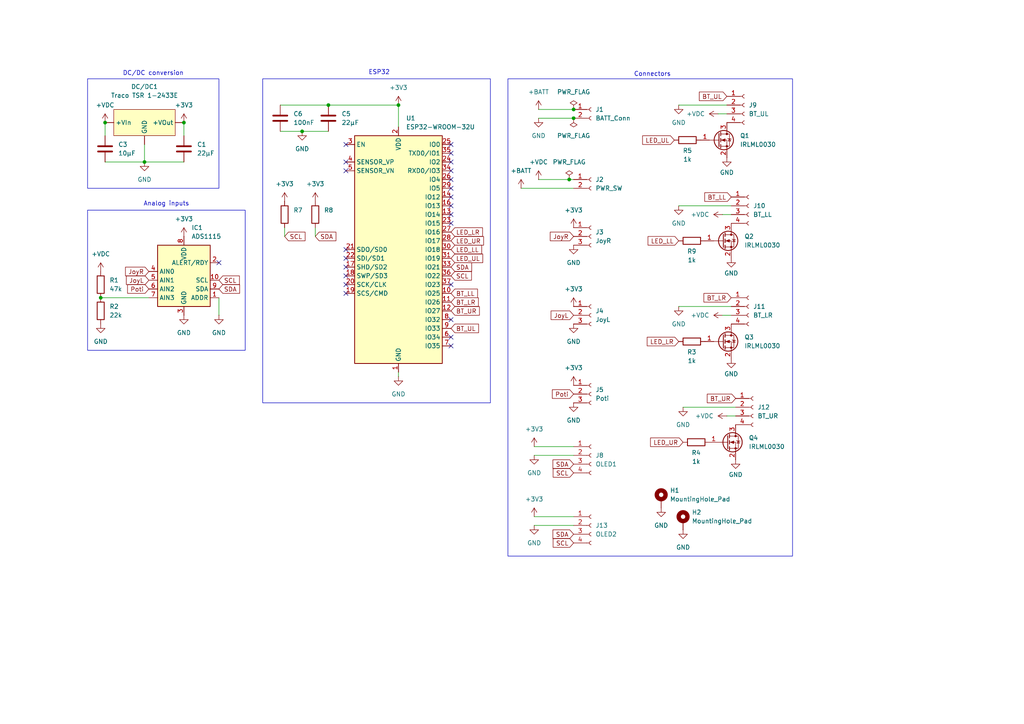
<source format=kicad_sch>
(kicad_sch
	(version 20250114)
	(generator "eeschema")
	(generator_version "9.0")
	(uuid "999261e1-2f23-455c-9d0b-7446f05ca215")
	(paper "A4")
	(lib_symbols
		(symbol "Connector:Conn_01x02_Socket"
			(pin_names
				(offset 1.016)
				(hide yes)
			)
			(exclude_from_sim no)
			(in_bom yes)
			(on_board yes)
			(property "Reference" "J"
				(at 0 2.54 0)
				(effects
					(font
						(size 1.27 1.27)
					)
				)
			)
			(property "Value" "Conn_01x02_Socket"
				(at 0 -5.08 0)
				(effects
					(font
						(size 1.27 1.27)
					)
				)
			)
			(property "Footprint" ""
				(at 0 0 0)
				(effects
					(font
						(size 1.27 1.27)
					)
					(hide yes)
				)
			)
			(property "Datasheet" "~"
				(at 0 0 0)
				(effects
					(font
						(size 1.27 1.27)
					)
					(hide yes)
				)
			)
			(property "Description" "Generic connector, single row, 01x02, script generated"
				(at 0 0 0)
				(effects
					(font
						(size 1.27 1.27)
					)
					(hide yes)
				)
			)
			(property "ki_locked" ""
				(at 0 0 0)
				(effects
					(font
						(size 1.27 1.27)
					)
				)
			)
			(property "ki_keywords" "connector"
				(at 0 0 0)
				(effects
					(font
						(size 1.27 1.27)
					)
					(hide yes)
				)
			)
			(property "ki_fp_filters" "Connector*:*_1x??_*"
				(at 0 0 0)
				(effects
					(font
						(size 1.27 1.27)
					)
					(hide yes)
				)
			)
			(symbol "Conn_01x02_Socket_1_1"
				(polyline
					(pts
						(xy -1.27 0) (xy -0.508 0)
					)
					(stroke
						(width 0.1524)
						(type default)
					)
					(fill
						(type none)
					)
				)
				(polyline
					(pts
						(xy -1.27 -2.54) (xy -0.508 -2.54)
					)
					(stroke
						(width 0.1524)
						(type default)
					)
					(fill
						(type none)
					)
				)
				(arc
					(start 0 -0.508)
					(mid -0.5058 0)
					(end 0 0.508)
					(stroke
						(width 0.1524)
						(type default)
					)
					(fill
						(type none)
					)
				)
				(arc
					(start 0 -3.048)
					(mid -0.5058 -2.54)
					(end 0 -2.032)
					(stroke
						(width 0.1524)
						(type default)
					)
					(fill
						(type none)
					)
				)
				(pin passive line
					(at -5.08 0 0)
					(length 3.81)
					(name "Pin_1"
						(effects
							(font
								(size 1.27 1.27)
							)
						)
					)
					(number "1"
						(effects
							(font
								(size 1.27 1.27)
							)
						)
					)
				)
				(pin passive line
					(at -5.08 -2.54 0)
					(length 3.81)
					(name "Pin_2"
						(effects
							(font
								(size 1.27 1.27)
							)
						)
					)
					(number "2"
						(effects
							(font
								(size 1.27 1.27)
							)
						)
					)
				)
			)
			(embedded_fonts no)
		)
		(symbol "Connector:Conn_01x03_Socket"
			(pin_names
				(offset 1.016)
				(hide yes)
			)
			(exclude_from_sim no)
			(in_bom yes)
			(on_board yes)
			(property "Reference" "J"
				(at 0 5.08 0)
				(effects
					(font
						(size 1.27 1.27)
					)
				)
			)
			(property "Value" "Conn_01x03_Socket"
				(at 0 -5.08 0)
				(effects
					(font
						(size 1.27 1.27)
					)
				)
			)
			(property "Footprint" ""
				(at 0 0 0)
				(effects
					(font
						(size 1.27 1.27)
					)
					(hide yes)
				)
			)
			(property "Datasheet" "~"
				(at 0 0 0)
				(effects
					(font
						(size 1.27 1.27)
					)
					(hide yes)
				)
			)
			(property "Description" "Generic connector, single row, 01x03, script generated"
				(at 0 0 0)
				(effects
					(font
						(size 1.27 1.27)
					)
					(hide yes)
				)
			)
			(property "ki_locked" ""
				(at 0 0 0)
				(effects
					(font
						(size 1.27 1.27)
					)
				)
			)
			(property "ki_keywords" "connector"
				(at 0 0 0)
				(effects
					(font
						(size 1.27 1.27)
					)
					(hide yes)
				)
			)
			(property "ki_fp_filters" "Connector*:*_1x??_*"
				(at 0 0 0)
				(effects
					(font
						(size 1.27 1.27)
					)
					(hide yes)
				)
			)
			(symbol "Conn_01x03_Socket_1_1"
				(polyline
					(pts
						(xy -1.27 2.54) (xy -0.508 2.54)
					)
					(stroke
						(width 0.1524)
						(type default)
					)
					(fill
						(type none)
					)
				)
				(polyline
					(pts
						(xy -1.27 0) (xy -0.508 0)
					)
					(stroke
						(width 0.1524)
						(type default)
					)
					(fill
						(type none)
					)
				)
				(polyline
					(pts
						(xy -1.27 -2.54) (xy -0.508 -2.54)
					)
					(stroke
						(width 0.1524)
						(type default)
					)
					(fill
						(type none)
					)
				)
				(arc
					(start 0 2.032)
					(mid -0.5058 2.54)
					(end 0 3.048)
					(stroke
						(width 0.1524)
						(type default)
					)
					(fill
						(type none)
					)
				)
				(arc
					(start 0 -0.508)
					(mid -0.5058 0)
					(end 0 0.508)
					(stroke
						(width 0.1524)
						(type default)
					)
					(fill
						(type none)
					)
				)
				(arc
					(start 0 -3.048)
					(mid -0.5058 -2.54)
					(end 0 -2.032)
					(stroke
						(width 0.1524)
						(type default)
					)
					(fill
						(type none)
					)
				)
				(pin passive line
					(at -5.08 2.54 0)
					(length 3.81)
					(name "Pin_1"
						(effects
							(font
								(size 1.27 1.27)
							)
						)
					)
					(number "1"
						(effects
							(font
								(size 1.27 1.27)
							)
						)
					)
				)
				(pin passive line
					(at -5.08 0 0)
					(length 3.81)
					(name "Pin_2"
						(effects
							(font
								(size 1.27 1.27)
							)
						)
					)
					(number "2"
						(effects
							(font
								(size 1.27 1.27)
							)
						)
					)
				)
				(pin passive line
					(at -5.08 -2.54 0)
					(length 3.81)
					(name "Pin_3"
						(effects
							(font
								(size 1.27 1.27)
							)
						)
					)
					(number "3"
						(effects
							(font
								(size 1.27 1.27)
							)
						)
					)
				)
			)
			(embedded_fonts no)
		)
		(symbol "Connector:Conn_01x04_Socket"
			(pin_names
				(offset 1.016)
				(hide yes)
			)
			(exclude_from_sim no)
			(in_bom yes)
			(on_board yes)
			(property "Reference" "J"
				(at 0 5.08 0)
				(effects
					(font
						(size 1.27 1.27)
					)
				)
			)
			(property "Value" "Conn_01x04_Socket"
				(at 0 -7.62 0)
				(effects
					(font
						(size 1.27 1.27)
					)
				)
			)
			(property "Footprint" ""
				(at 0 0 0)
				(effects
					(font
						(size 1.27 1.27)
					)
					(hide yes)
				)
			)
			(property "Datasheet" "~"
				(at 0 0 0)
				(effects
					(font
						(size 1.27 1.27)
					)
					(hide yes)
				)
			)
			(property "Description" "Generic connector, single row, 01x04, script generated"
				(at 0 0 0)
				(effects
					(font
						(size 1.27 1.27)
					)
					(hide yes)
				)
			)
			(property "ki_locked" ""
				(at 0 0 0)
				(effects
					(font
						(size 1.27 1.27)
					)
				)
			)
			(property "ki_keywords" "connector"
				(at 0 0 0)
				(effects
					(font
						(size 1.27 1.27)
					)
					(hide yes)
				)
			)
			(property "ki_fp_filters" "Connector*:*_1x??_*"
				(at 0 0 0)
				(effects
					(font
						(size 1.27 1.27)
					)
					(hide yes)
				)
			)
			(symbol "Conn_01x04_Socket_1_1"
				(polyline
					(pts
						(xy -1.27 2.54) (xy -0.508 2.54)
					)
					(stroke
						(width 0.1524)
						(type default)
					)
					(fill
						(type none)
					)
				)
				(polyline
					(pts
						(xy -1.27 0) (xy -0.508 0)
					)
					(stroke
						(width 0.1524)
						(type default)
					)
					(fill
						(type none)
					)
				)
				(polyline
					(pts
						(xy -1.27 -2.54) (xy -0.508 -2.54)
					)
					(stroke
						(width 0.1524)
						(type default)
					)
					(fill
						(type none)
					)
				)
				(polyline
					(pts
						(xy -1.27 -5.08) (xy -0.508 -5.08)
					)
					(stroke
						(width 0.1524)
						(type default)
					)
					(fill
						(type none)
					)
				)
				(arc
					(start 0 2.032)
					(mid -0.5058 2.54)
					(end 0 3.048)
					(stroke
						(width 0.1524)
						(type default)
					)
					(fill
						(type none)
					)
				)
				(arc
					(start 0 -0.508)
					(mid -0.5058 0)
					(end 0 0.508)
					(stroke
						(width 0.1524)
						(type default)
					)
					(fill
						(type none)
					)
				)
				(arc
					(start 0 -3.048)
					(mid -0.5058 -2.54)
					(end 0 -2.032)
					(stroke
						(width 0.1524)
						(type default)
					)
					(fill
						(type none)
					)
				)
				(arc
					(start 0 -5.588)
					(mid -0.5058 -5.08)
					(end 0 -4.572)
					(stroke
						(width 0.1524)
						(type default)
					)
					(fill
						(type none)
					)
				)
				(pin passive line
					(at -5.08 2.54 0)
					(length 3.81)
					(name "Pin_1"
						(effects
							(font
								(size 1.27 1.27)
							)
						)
					)
					(number "1"
						(effects
							(font
								(size 1.27 1.27)
							)
						)
					)
				)
				(pin passive line
					(at -5.08 0 0)
					(length 3.81)
					(name "Pin_2"
						(effects
							(font
								(size 1.27 1.27)
							)
						)
					)
					(number "2"
						(effects
							(font
								(size 1.27 1.27)
							)
						)
					)
				)
				(pin passive line
					(at -5.08 -2.54 0)
					(length 3.81)
					(name "Pin_3"
						(effects
							(font
								(size 1.27 1.27)
							)
						)
					)
					(number "3"
						(effects
							(font
								(size 1.27 1.27)
							)
						)
					)
				)
				(pin passive line
					(at -5.08 -5.08 0)
					(length 3.81)
					(name "Pin_4"
						(effects
							(font
								(size 1.27 1.27)
							)
						)
					)
					(number "4"
						(effects
							(font
								(size 1.27 1.27)
							)
						)
					)
				)
			)
			(embedded_fonts no)
		)
		(symbol "Device:C"
			(pin_numbers
				(hide yes)
			)
			(pin_names
				(offset 0.254)
			)
			(exclude_from_sim no)
			(in_bom yes)
			(on_board yes)
			(property "Reference" "C"
				(at 0.635 2.54 0)
				(effects
					(font
						(size 1.27 1.27)
					)
					(justify left)
				)
			)
			(property "Value" "C"
				(at 0.635 -2.54 0)
				(effects
					(font
						(size 1.27 1.27)
					)
					(justify left)
				)
			)
			(property "Footprint" ""
				(at 0.9652 -3.81 0)
				(effects
					(font
						(size 1.27 1.27)
					)
					(hide yes)
				)
			)
			(property "Datasheet" "~"
				(at 0 0 0)
				(effects
					(font
						(size 1.27 1.27)
					)
					(hide yes)
				)
			)
			(property "Description" "Unpolarized capacitor"
				(at 0 0 0)
				(effects
					(font
						(size 1.27 1.27)
					)
					(hide yes)
				)
			)
			(property "ki_keywords" "cap capacitor"
				(at 0 0 0)
				(effects
					(font
						(size 1.27 1.27)
					)
					(hide yes)
				)
			)
			(property "ki_fp_filters" "C_*"
				(at 0 0 0)
				(effects
					(font
						(size 1.27 1.27)
					)
					(hide yes)
				)
			)
			(symbol "C_0_1"
				(polyline
					(pts
						(xy -2.032 0.762) (xy 2.032 0.762)
					)
					(stroke
						(width 0.508)
						(type default)
					)
					(fill
						(type none)
					)
				)
				(polyline
					(pts
						(xy -2.032 -0.762) (xy 2.032 -0.762)
					)
					(stroke
						(width 0.508)
						(type default)
					)
					(fill
						(type none)
					)
				)
			)
			(symbol "C_1_1"
				(pin passive line
					(at 0 3.81 270)
					(length 2.794)
					(name "~"
						(effects
							(font
								(size 1.27 1.27)
							)
						)
					)
					(number "1"
						(effects
							(font
								(size 1.27 1.27)
							)
						)
					)
				)
				(pin passive line
					(at 0 -3.81 90)
					(length 2.794)
					(name "~"
						(effects
							(font
								(size 1.27 1.27)
							)
						)
					)
					(number "2"
						(effects
							(font
								(size 1.27 1.27)
							)
						)
					)
				)
			)
			(embedded_fonts no)
		)
		(symbol "Device:R"
			(pin_numbers
				(hide yes)
			)
			(pin_names
				(offset 0)
			)
			(exclude_from_sim no)
			(in_bom yes)
			(on_board yes)
			(property "Reference" "R"
				(at 2.032 0 90)
				(effects
					(font
						(size 1.27 1.27)
					)
				)
			)
			(property "Value" "R"
				(at 0 0 90)
				(effects
					(font
						(size 1.27 1.27)
					)
				)
			)
			(property "Footprint" ""
				(at -1.778 0 90)
				(effects
					(font
						(size 1.27 1.27)
					)
					(hide yes)
				)
			)
			(property "Datasheet" "~"
				(at 0 0 0)
				(effects
					(font
						(size 1.27 1.27)
					)
					(hide yes)
				)
			)
			(property "Description" "Resistor"
				(at 0 0 0)
				(effects
					(font
						(size 1.27 1.27)
					)
					(hide yes)
				)
			)
			(property "ki_keywords" "R res resistor"
				(at 0 0 0)
				(effects
					(font
						(size 1.27 1.27)
					)
					(hide yes)
				)
			)
			(property "ki_fp_filters" "R_*"
				(at 0 0 0)
				(effects
					(font
						(size 1.27 1.27)
					)
					(hide yes)
				)
			)
			(symbol "R_0_1"
				(rectangle
					(start -1.016 -2.54)
					(end 1.016 2.54)
					(stroke
						(width 0.254)
						(type default)
					)
					(fill
						(type none)
					)
				)
			)
			(symbol "R_1_1"
				(pin passive line
					(at 0 3.81 270)
					(length 1.27)
					(name "~"
						(effects
							(font
								(size 1.27 1.27)
							)
						)
					)
					(number "1"
						(effects
							(font
								(size 1.27 1.27)
							)
						)
					)
				)
				(pin passive line
					(at 0 -3.81 90)
					(length 1.27)
					(name "~"
						(effects
							(font
								(size 1.27 1.27)
							)
						)
					)
					(number "2"
						(effects
							(font
								(size 1.27 1.27)
							)
						)
					)
				)
			)
			(embedded_fonts no)
		)
		(symbol "Mechanical:MountingHole_Pad"
			(pin_numbers
				(hide yes)
			)
			(pin_names
				(offset 1.016)
				(hide yes)
			)
			(exclude_from_sim yes)
			(in_bom no)
			(on_board yes)
			(property "Reference" "H"
				(at 0 6.35 0)
				(effects
					(font
						(size 1.27 1.27)
					)
				)
			)
			(property "Value" "MountingHole_Pad"
				(at 0 4.445 0)
				(effects
					(font
						(size 1.27 1.27)
					)
				)
			)
			(property "Footprint" ""
				(at 0 0 0)
				(effects
					(font
						(size 1.27 1.27)
					)
					(hide yes)
				)
			)
			(property "Datasheet" "~"
				(at 0 0 0)
				(effects
					(font
						(size 1.27 1.27)
					)
					(hide yes)
				)
			)
			(property "Description" "Mounting Hole with connection"
				(at 0 0 0)
				(effects
					(font
						(size 1.27 1.27)
					)
					(hide yes)
				)
			)
			(property "ki_keywords" "mounting hole"
				(at 0 0 0)
				(effects
					(font
						(size 1.27 1.27)
					)
					(hide yes)
				)
			)
			(property "ki_fp_filters" "MountingHole*Pad*"
				(at 0 0 0)
				(effects
					(font
						(size 1.27 1.27)
					)
					(hide yes)
				)
			)
			(symbol "MountingHole_Pad_0_1"
				(circle
					(center 0 1.27)
					(radius 1.27)
					(stroke
						(width 1.27)
						(type default)
					)
					(fill
						(type none)
					)
				)
			)
			(symbol "MountingHole_Pad_1_1"
				(pin input line
					(at 0 -2.54 90)
					(length 2.54)
					(name "1"
						(effects
							(font
								(size 1.27 1.27)
							)
						)
					)
					(number "1"
						(effects
							(font
								(size 1.27 1.27)
							)
						)
					)
				)
			)
			(embedded_fonts no)
		)
		(symbol "Transistor_FET:IRLML0030"
			(pin_names
				(hide yes)
			)
			(exclude_from_sim no)
			(in_bom yes)
			(on_board yes)
			(property "Reference" "Q"
				(at 5.08 1.905 0)
				(effects
					(font
						(size 1.27 1.27)
					)
					(justify left)
				)
			)
			(property "Value" "IRLML0030"
				(at 5.08 0 0)
				(effects
					(font
						(size 1.27 1.27)
					)
					(justify left)
				)
			)
			(property "Footprint" "Package_TO_SOT_SMD:SOT-23"
				(at 5.08 -1.905 0)
				(effects
					(font
						(size 1.27 1.27)
						(italic yes)
					)
					(justify left)
					(hide yes)
				)
			)
			(property "Datasheet" "https://www.infineon.com/dgdl/irlml0030pbf.pdf?fileId=5546d462533600a401535664773825df"
				(at 5.08 -3.81 0)
				(effects
					(font
						(size 1.27 1.27)
					)
					(justify left)
					(hide yes)
				)
			)
			(property "Description" "5.3A Id, 30V Vds, 27mOhm Rds, N-Channel HEXFET Power MOSFET, SOT-23"
				(at 0 0 0)
				(effects
					(font
						(size 1.27 1.27)
					)
					(hide yes)
				)
			)
			(property "ki_keywords" "N-Channel HEXFET MOSFET Logic-Level"
				(at 0 0 0)
				(effects
					(font
						(size 1.27 1.27)
					)
					(hide yes)
				)
			)
			(property "ki_fp_filters" "SOT?23*"
				(at 0 0 0)
				(effects
					(font
						(size 1.27 1.27)
					)
					(hide yes)
				)
			)
			(symbol "IRLML0030_0_1"
				(polyline
					(pts
						(xy 0.254 1.905) (xy 0.254 -1.905)
					)
					(stroke
						(width 0.254)
						(type default)
					)
					(fill
						(type none)
					)
				)
				(polyline
					(pts
						(xy 0.254 0) (xy -2.54 0)
					)
					(stroke
						(width 0)
						(type default)
					)
					(fill
						(type none)
					)
				)
				(polyline
					(pts
						(xy 0.762 2.286) (xy 0.762 1.27)
					)
					(stroke
						(width 0.254)
						(type default)
					)
					(fill
						(type none)
					)
				)
				(polyline
					(pts
						(xy 0.762 0.508) (xy 0.762 -0.508)
					)
					(stroke
						(width 0.254)
						(type default)
					)
					(fill
						(type none)
					)
				)
				(polyline
					(pts
						(xy 0.762 -1.27) (xy 0.762 -2.286)
					)
					(stroke
						(width 0.254)
						(type default)
					)
					(fill
						(type none)
					)
				)
				(polyline
					(pts
						(xy 0.762 -1.778) (xy 3.302 -1.778) (xy 3.302 1.778) (xy 0.762 1.778)
					)
					(stroke
						(width 0)
						(type default)
					)
					(fill
						(type none)
					)
				)
				(polyline
					(pts
						(xy 1.016 0) (xy 2.032 0.381) (xy 2.032 -0.381) (xy 1.016 0)
					)
					(stroke
						(width 0)
						(type default)
					)
					(fill
						(type outline)
					)
				)
				(circle
					(center 1.651 0)
					(radius 2.794)
					(stroke
						(width 0.254)
						(type default)
					)
					(fill
						(type none)
					)
				)
				(polyline
					(pts
						(xy 2.54 2.54) (xy 2.54 1.778)
					)
					(stroke
						(width 0)
						(type default)
					)
					(fill
						(type none)
					)
				)
				(circle
					(center 2.54 1.778)
					(radius 0.254)
					(stroke
						(width 0)
						(type default)
					)
					(fill
						(type outline)
					)
				)
				(circle
					(center 2.54 -1.778)
					(radius 0.254)
					(stroke
						(width 0)
						(type default)
					)
					(fill
						(type outline)
					)
				)
				(polyline
					(pts
						(xy 2.54 -2.54) (xy 2.54 0) (xy 0.762 0)
					)
					(stroke
						(width 0)
						(type default)
					)
					(fill
						(type none)
					)
				)
				(polyline
					(pts
						(xy 2.794 0.508) (xy 2.921 0.381) (xy 3.683 0.381) (xy 3.81 0.254)
					)
					(stroke
						(width 0)
						(type default)
					)
					(fill
						(type none)
					)
				)
				(polyline
					(pts
						(xy 3.302 0.381) (xy 2.921 -0.254) (xy 3.683 -0.254) (xy 3.302 0.381)
					)
					(stroke
						(width 0)
						(type default)
					)
					(fill
						(type none)
					)
				)
			)
			(symbol "IRLML0030_1_1"
				(pin input line
					(at -5.08 0 0)
					(length 2.54)
					(name "G"
						(effects
							(font
								(size 1.27 1.27)
							)
						)
					)
					(number "1"
						(effects
							(font
								(size 1.27 1.27)
							)
						)
					)
				)
				(pin passive line
					(at 2.54 5.08 270)
					(length 2.54)
					(name "D"
						(effects
							(font
								(size 1.27 1.27)
							)
						)
					)
					(number "3"
						(effects
							(font
								(size 1.27 1.27)
							)
						)
					)
				)
				(pin passive line
					(at 2.54 -5.08 90)
					(length 2.54)
					(name "S"
						(effects
							(font
								(size 1.27 1.27)
							)
						)
					)
					(number "2"
						(effects
							(font
								(size 1.27 1.27)
							)
						)
					)
				)
			)
			(embedded_fonts no)
		)
		(symbol "customsymbols:ADS1115"
			(exclude_from_sim no)
			(in_bom yes)
			(on_board yes)
			(property "Reference" "IC"
				(at 2.54 13.97 0)
				(effects
					(font
						(size 1.27 1.27)
					)
				)
			)
			(property "Value" "ADS1115"
				(at 5.842 11.43 0)
				(effects
					(font
						(size 1.27 1.27)
					)
				)
			)
			(property "Footprint" "customfootprints:ADS1115"
				(at -0.254 -17.272 0)
				(effects
					(font
						(size 1.27 1.27)
					)
					(hide yes)
				)
			)
			(property "Datasheet" "http://www.ti.com/lit/ds/symlink/ads1113.pdf"
				(at -1.27 -22.86 0)
				(effects
					(font
						(size 1.27 1.27)
					)
					(hide yes)
				)
			)
			(property "Description" "Ultra-Small, Low-Power, I2C-Compatible, 860-SPS, 16-Bit ADCs With Internal Reference, Oscillator, and Programmable Comparator, VSSOP-10"
				(at -1.27 -28.448 0)
				(effects
					(font
						(size 1.27 1.27)
					)
					(hide yes)
				)
			)
			(property "ki_keywords" "16 bit 4 channel I2C ADC"
				(at 0 0 0)
				(effects
					(font
						(size 1.27 1.27)
					)
					(hide yes)
				)
			)
			(property "ki_fp_filters" "TSSOP*3x3mm*P0.5mm*"
				(at 0 0 0)
				(effects
					(font
						(size 1.27 1.27)
					)
					(hide yes)
				)
			)
			(symbol "ADS1115_0_1"
				(rectangle
					(start -7.62 10.16)
					(end 7.62 -7.62)
					(stroke
						(width 0.254)
						(type default)
					)
					(fill
						(type background)
					)
				)
			)
			(symbol "ADS1115_1_1"
				(pin input line
					(at -10.16 2.54 0)
					(length 2.54)
					(name "AIN0"
						(effects
							(font
								(size 1.27 1.27)
							)
						)
					)
					(number "4"
						(effects
							(font
								(size 1.27 1.27)
							)
						)
					)
				)
				(pin input line
					(at -10.16 0 0)
					(length 2.54)
					(name "AIN1"
						(effects
							(font
								(size 1.27 1.27)
							)
						)
					)
					(number "5"
						(effects
							(font
								(size 1.27 1.27)
							)
						)
					)
				)
				(pin input line
					(at -10.16 -2.54 0)
					(length 2.54)
					(name "AIN2"
						(effects
							(font
								(size 1.27 1.27)
							)
						)
					)
					(number "6"
						(effects
							(font
								(size 1.27 1.27)
							)
						)
					)
				)
				(pin input line
					(at -10.16 -5.08 0)
					(length 2.54)
					(name "AIN3"
						(effects
							(font
								(size 1.27 1.27)
							)
						)
					)
					(number "7"
						(effects
							(font
								(size 1.27 1.27)
							)
						)
					)
				)
				(pin power_in line
					(at 0 12.7 270)
					(length 2.54)
					(name "VDD"
						(effects
							(font
								(size 1.27 1.27)
							)
						)
					)
					(number "8"
						(effects
							(font
								(size 1.27 1.27)
							)
						)
					)
				)
				(pin power_in line
					(at 0 -10.16 90)
					(length 2.54)
					(name "GND"
						(effects
							(font
								(size 1.27 1.27)
							)
						)
					)
					(number "3"
						(effects
							(font
								(size 1.27 1.27)
							)
						)
					)
				)
				(pin output line
					(at 10.16 5.08 180)
					(length 2.54)
					(name "ALERT/RDY"
						(effects
							(font
								(size 1.27 1.27)
							)
						)
					)
					(number "2"
						(effects
							(font
								(size 1.27 1.27)
							)
						)
					)
				)
				(pin input line
					(at 10.16 0 180)
					(length 2.54)
					(name "SCL"
						(effects
							(font
								(size 1.27 1.27)
							)
						)
					)
					(number "10"
						(effects
							(font
								(size 1.27 1.27)
							)
						)
					)
				)
				(pin bidirectional line
					(at 10.16 -2.54 180)
					(length 2.54)
					(name "SDA"
						(effects
							(font
								(size 1.27 1.27)
							)
						)
					)
					(number "9"
						(effects
							(font
								(size 1.27 1.27)
							)
						)
					)
				)
				(pin input line
					(at 10.16 -5.08 180)
					(length 2.54)
					(name "ADDR"
						(effects
							(font
								(size 1.27 1.27)
							)
						)
					)
					(number "1"
						(effects
							(font
								(size 1.27 1.27)
							)
						)
					)
				)
			)
			(embedded_fonts no)
		)
		(symbol "customsymbols:ESP32-WROOM-32U"
			(exclude_from_sim no)
			(in_bom yes)
			(on_board yes)
			(property "Reference" "U"
				(at -12.7 34.29 0)
				(effects
					(font
						(size 1.27 1.27)
					)
					(justify left)
				)
			)
			(property "Value" "ESP32-WROOM-32U"
				(at 1.27 34.29 0)
				(effects
					(font
						(size 1.27 1.27)
					)
					(justify left)
				)
			)
			(property "Footprint" "customfootprints:NodeMCU-ESP32"
				(at 0 -38.1 0)
				(effects
					(font
						(size 1.27 1.27)
					)
					(hide yes)
				)
			)
			(property "Datasheet" "https://www.espressif.com/sites/default/files/documentation/esp32-wroom-32d_esp32-wroom-32u_datasheet_en.pdf"
				(at -8.636 -60.96 0)
				(effects
					(font
						(size 1.27 1.27)
					)
					(hide yes)
				)
			)
			(property "Description" "RF Module, ESP32-D0WD SoC, Wi-Fi 802.11b/g/n, Bluetooth, BLE, 32-bit, 2.7-3.6V, external antenna, SMD"
				(at 6.35 -52.832 0)
				(effects
					(font
						(size 1.27 1.27)
					)
					(hide yes)
				)
			)
			(property "ki_keywords" "RF Radio BT ESP ESP32 Espressif external U.FL antenna"
				(at 0 0 0)
				(effects
					(font
						(size 1.27 1.27)
					)
					(hide yes)
				)
			)
			(property "ki_fp_filters" "ESP32?WROOM?32U*"
				(at 0 0 0)
				(effects
					(font
						(size 1.27 1.27)
					)
					(hide yes)
				)
			)
			(symbol "ESP32-WROOM-32U_0_1"
				(rectangle
					(start -12.7 33.02)
					(end 12.7 -33.02)
					(stroke
						(width 0.254)
						(type default)
					)
					(fill
						(type background)
					)
				)
			)
			(symbol "ESP32-WROOM-32U_1_1"
				(pin input line
					(at -15.24 30.48 0)
					(length 2.54)
					(name "EN"
						(effects
							(font
								(size 1.27 1.27)
							)
						)
					)
					(number "3"
						(effects
							(font
								(size 1.27 1.27)
							)
						)
					)
				)
				(pin input line
					(at -15.24 25.4 0)
					(length 2.54)
					(name "SENSOR_VP"
						(effects
							(font
								(size 1.27 1.27)
							)
						)
					)
					(number "4"
						(effects
							(font
								(size 1.27 1.27)
							)
						)
					)
				)
				(pin input line
					(at -15.24 22.86 0)
					(length 2.54)
					(name "SENSOR_VN"
						(effects
							(font
								(size 1.27 1.27)
							)
						)
					)
					(number "5"
						(effects
							(font
								(size 1.27 1.27)
							)
						)
					)
				)
				(pin bidirectional line
					(at -15.24 0 0)
					(length 2.54)
					(name "SDO/SD0"
						(effects
							(font
								(size 1.27 1.27)
							)
						)
					)
					(number "21"
						(effects
							(font
								(size 1.27 1.27)
							)
						)
					)
				)
				(pin bidirectional line
					(at -15.24 -2.54 0)
					(length 2.54)
					(name "SDI/SD1"
						(effects
							(font
								(size 1.27 1.27)
							)
						)
					)
					(number "22"
						(effects
							(font
								(size 1.27 1.27)
							)
						)
					)
				)
				(pin bidirectional line
					(at -15.24 -5.08 0)
					(length 2.54)
					(name "SHD/SD2"
						(effects
							(font
								(size 1.27 1.27)
							)
						)
					)
					(number "17"
						(effects
							(font
								(size 1.27 1.27)
							)
						)
					)
				)
				(pin bidirectional line
					(at -15.24 -7.62 0)
					(length 2.54)
					(name "SWP/SD3"
						(effects
							(font
								(size 1.27 1.27)
							)
						)
					)
					(number "18"
						(effects
							(font
								(size 1.27 1.27)
							)
						)
					)
				)
				(pin bidirectional line
					(at -15.24 -10.16 0)
					(length 2.54)
					(name "SCK/CLK"
						(effects
							(font
								(size 1.27 1.27)
							)
						)
					)
					(number "20"
						(effects
							(font
								(size 1.27 1.27)
							)
						)
					)
				)
				(pin bidirectional line
					(at -15.24 -12.7 0)
					(length 2.54)
					(name "SCS/CMD"
						(effects
							(font
								(size 1.27 1.27)
							)
						)
					)
					(number "19"
						(effects
							(font
								(size 1.27 1.27)
							)
						)
					)
				)
				(pin power_in line
					(at 0 35.56 270)
					(length 2.54)
					(name "VDD"
						(effects
							(font
								(size 1.27 1.27)
							)
						)
					)
					(number "2"
						(effects
							(font
								(size 1.27 1.27)
							)
						)
					)
				)
				(pin power_in line
					(at 0 -35.56 90)
					(length 2.54)
					(name "GND"
						(effects
							(font
								(size 1.27 1.27)
							)
						)
					)
					(number "1"
						(effects
							(font
								(size 1.27 1.27)
							)
						)
					)
				)
				(pin passive line
					(at 0 -35.56 90)
					(length 2.54)
					(hide yes)
					(name "GND"
						(effects
							(font
								(size 1.27 1.27)
							)
						)
					)
					(number "15"
						(effects
							(font
								(size 1.27 1.27)
							)
						)
					)
				)
				(pin passive line
					(at 0 -35.56 90)
					(length 2.54)
					(hide yes)
					(name "GND"
						(effects
							(font
								(size 1.27 1.27)
							)
						)
					)
					(number "38"
						(effects
							(font
								(size 1.27 1.27)
							)
						)
					)
				)
				(pin bidirectional line
					(at 15.24 30.48 180)
					(length 2.54)
					(name "IO0"
						(effects
							(font
								(size 1.27 1.27)
							)
						)
					)
					(number "25"
						(effects
							(font
								(size 1.27 1.27)
							)
						)
					)
				)
				(pin bidirectional line
					(at 15.24 27.94 180)
					(length 2.54)
					(name "TXD0/IO1"
						(effects
							(font
								(size 1.27 1.27)
							)
						)
					)
					(number "35"
						(effects
							(font
								(size 1.27 1.27)
							)
						)
					)
				)
				(pin bidirectional line
					(at 15.24 25.4 180)
					(length 2.54)
					(name "IO2"
						(effects
							(font
								(size 1.27 1.27)
							)
						)
					)
					(number "24"
						(effects
							(font
								(size 1.27 1.27)
							)
						)
					)
				)
				(pin bidirectional line
					(at 15.24 22.86 180)
					(length 2.54)
					(name "RXD0/IO3"
						(effects
							(font
								(size 1.27 1.27)
							)
						)
					)
					(number "34"
						(effects
							(font
								(size 1.27 1.27)
							)
						)
					)
				)
				(pin bidirectional line
					(at 15.24 20.32 180)
					(length 2.54)
					(name "IO4"
						(effects
							(font
								(size 1.27 1.27)
							)
						)
					)
					(number "26"
						(effects
							(font
								(size 1.27 1.27)
							)
						)
					)
				)
				(pin bidirectional line
					(at 15.24 17.78 180)
					(length 2.54)
					(name "IO5"
						(effects
							(font
								(size 1.27 1.27)
							)
						)
					)
					(number "29"
						(effects
							(font
								(size 1.27 1.27)
							)
						)
					)
				)
				(pin bidirectional line
					(at 15.24 15.24 180)
					(length 2.54)
					(name "IO12"
						(effects
							(font
								(size 1.27 1.27)
							)
						)
					)
					(number "14"
						(effects
							(font
								(size 1.27 1.27)
							)
						)
					)
				)
				(pin bidirectional line
					(at 15.24 12.7 180)
					(length 2.54)
					(name "IO13"
						(effects
							(font
								(size 1.27 1.27)
							)
						)
					)
					(number "16"
						(effects
							(font
								(size 1.27 1.27)
							)
						)
					)
				)
				(pin bidirectional line
					(at 15.24 10.16 180)
					(length 2.54)
					(name "IO14"
						(effects
							(font
								(size 1.27 1.27)
							)
						)
					)
					(number "13"
						(effects
							(font
								(size 1.27 1.27)
							)
						)
					)
				)
				(pin bidirectional line
					(at 15.24 7.62 180)
					(length 2.54)
					(name "IO15"
						(effects
							(font
								(size 1.27 1.27)
							)
						)
					)
					(number "23"
						(effects
							(font
								(size 1.27 1.27)
							)
						)
					)
				)
				(pin bidirectional line
					(at 15.24 5.08 180)
					(length 2.54)
					(name "IO16"
						(effects
							(font
								(size 1.27 1.27)
							)
						)
					)
					(number "27"
						(effects
							(font
								(size 1.27 1.27)
							)
						)
					)
				)
				(pin bidirectional line
					(at 15.24 2.54 180)
					(length 2.54)
					(name "IO17"
						(effects
							(font
								(size 1.27 1.27)
							)
						)
					)
					(number "28"
						(effects
							(font
								(size 1.27 1.27)
							)
						)
					)
				)
				(pin bidirectional line
					(at 15.24 0 180)
					(length 2.54)
					(name "IO18"
						(effects
							(font
								(size 1.27 1.27)
							)
						)
					)
					(number "30"
						(effects
							(font
								(size 1.27 1.27)
							)
						)
					)
				)
				(pin bidirectional line
					(at 15.24 -2.54 180)
					(length 2.54)
					(name "IO19"
						(effects
							(font
								(size 1.27 1.27)
							)
						)
					)
					(number "31"
						(effects
							(font
								(size 1.27 1.27)
							)
						)
					)
				)
				(pin bidirectional line
					(at 15.24 -5.08 180)
					(length 2.54)
					(name "IO21"
						(effects
							(font
								(size 1.27 1.27)
							)
						)
					)
					(number "33"
						(effects
							(font
								(size 1.27 1.27)
							)
						)
					)
				)
				(pin bidirectional line
					(at 15.24 -7.62 180)
					(length 2.54)
					(name "IO22"
						(effects
							(font
								(size 1.27 1.27)
							)
						)
					)
					(number "36"
						(effects
							(font
								(size 1.27 1.27)
							)
						)
					)
				)
				(pin bidirectional line
					(at 15.24 -10.16 180)
					(length 2.54)
					(name "IO23"
						(effects
							(font
								(size 1.27 1.27)
							)
						)
					)
					(number "37"
						(effects
							(font
								(size 1.27 1.27)
							)
						)
					)
				)
				(pin bidirectional line
					(at 15.24 -12.7 180)
					(length 2.54)
					(name "IO25"
						(effects
							(font
								(size 1.27 1.27)
							)
						)
					)
					(number "10"
						(effects
							(font
								(size 1.27 1.27)
							)
						)
					)
				)
				(pin bidirectional line
					(at 15.24 -15.24 180)
					(length 2.54)
					(name "IO26"
						(effects
							(font
								(size 1.27 1.27)
							)
						)
					)
					(number "11"
						(effects
							(font
								(size 1.27 1.27)
							)
						)
					)
				)
				(pin bidirectional line
					(at 15.24 -17.78 180)
					(length 2.54)
					(name "IO27"
						(effects
							(font
								(size 1.27 1.27)
							)
						)
					)
					(number "12"
						(effects
							(font
								(size 1.27 1.27)
							)
						)
					)
				)
				(pin bidirectional line
					(at 15.24 -20.32 180)
					(length 2.54)
					(name "IO32"
						(effects
							(font
								(size 1.27 1.27)
							)
						)
					)
					(number "8"
						(effects
							(font
								(size 1.27 1.27)
							)
						)
					)
				)
				(pin bidirectional line
					(at 15.24 -22.86 180)
					(length 2.54)
					(name "IO33"
						(effects
							(font
								(size 1.27 1.27)
							)
						)
					)
					(number "9"
						(effects
							(font
								(size 1.27 1.27)
							)
						)
					)
				)
				(pin input line
					(at 15.24 -25.4 180)
					(length 2.54)
					(name "IO34"
						(effects
							(font
								(size 1.27 1.27)
							)
						)
					)
					(number "6"
						(effects
							(font
								(size 1.27 1.27)
							)
						)
					)
				)
				(pin input line
					(at 15.24 -27.94 180)
					(length 2.54)
					(name "IO35"
						(effects
							(font
								(size 1.27 1.27)
							)
						)
					)
					(number "7"
						(effects
							(font
								(size 1.27 1.27)
							)
						)
					)
				)
			)
			(embedded_fonts no)
		)
		(symbol "customsymbols:LME78_03-1.0"
			(pin_numbers
				(hide yes)
			)
			(exclude_from_sim no)
			(in_bom yes)
			(on_board yes)
			(property "Reference" "DC/DC"
				(at 0 3.048 0)
				(effects
					(font
						(size 1.27 1.27)
					)
					(justify top)
				)
			)
			(property "Value" "Gaptec LME78_03-1.0"
				(at 0 4.572 0)
				(effects
					(font
						(size 1.27 1.27)
					)
					(justify bottom)
				)
			)
			(property "Footprint" "customfootprints:LME78_03-1.0"
				(at -17.526 -6.858 0)
				(effects
					(font
						(size 1.27 1.27)
					)
					(hide yes)
				)
			)
			(property "Datasheet" ""
				(at 0 0 0)
				(effects
					(font
						(size 1.27 1.27)
					)
					(hide yes)
				)
			)
			(property "Description" "3.3V,1A output generated from 8V to 36V"
				(at 20.828 -5.588 0)
				(effects
					(font
						(size 1.27 1.27)
					)
					(hide yes)
				)
			)
			(property "ki_keywords" "dcdc buck converter"
				(at 0 0 0)
				(effects
					(font
						(size 1.27 1.27)
					)
					(hide yes)
				)
			)
			(symbol "LME78_03-1.0_1_1"
				(rectangle
					(start -8.89 3.81)
					(end 8.89 -3.81)
					(stroke
						(width 0)
						(type default)
					)
					(fill
						(type background)
					)
				)
				(pin power_in line
					(at -11.43 0 0)
					(length 2.54)
					(name "+VIn"
						(effects
							(font
								(size 1.27 1.27)
							)
						)
					)
					(number "1"
						(effects
							(font
								(size 1.27 1.27)
							)
						)
					)
				)
				(pin power_in line
					(at 0 -6.35 90)
					(length 2.54)
					(name "GND"
						(effects
							(font
								(size 1.27 1.27)
							)
						)
					)
					(number "2"
						(effects
							(font
								(size 1.27 1.27)
							)
						)
					)
				)
				(pin power_out line
					(at 11.43 0 180)
					(length 2.54)
					(name "+VOut"
						(effects
							(font
								(size 1.27 1.27)
							)
						)
					)
					(number "3"
						(effects
							(font
								(size 1.27 1.27)
							)
						)
					)
				)
			)
			(embedded_fonts no)
		)
		(symbol "power:+3V3"
			(power)
			(pin_numbers
				(hide yes)
			)
			(pin_names
				(offset 0)
				(hide yes)
			)
			(exclude_from_sim no)
			(in_bom yes)
			(on_board yes)
			(property "Reference" "#PWR"
				(at 0 -3.81 0)
				(effects
					(font
						(size 1.27 1.27)
					)
					(hide yes)
				)
			)
			(property "Value" "+3V3"
				(at 0 3.556 0)
				(effects
					(font
						(size 1.27 1.27)
					)
				)
			)
			(property "Footprint" ""
				(at 0 0 0)
				(effects
					(font
						(size 1.27 1.27)
					)
					(hide yes)
				)
			)
			(property "Datasheet" ""
				(at 0 0 0)
				(effects
					(font
						(size 1.27 1.27)
					)
					(hide yes)
				)
			)
			(property "Description" "Power symbol creates a global label with name \"+3V3\""
				(at 0 0 0)
				(effects
					(font
						(size 1.27 1.27)
					)
					(hide yes)
				)
			)
			(property "ki_keywords" "global power"
				(at 0 0 0)
				(effects
					(font
						(size 1.27 1.27)
					)
					(hide yes)
				)
			)
			(symbol "+3V3_0_1"
				(polyline
					(pts
						(xy -0.762 1.27) (xy 0 2.54)
					)
					(stroke
						(width 0)
						(type default)
					)
					(fill
						(type none)
					)
				)
				(polyline
					(pts
						(xy 0 2.54) (xy 0.762 1.27)
					)
					(stroke
						(width 0)
						(type default)
					)
					(fill
						(type none)
					)
				)
				(polyline
					(pts
						(xy 0 0) (xy 0 2.54)
					)
					(stroke
						(width 0)
						(type default)
					)
					(fill
						(type none)
					)
				)
			)
			(symbol "+3V3_1_1"
				(pin power_in line
					(at 0 0 90)
					(length 0)
					(name "~"
						(effects
							(font
								(size 1.27 1.27)
							)
						)
					)
					(number "1"
						(effects
							(font
								(size 1.27 1.27)
							)
						)
					)
				)
			)
			(embedded_fonts no)
		)
		(symbol "power:+5V"
			(power)
			(pin_numbers
				(hide yes)
			)
			(pin_names
				(offset 0)
				(hide yes)
			)
			(exclude_from_sim no)
			(in_bom yes)
			(on_board yes)
			(property "Reference" "#PWR"
				(at 0 -3.81 0)
				(effects
					(font
						(size 1.27 1.27)
					)
					(hide yes)
				)
			)
			(property "Value" "+5V"
				(at 0 3.556 0)
				(effects
					(font
						(size 1.27 1.27)
					)
				)
			)
			(property "Footprint" ""
				(at 0 0 0)
				(effects
					(font
						(size 1.27 1.27)
					)
					(hide yes)
				)
			)
			(property "Datasheet" ""
				(at 0 0 0)
				(effects
					(font
						(size 1.27 1.27)
					)
					(hide yes)
				)
			)
			(property "Description" "Power symbol creates a global label with name \"+5V\""
				(at 0 0 0)
				(effects
					(font
						(size 1.27 1.27)
					)
					(hide yes)
				)
			)
			(property "ki_keywords" "global power"
				(at 0 0 0)
				(effects
					(font
						(size 1.27 1.27)
					)
					(hide yes)
				)
			)
			(symbol "+5V_0_1"
				(polyline
					(pts
						(xy -0.762 1.27) (xy 0 2.54)
					)
					(stroke
						(width 0)
						(type default)
					)
					(fill
						(type none)
					)
				)
				(polyline
					(pts
						(xy 0 2.54) (xy 0.762 1.27)
					)
					(stroke
						(width 0)
						(type default)
					)
					(fill
						(type none)
					)
				)
				(polyline
					(pts
						(xy 0 0) (xy 0 2.54)
					)
					(stroke
						(width 0)
						(type default)
					)
					(fill
						(type none)
					)
				)
			)
			(symbol "+5V_1_1"
				(pin power_in line
					(at 0 0 90)
					(length 0)
					(name "~"
						(effects
							(font
								(size 1.27 1.27)
							)
						)
					)
					(number "1"
						(effects
							(font
								(size 1.27 1.27)
							)
						)
					)
				)
			)
			(embedded_fonts no)
		)
		(symbol "power:+BATT"
			(power)
			(pin_numbers
				(hide yes)
			)
			(pin_names
				(offset 0)
				(hide yes)
			)
			(exclude_from_sim no)
			(in_bom yes)
			(on_board yes)
			(property "Reference" "#PWR"
				(at 0 -3.81 0)
				(effects
					(font
						(size 1.27 1.27)
					)
					(hide yes)
				)
			)
			(property "Value" "+BATT"
				(at 0 3.556 0)
				(effects
					(font
						(size 1.27 1.27)
					)
				)
			)
			(property "Footprint" ""
				(at 0 0 0)
				(effects
					(font
						(size 1.27 1.27)
					)
					(hide yes)
				)
			)
			(property "Datasheet" ""
				(at 0 0 0)
				(effects
					(font
						(size 1.27 1.27)
					)
					(hide yes)
				)
			)
			(property "Description" "Power symbol creates a global label with name \"+BATT\""
				(at 0 0 0)
				(effects
					(font
						(size 1.27 1.27)
					)
					(hide yes)
				)
			)
			(property "ki_keywords" "global power battery"
				(at 0 0 0)
				(effects
					(font
						(size 1.27 1.27)
					)
					(hide yes)
				)
			)
			(symbol "+BATT_0_1"
				(polyline
					(pts
						(xy -0.762 1.27) (xy 0 2.54)
					)
					(stroke
						(width 0)
						(type default)
					)
					(fill
						(type none)
					)
				)
				(polyline
					(pts
						(xy 0 2.54) (xy 0.762 1.27)
					)
					(stroke
						(width 0)
						(type default)
					)
					(fill
						(type none)
					)
				)
				(polyline
					(pts
						(xy 0 0) (xy 0 2.54)
					)
					(stroke
						(width 0)
						(type default)
					)
					(fill
						(type none)
					)
				)
			)
			(symbol "+BATT_1_1"
				(pin power_in line
					(at 0 0 90)
					(length 0)
					(name "~"
						(effects
							(font
								(size 1.27 1.27)
							)
						)
					)
					(number "1"
						(effects
							(font
								(size 1.27 1.27)
							)
						)
					)
				)
			)
			(embedded_fonts no)
		)
		(symbol "power:GND"
			(power)
			(pin_numbers
				(hide yes)
			)
			(pin_names
				(offset 0)
				(hide yes)
			)
			(exclude_from_sim no)
			(in_bom yes)
			(on_board yes)
			(property "Reference" "#PWR"
				(at 0 -6.35 0)
				(effects
					(font
						(size 1.27 1.27)
					)
					(hide yes)
				)
			)
			(property "Value" "GND"
				(at 0 -3.81 0)
				(effects
					(font
						(size 1.27 1.27)
					)
				)
			)
			(property "Footprint" ""
				(at 0 0 0)
				(effects
					(font
						(size 1.27 1.27)
					)
					(hide yes)
				)
			)
			(property "Datasheet" ""
				(at 0 0 0)
				(effects
					(font
						(size 1.27 1.27)
					)
					(hide yes)
				)
			)
			(property "Description" "Power symbol creates a global label with name \"GND\" , ground"
				(at 0 0 0)
				(effects
					(font
						(size 1.27 1.27)
					)
					(hide yes)
				)
			)
			(property "ki_keywords" "global power"
				(at 0 0 0)
				(effects
					(font
						(size 1.27 1.27)
					)
					(hide yes)
				)
			)
			(symbol "GND_0_1"
				(polyline
					(pts
						(xy 0 0) (xy 0 -1.27) (xy 1.27 -1.27) (xy 0 -2.54) (xy -1.27 -1.27) (xy 0 -1.27)
					)
					(stroke
						(width 0)
						(type default)
					)
					(fill
						(type none)
					)
				)
			)
			(symbol "GND_1_1"
				(pin power_in line
					(at 0 0 270)
					(length 0)
					(name "~"
						(effects
							(font
								(size 1.27 1.27)
							)
						)
					)
					(number "1"
						(effects
							(font
								(size 1.27 1.27)
							)
						)
					)
				)
			)
			(embedded_fonts no)
		)
		(symbol "power:PWR_FLAG"
			(power)
			(pin_numbers
				(hide yes)
			)
			(pin_names
				(offset 0)
				(hide yes)
			)
			(exclude_from_sim no)
			(in_bom yes)
			(on_board yes)
			(property "Reference" "#FLG"
				(at 0 1.905 0)
				(effects
					(font
						(size 1.27 1.27)
					)
					(hide yes)
				)
			)
			(property "Value" "PWR_FLAG"
				(at 0 3.81 0)
				(effects
					(font
						(size 1.27 1.27)
					)
				)
			)
			(property "Footprint" ""
				(at 0 0 0)
				(effects
					(font
						(size 1.27 1.27)
					)
					(hide yes)
				)
			)
			(property "Datasheet" "~"
				(at 0 0 0)
				(effects
					(font
						(size 1.27 1.27)
					)
					(hide yes)
				)
			)
			(property "Description" "Special symbol for telling ERC where power comes from"
				(at 0 0 0)
				(effects
					(font
						(size 1.27 1.27)
					)
					(hide yes)
				)
			)
			(property "ki_keywords" "flag power"
				(at 0 0 0)
				(effects
					(font
						(size 1.27 1.27)
					)
					(hide yes)
				)
			)
			(symbol "PWR_FLAG_0_0"
				(pin power_out line
					(at 0 0 90)
					(length 0)
					(name "~"
						(effects
							(font
								(size 1.27 1.27)
							)
						)
					)
					(number "1"
						(effects
							(font
								(size 1.27 1.27)
							)
						)
					)
				)
			)
			(symbol "PWR_FLAG_0_1"
				(polyline
					(pts
						(xy 0 0) (xy 0 1.27) (xy -1.016 1.905) (xy 0 2.54) (xy 1.016 1.905) (xy 0 1.27)
					)
					(stroke
						(width 0)
						(type default)
					)
					(fill
						(type none)
					)
				)
			)
			(embedded_fonts no)
		)
	)
	(rectangle
		(start 25.4 22.86)
		(end 63.5 54.61)
		(stroke
			(width 0)
			(type default)
		)
		(fill
			(type none)
		)
		(uuid 2c7cfc17-a65d-4ae5-9ed2-d7155b474de5)
	)
	(rectangle
		(start 76.2 22.86)
		(end 142.24 116.84)
		(stroke
			(width 0)
			(type default)
		)
		(fill
			(type none)
		)
		(uuid 971c9ace-0610-4314-8943-e1e894f656fd)
	)
	(rectangle
		(start 147.32 22.86)
		(end 229.87 161.29)
		(stroke
			(width 0)
			(type default)
		)
		(fill
			(type none)
		)
		(uuid bf2accc9-00df-4fbd-ad9c-964feeed1547)
	)
	(rectangle
		(start 25.4 60.96)
		(end 71.12 101.6)
		(stroke
			(width 0)
			(type default)
		)
		(fill
			(type none)
		)
		(uuid ef6965b0-2ddc-492c-9fb2-4a4069a119aa)
	)
	(text "DC/DC conversion"
		(exclude_from_sim no)
		(at 44.45 21.336 0)
		(effects
			(font
				(size 1.27 1.27)
			)
		)
		(uuid "4705151a-31d2-49a5-a71f-8735e7b5fe1e")
	)
	(text "ESP32"
		(exclude_from_sim no)
		(at 109.982 21.082 0)
		(effects
			(font
				(size 1.27 1.27)
			)
		)
		(uuid "8cc7b4c8-ba6f-4d0d-92ad-6189acc75392")
	)
	(text "Connectors"
		(exclude_from_sim no)
		(at 189.23 21.59 0)
		(effects
			(font
				(size 1.27 1.27)
			)
		)
		(uuid "987c62df-b9be-4673-b334-75926dd8d826")
	)
	(text "Analog inputs"
		(exclude_from_sim no)
		(at 48.26 59.182 0)
		(effects
			(font
				(size 1.27 1.27)
			)
		)
		(uuid "bb60a801-d84c-484a-ae4f-c2a337539843")
	)
	(junction
		(at 166.37 34.29)
		(diameter 0)
		(color 0 0 0 0)
		(uuid "0470e3f3-4a70-4e0a-922d-771c038fb9a7")
	)
	(junction
		(at 41.91 46.99)
		(diameter 0)
		(color 0 0 0 0)
		(uuid "2fe781f2-fa10-48b8-837e-a95a9f3544a8")
	)
	(junction
		(at 87.63 38.1)
		(diameter 0)
		(color 0 0 0 0)
		(uuid "64888a66-201d-4099-bdfc-fa8ab21f11c3")
	)
	(junction
		(at 166.37 31.75)
		(diameter 0)
		(color 0 0 0 0)
		(uuid "77668731-50c9-4d2d-88a6-2aafc0ccbc9a")
	)
	(junction
		(at 29.21 86.36)
		(diameter 0)
		(color 0 0 0 0)
		(uuid "9dd349a4-8df5-460b-99f5-c7214d083506")
	)
	(junction
		(at 115.57 30.48)
		(diameter 0)
		(color 0 0 0 0)
		(uuid "b31976da-e600-4293-887f-09f0f1724445")
	)
	(junction
		(at 95.25 30.48)
		(diameter 0)
		(color 0 0 0 0)
		(uuid "b7f2d154-463e-4fc2-8d8c-abd187c1fa1c")
	)
	(junction
		(at 30.48 35.56)
		(diameter 0)
		(color 0 0 0 0)
		(uuid "bacf978f-716a-4606-b41d-1631f9ad0b4f")
	)
	(junction
		(at 53.34 35.56)
		(diameter 0)
		(color 0 0 0 0)
		(uuid "e684d68b-fe6a-4577-8104-fe3ea8f4092a")
	)
	(junction
		(at 165.1 52.07)
		(diameter 0)
		(color 0 0 0 0)
		(uuid "ecfe2ff6-ce6b-48bc-94c4-9720ddc4fbed")
	)
	(no_connect
		(at 130.81 41.91)
		(uuid "1f5d7538-aa8a-4476-be9e-8740dd72b1cb")
	)
	(no_connect
		(at 100.33 82.55)
		(uuid "23c872fa-9d88-410c-a445-96619763ca80")
	)
	(no_connect
		(at 100.33 77.47)
		(uuid "2a8e2cb8-c7f9-4a11-91e5-d4423ea632a1")
	)
	(no_connect
		(at 130.81 92.71)
		(uuid "38bce436-c96c-46c2-a380-8a802d491445")
	)
	(no_connect
		(at 100.33 41.91)
		(uuid "41ec2731-efe4-48d4-bfe9-22caec28c301")
	)
	(no_connect
		(at 130.81 52.07)
		(uuid "52ec850a-2cd8-4142-8f17-79d1ab9c01de")
	)
	(no_connect
		(at 130.81 100.33)
		(uuid "56f34681-4274-42bf-9fa7-450531259804")
	)
	(no_connect
		(at 100.33 49.53)
		(uuid "65752872-5355-4034-9c1e-1ecf6959668d")
	)
	(no_connect
		(at 130.81 64.77)
		(uuid "70fe7345-ac61-4480-89cf-9fb35464f9c4")
	)
	(no_connect
		(at 100.33 85.09)
		(uuid "726c4166-c753-49a0-940f-4601e993526f")
	)
	(no_connect
		(at 100.33 72.39)
		(uuid "74626362-6689-410c-8803-3de46f04c96d")
	)
	(no_connect
		(at 130.81 82.55)
		(uuid "8e4a338a-c0ca-47d3-ba71-3b8cf0092dc8")
	)
	(no_connect
		(at 130.81 49.53)
		(uuid "94bb2aea-b59b-4eb1-817c-b89c8deb846c")
	)
	(no_connect
		(at 130.81 97.79)
		(uuid "953b3191-cefa-4f09-a4ad-17201e192a99")
	)
	(no_connect
		(at 130.81 57.15)
		(uuid "a3676718-bc4f-46bd-9b80-1b797c41ae4f")
	)
	(no_connect
		(at 63.5 76.2)
		(uuid "bedd3a31-08e8-4303-870f-fedff9bb7b32")
	)
	(no_connect
		(at 130.81 54.61)
		(uuid "d7780e33-0f97-4113-8a1f-76a45decafcf")
	)
	(no_connect
		(at 130.81 62.23)
		(uuid "d7b36355-24d4-49d7-aa19-5102d56f0b55")
	)
	(no_connect
		(at 100.33 80.01)
		(uuid "d8d49bc0-c7a1-4493-a265-263a03760db0")
	)
	(no_connect
		(at 100.33 74.93)
		(uuid "e2d24d08-0e8b-44e6-bd82-c95fa0ef2b35")
	)
	(no_connect
		(at 130.81 59.69)
		(uuid "e620116f-bb75-4a93-b6e1-b9edb1d36aa7")
	)
	(no_connect
		(at 130.81 46.99)
		(uuid "e8e3daed-d5a9-4c9d-b01c-e4ecfc43bbb3")
	)
	(no_connect
		(at 130.81 44.45)
		(uuid "eb86d263-3ea2-4cbb-8941-7ffa68e086de")
	)
	(no_connect
		(at 100.33 46.99)
		(uuid "fdccf5d9-3c8e-4816-811c-80f7f5487172")
	)
	(wire
		(pts
			(xy 209.55 91.44) (xy 212.09 91.44)
		)
		(stroke
			(width 0)
			(type default)
		)
		(uuid "0bfe68d8-c176-41f4-ac9f-424bb42d0a32")
	)
	(wire
		(pts
			(xy 87.63 38.1) (xy 95.25 38.1)
		)
		(stroke
			(width 0)
			(type default)
		)
		(uuid "114a5d20-a084-4aa5-a881-fa84d696d285")
	)
	(wire
		(pts
			(xy 63.5 91.44) (xy 63.5 86.36)
		)
		(stroke
			(width 0)
			(type default)
		)
		(uuid "1dc0d82f-a072-4c10-9831-0e1af219aec4")
	)
	(wire
		(pts
			(xy 81.28 30.48) (xy 95.25 30.48)
		)
		(stroke
			(width 0)
			(type default)
		)
		(uuid "2c8c1b9a-efa7-4e6d-9358-d66c6b4cbaf7")
	)
	(wire
		(pts
			(xy 30.48 35.56) (xy 30.48 39.37)
		)
		(stroke
			(width 0)
			(type default)
		)
		(uuid "381fc9e3-512b-4049-9dd4-3feda40059d9")
	)
	(wire
		(pts
			(xy 156.21 34.29) (xy 166.37 34.29)
		)
		(stroke
			(width 0)
			(type default)
		)
		(uuid "505d2974-9bff-4f26-a383-6fb33af7c6db")
	)
	(wire
		(pts
			(xy 81.28 38.1) (xy 87.63 38.1)
		)
		(stroke
			(width 0)
			(type default)
		)
		(uuid "52e4238a-035e-4b82-9a2a-e2145df3feed")
	)
	(wire
		(pts
			(xy 154.94 129.54) (xy 166.37 129.54)
		)
		(stroke
			(width 0)
			(type default)
		)
		(uuid "54bab2a1-9a59-4c42-8976-07746071102b")
	)
	(wire
		(pts
			(xy 156.21 31.75) (xy 166.37 31.75)
		)
		(stroke
			(width 0)
			(type default)
		)
		(uuid "558e8032-821f-410a-8a62-833ef03bd8bb")
	)
	(wire
		(pts
			(xy 43.18 86.36) (xy 29.21 86.36)
		)
		(stroke
			(width 0)
			(type default)
		)
		(uuid "59cc769b-8467-44ed-a0e1-f376504d5507")
	)
	(wire
		(pts
			(xy 208.28 33.02) (xy 210.82 33.02)
		)
		(stroke
			(width 0)
			(type default)
		)
		(uuid "6342990a-1646-47ef-964f-f878f5dacaed")
	)
	(wire
		(pts
			(xy 196.85 30.48) (xy 210.82 30.48)
		)
		(stroke
			(width 0)
			(type default)
		)
		(uuid "69d89532-4e78-4e6f-b858-e09de744a7e5")
	)
	(wire
		(pts
			(xy 196.85 88.9) (xy 212.09 88.9)
		)
		(stroke
			(width 0)
			(type default)
		)
		(uuid "6a172e30-9773-4057-b01c-15a6fdc9cb7b")
	)
	(wire
		(pts
			(xy 91.44 68.58) (xy 91.44 66.04)
		)
		(stroke
			(width 0)
			(type default)
		)
		(uuid "715626da-14f2-4891-9ad5-d764d6d9e3b8")
	)
	(wire
		(pts
			(xy 156.21 52.07) (xy 165.1 52.07)
		)
		(stroke
			(width 0)
			(type default)
		)
		(uuid "74eab2c6-b57d-4892-b85b-f6d866dd3f5e")
	)
	(wire
		(pts
			(xy 210.82 120.65) (xy 213.36 120.65)
		)
		(stroke
			(width 0)
			(type default)
		)
		(uuid "84573294-a375-4a64-b03a-03bda8d178c1")
	)
	(wire
		(pts
			(xy 198.12 118.11) (xy 213.36 118.11)
		)
		(stroke
			(width 0)
			(type default)
		)
		(uuid "889fe011-9ce0-41fb-8035-7dba3f48a643")
	)
	(wire
		(pts
			(xy 41.91 46.99) (xy 41.91 41.91)
		)
		(stroke
			(width 0)
			(type default)
		)
		(uuid "8f6e3d59-62be-43ef-beb5-3af08f7be7d3")
	)
	(wire
		(pts
			(xy 115.57 109.22) (xy 115.57 107.95)
		)
		(stroke
			(width 0)
			(type default)
		)
		(uuid "90d27729-e3e0-4331-a255-687e0b851449")
	)
	(wire
		(pts
			(xy 30.48 46.99) (xy 41.91 46.99)
		)
		(stroke
			(width 0)
			(type default)
		)
		(uuid "93c16b6f-1898-4bad-8f4e-5153f0ee12fd")
	)
	(wire
		(pts
			(xy 82.55 68.58) (xy 82.55 66.04)
		)
		(stroke
			(width 0)
			(type default)
		)
		(uuid "a5c355e7-80a9-405f-838d-6c1e7adeacf4")
	)
	(wire
		(pts
			(xy 53.34 39.37) (xy 53.34 35.56)
		)
		(stroke
			(width 0)
			(type default)
		)
		(uuid "b0401c02-74fb-4280-8112-758a496adfb8")
	)
	(wire
		(pts
			(xy 154.94 149.86) (xy 166.37 149.86)
		)
		(stroke
			(width 0)
			(type default)
		)
		(uuid "b5dacc39-e317-4055-bcee-ac91bdd185af")
	)
	(wire
		(pts
			(xy 151.13 54.61) (xy 166.37 54.61)
		)
		(stroke
			(width 0)
			(type default)
		)
		(uuid "b7d2d74e-2043-478d-adf2-1f7f4eaba155")
	)
	(wire
		(pts
			(xy 165.1 52.07) (xy 166.37 52.07)
		)
		(stroke
			(width 0)
			(type default)
		)
		(uuid "e7228833-5b08-4715-b889-2b04fd329ff8")
	)
	(wire
		(pts
			(xy 196.85 59.69) (xy 212.09 59.69)
		)
		(stroke
			(width 0)
			(type default)
		)
		(uuid "ed7e92d1-ac55-4beb-bf16-60a1f8ddf0c6")
	)
	(wire
		(pts
			(xy 154.94 152.4) (xy 166.37 152.4)
		)
		(stroke
			(width 0)
			(type default)
		)
		(uuid "edd7d5d8-7d8d-4067-8c32-d3a329a658bb")
	)
	(wire
		(pts
			(xy 209.55 62.23) (xy 212.09 62.23)
		)
		(stroke
			(width 0)
			(type default)
		)
		(uuid "efb863c0-2cf3-4619-a2ea-b0e913a53440")
	)
	(wire
		(pts
			(xy 154.94 132.08) (xy 166.37 132.08)
		)
		(stroke
			(width 0)
			(type default)
		)
		(uuid "f1c946a1-3e13-4554-ad7e-db8ea2d51040")
	)
	(wire
		(pts
			(xy 95.25 30.48) (xy 115.57 30.48)
		)
		(stroke
			(width 0)
			(type default)
		)
		(uuid "f73b1d1d-12b2-41f3-9b69-60aab716ba99")
	)
	(wire
		(pts
			(xy 41.91 46.99) (xy 53.34 46.99)
		)
		(stroke
			(width 0)
			(type default)
		)
		(uuid "f7edf85b-7958-4839-9c3f-bfb4e219510c")
	)
	(wire
		(pts
			(xy 115.57 30.48) (xy 115.57 36.83)
		)
		(stroke
			(width 0)
			(type default)
		)
		(uuid "fe6e6bf3-2724-4591-b7b2-08da5d8b7e83")
	)
	(global_label "JoyL"
		(shape input)
		(at 166.37 91.44 180)
		(fields_autoplaced yes)
		(effects
			(font
				(size 1.27 1.27)
			)
			(justify right)
		)
		(uuid "027b8561-50e7-4fcb-8422-12449f1a58f3")
		(property "Intersheetrefs" "${INTERSHEET_REFS}"
			(at 159.2725 91.44 0)
			(effects
				(font
					(size 1.27 1.27)
				)
				(justify right)
				(hide yes)
			)
		)
	)
	(global_label "JoyR"
		(shape input)
		(at 166.37 68.58 180)
		(fields_autoplaced yes)
		(effects
			(font
				(size 1.27 1.27)
			)
			(justify right)
		)
		(uuid "070bc50c-9399-492b-9448-986074c2cfe4")
		(property "Intersheetrefs" "${INTERSHEET_REFS}"
			(at 159.0306 68.58 0)
			(effects
				(font
					(size 1.27 1.27)
				)
				(justify right)
				(hide yes)
			)
		)
	)
	(global_label "JoyL"
		(shape input)
		(at 43.18 81.28 180)
		(fields_autoplaced yes)
		(effects
			(font
				(size 1.27 1.27)
			)
			(justify right)
		)
		(uuid "0e22955c-dfab-4fca-9335-32e98d90c68f")
		(property "Intersheetrefs" "${INTERSHEET_REFS}"
			(at 36.0825 81.28 0)
			(effects
				(font
					(size 1.27 1.27)
				)
				(justify right)
				(hide yes)
			)
		)
	)
	(global_label "LED_UR"
		(shape input)
		(at 130.81 69.85 0)
		(fields_autoplaced yes)
		(effects
			(font
				(size 1.27 1.27)
			)
			(justify left)
		)
		(uuid "18815b5d-f6cd-4314-8c95-5ca6500f5077")
		(property "Intersheetrefs" "${INTERSHEET_REFS}"
			(at 140.8104 69.85 0)
			(effects
				(font
					(size 1.27 1.27)
				)
				(justify left)
				(hide yes)
			)
		)
	)
	(global_label "LED_UL"
		(shape input)
		(at 130.81 74.93 0)
		(fields_autoplaced yes)
		(effects
			(font
				(size 1.27 1.27)
			)
			(justify left)
		)
		(uuid "35628773-f709-4cb2-b095-b020516541cd")
		(property "Intersheetrefs" "${INTERSHEET_REFS}"
			(at 140.5685 74.93 0)
			(effects
				(font
					(size 1.27 1.27)
				)
				(justify left)
				(hide yes)
			)
		)
	)
	(global_label "SCL"
		(shape input)
		(at 130.81 80.01 0)
		(fields_autoplaced yes)
		(effects
			(font
				(size 1.27 1.27)
			)
			(justify left)
		)
		(uuid "356dae7e-ef5c-4088-b9fe-547b31c03cee")
		(property "Intersheetrefs" "${INTERSHEET_REFS}"
			(at 137.3028 80.01 0)
			(effects
				(font
					(size 1.27 1.27)
				)
				(justify left)
				(hide yes)
			)
		)
	)
	(global_label "SDA"
		(shape input)
		(at 91.44 68.58 0)
		(fields_autoplaced yes)
		(effects
			(font
				(size 1.27 1.27)
			)
			(justify left)
		)
		(uuid "3b9ffcfb-2fea-4cb2-bf52-6b3c1186f4ce")
		(property "Intersheetrefs" "${INTERSHEET_REFS}"
			(at 97.9933 68.58 0)
			(effects
				(font
					(size 1.27 1.27)
				)
				(justify left)
				(hide yes)
			)
		)
	)
	(global_label "BT_LL"
		(shape input)
		(at 130.81 85.09 0)
		(fields_autoplaced yes)
		(effects
			(font
				(size 1.27 1.27)
			)
			(justify left)
		)
		(uuid "4cc065bd-e01b-4a56-87ab-07f8bdad4923")
		(property "Intersheetrefs" "${INTERSHEET_REFS}"
			(at 139.0566 85.09 0)
			(effects
				(font
					(size 1.27 1.27)
				)
				(justify left)
				(hide yes)
			)
		)
	)
	(global_label "BT_UL"
		(shape input)
		(at 210.82 27.94 180)
		(fields_autoplaced yes)
		(effects
			(font
				(size 1.27 1.27)
			)
			(justify right)
		)
		(uuid "4dee9823-5a68-46fa-aa03-a5ac9020445c")
		(property "Intersheetrefs" "${INTERSHEET_REFS}"
			(at 202.271 27.94 0)
			(effects
				(font
					(size 1.27 1.27)
				)
				(justify right)
				(hide yes)
			)
		)
	)
	(global_label "SDA"
		(shape input)
		(at 166.37 134.62 180)
		(fields_autoplaced yes)
		(effects
			(font
				(size 1.27 1.27)
			)
			(justify right)
		)
		(uuid "5d7ea99d-6b46-4a04-a9a2-f598d550ca0e")
		(property "Intersheetrefs" "${INTERSHEET_REFS}"
			(at 159.8167 134.62 0)
			(effects
				(font
					(size 1.27 1.27)
				)
				(justify right)
				(hide yes)
			)
		)
	)
	(global_label "SCL"
		(shape input)
		(at 166.37 157.48 180)
		(fields_autoplaced yes)
		(effects
			(font
				(size 1.27 1.27)
			)
			(justify right)
		)
		(uuid "5e0c991f-e0bd-4842-8365-08ee968bcf48")
		(property "Intersheetrefs" "${INTERSHEET_REFS}"
			(at 159.8772 157.48 0)
			(effects
				(font
					(size 1.27 1.27)
				)
				(justify right)
				(hide yes)
			)
		)
	)
	(global_label "SCL"
		(shape input)
		(at 166.37 137.16 180)
		(fields_autoplaced yes)
		(effects
			(font
				(size 1.27 1.27)
			)
			(justify right)
		)
		(uuid "727a8fb6-5e7e-49d1-9541-ba21f38b8b76")
		(property "Intersheetrefs" "${INTERSHEET_REFS}"
			(at 159.8772 137.16 0)
			(effects
				(font
					(size 1.27 1.27)
				)
				(justify right)
				(hide yes)
			)
		)
	)
	(global_label "JoyR"
		(shape input)
		(at 43.18 78.74 180)
		(fields_autoplaced yes)
		(effects
			(font
				(size 1.27 1.27)
			)
			(justify right)
		)
		(uuid "79662e28-3f1c-49e7-9ce2-3eac82efc807")
		(property "Intersheetrefs" "${INTERSHEET_REFS}"
			(at 35.8406 78.74 0)
			(effects
				(font
					(size 1.27 1.27)
				)
				(justify right)
				(hide yes)
			)
		)
	)
	(global_label "SCL"
		(shape input)
		(at 82.55 68.58 0)
		(fields_autoplaced yes)
		(effects
			(font
				(size 1.27 1.27)
			)
			(justify left)
		)
		(uuid "83423d7c-e0c3-49b1-8ab6-faa273e248cc")
		(property "Intersheetrefs" "${INTERSHEET_REFS}"
			(at 89.0428 68.58 0)
			(effects
				(font
					(size 1.27 1.27)
				)
				(justify left)
				(hide yes)
			)
		)
	)
	(global_label "SDA"
		(shape input)
		(at 166.37 154.94 180)
		(fields_autoplaced yes)
		(effects
			(font
				(size 1.27 1.27)
			)
			(justify right)
		)
		(uuid "83a808ab-b880-47ab-95e6-ed743249840e")
		(property "Intersheetrefs" "${INTERSHEET_REFS}"
			(at 159.8167 154.94 0)
			(effects
				(font
					(size 1.27 1.27)
				)
				(justify right)
				(hide yes)
			)
		)
	)
	(global_label "LED_UR"
		(shape input)
		(at 198.12 128.27 180)
		(fields_autoplaced yes)
		(effects
			(font
				(size 1.27 1.27)
			)
			(justify right)
		)
		(uuid "864cbf3a-fb12-4802-bc6e-12ecd9f4b8a2")
		(property "Intersheetrefs" "${INTERSHEET_REFS}"
			(at 188.1196 128.27 0)
			(effects
				(font
					(size 1.27 1.27)
				)
				(justify right)
				(hide yes)
			)
		)
	)
	(global_label "LED_LR"
		(shape input)
		(at 130.81 67.31 0)
		(fields_autoplaced yes)
		(effects
			(font
				(size 1.27 1.27)
			)
			(justify left)
		)
		(uuid "a32c09ca-483b-48a0-9434-7161804d515a")
		(property "Intersheetrefs" "${INTERSHEET_REFS}"
			(at 140.508 67.31 0)
			(effects
				(font
					(size 1.27 1.27)
				)
				(justify left)
				(hide yes)
			)
		)
	)
	(global_label "LED_UL"
		(shape input)
		(at 195.58 40.64 180)
		(fields_autoplaced yes)
		(effects
			(font
				(size 1.27 1.27)
			)
			(justify right)
		)
		(uuid "ade55473-83c9-4e93-854e-77c04b9408d5")
		(property "Intersheetrefs" "${INTERSHEET_REFS}"
			(at 185.8215 40.64 0)
			(effects
				(font
					(size 1.27 1.27)
				)
				(justify right)
				(hide yes)
			)
		)
	)
	(global_label "BT_UL"
		(shape input)
		(at 130.81 95.25 0)
		(fields_autoplaced yes)
		(effects
			(font
				(size 1.27 1.27)
			)
			(justify left)
		)
		(uuid "b4e27393-670d-4417-912c-cc16f8178905")
		(property "Intersheetrefs" "${INTERSHEET_REFS}"
			(at 139.359 95.25 0)
			(effects
				(font
					(size 1.27 1.27)
				)
				(justify left)
				(hide yes)
			)
		)
	)
	(global_label "BT_LL"
		(shape input)
		(at 212.09 57.15 180)
		(fields_autoplaced yes)
		(effects
			(font
				(size 1.27 1.27)
			)
			(justify right)
		)
		(uuid "bffd5143-1121-462d-8101-cae0fb877a08")
		(property "Intersheetrefs" "${INTERSHEET_REFS}"
			(at 203.8434 57.15 0)
			(effects
				(font
					(size 1.27 1.27)
				)
				(justify right)
				(hide yes)
			)
		)
	)
	(global_label "LED_LR"
		(shape input)
		(at 196.85 99.06 180)
		(fields_autoplaced yes)
		(effects
			(font
				(size 1.27 1.27)
			)
			(justify right)
		)
		(uuid "c04b1551-5f88-48ea-9f38-ebdd17c28645")
		(property "Intersheetrefs" "${INTERSHEET_REFS}"
			(at 187.152 99.06 0)
			(effects
				(font
					(size 1.27 1.27)
				)
				(justify right)
				(hide yes)
			)
		)
	)
	(global_label "Poti"
		(shape input)
		(at 166.37 114.3 180)
		(fields_autoplaced yes)
		(effects
			(font
				(size 1.27 1.27)
			)
			(justify right)
		)
		(uuid "c2291922-043e-4f34-a9bf-ccfc583c34f9")
		(property "Intersheetrefs" "${INTERSHEET_REFS}"
			(at 159.6353 114.3 0)
			(effects
				(font
					(size 1.27 1.27)
				)
				(justify right)
				(hide yes)
			)
		)
	)
	(global_label "LED_LL"
		(shape input)
		(at 196.85 69.85 180)
		(fields_autoplaced yes)
		(effects
			(font
				(size 1.27 1.27)
			)
			(justify right)
		)
		(uuid "c22cd0e8-27a5-479a-895c-283d9dd47515")
		(property "Intersheetrefs" "${INTERSHEET_REFS}"
			(at 187.3939 69.85 0)
			(effects
				(font
					(size 1.27 1.27)
				)
				(justify right)
				(hide yes)
			)
		)
	)
	(global_label "SCL"
		(shape input)
		(at 63.5 81.28 0)
		(fields_autoplaced yes)
		(effects
			(font
				(size 1.27 1.27)
			)
			(justify left)
		)
		(uuid "c5fd63e1-090c-4b60-8030-ac2dcff0352d")
		(property "Intersheetrefs" "${INTERSHEET_REFS}"
			(at 69.9928 81.28 0)
			(effects
				(font
					(size 1.27 1.27)
				)
				(justify left)
				(hide yes)
			)
		)
	)
	(global_label "LED_LL"
		(shape input)
		(at 130.81 72.39 0)
		(fields_autoplaced yes)
		(effects
			(font
				(size 1.27 1.27)
			)
			(justify left)
		)
		(uuid "d258491e-5e83-4c9d-8b41-d971e44fe5b9")
		(property "Intersheetrefs" "${INTERSHEET_REFS}"
			(at 140.2661 72.39 0)
			(effects
				(font
					(size 1.27 1.27)
				)
				(justify left)
				(hide yes)
			)
		)
	)
	(global_label "Poti"
		(shape input)
		(at 43.18 83.82 180)
		(fields_autoplaced yes)
		(effects
			(font
				(size 1.27 1.27)
			)
			(justify right)
		)
		(uuid "d455ac64-c69c-4144-9583-712a0ffaba22")
		(property "Intersheetrefs" "${INTERSHEET_REFS}"
			(at 36.4453 83.82 0)
			(effects
				(font
					(size 1.27 1.27)
				)
				(justify right)
				(hide yes)
			)
		)
	)
	(global_label "BT_UR"
		(shape input)
		(at 213.36 115.57 180)
		(fields_autoplaced yes)
		(effects
			(font
				(size 1.27 1.27)
			)
			(justify right)
		)
		(uuid "d7799bf9-7b0d-458d-9992-b691143f8f30")
		(property "Intersheetrefs" "${INTERSHEET_REFS}"
			(at 204.5691 115.57 0)
			(effects
				(font
					(size 1.27 1.27)
				)
				(justify right)
				(hide yes)
			)
		)
	)
	(global_label "SDA"
		(shape input)
		(at 63.5 83.82 0)
		(fields_autoplaced yes)
		(effects
			(font
				(size 1.27 1.27)
			)
			(justify left)
		)
		(uuid "d7f4cc49-31bc-45e7-9eaa-f2effdf536a9")
		(property "Intersheetrefs" "${INTERSHEET_REFS}"
			(at 70.0533 83.82 0)
			(effects
				(font
					(size 1.27 1.27)
				)
				(justify left)
				(hide yes)
			)
		)
	)
	(global_label "SDA"
		(shape input)
		(at 130.81 77.47 0)
		(fields_autoplaced yes)
		(effects
			(font
				(size 1.27 1.27)
			)
			(justify left)
		)
		(uuid "e4905805-d05b-49ae-ad3b-7ed1fe7cd67c")
		(property "Intersheetrefs" "${INTERSHEET_REFS}"
			(at 137.3633 77.47 0)
			(effects
				(font
					(size 1.27 1.27)
				)
				(justify left)
				(hide yes)
			)
		)
	)
	(global_label "BT_UR"
		(shape input)
		(at 130.81 90.17 0)
		(fields_autoplaced yes)
		(effects
			(font
				(size 1.27 1.27)
			)
			(justify left)
		)
		(uuid "e63d9946-a2fb-47f5-8b9f-a195487885a9")
		(property "Intersheetrefs" "${INTERSHEET_REFS}"
			(at 139.6009 90.17 0)
			(effects
				(font
					(size 1.27 1.27)
				)
				(justify left)
				(hide yes)
			)
		)
	)
	(global_label "BT_LR"
		(shape input)
		(at 130.81 87.63 0)
		(fields_autoplaced yes)
		(effects
			(font
				(size 1.27 1.27)
			)
			(justify left)
		)
		(uuid "e7db865e-6cf5-42dd-878a-85b65918c05d")
		(property "Intersheetrefs" "${INTERSHEET_REFS}"
			(at 139.2985 87.63 0)
			(effects
				(font
					(size 1.27 1.27)
				)
				(justify left)
				(hide yes)
			)
		)
	)
	(global_label "BT_LR"
		(shape input)
		(at 212.09 86.36 180)
		(fields_autoplaced yes)
		(effects
			(font
				(size 1.27 1.27)
			)
			(justify right)
		)
		(uuid "ea8a1e57-106d-4c64-a9fb-e4b6ebd7be47")
		(property "Intersheetrefs" "${INTERSHEET_REFS}"
			(at 203.6015 86.36 0)
			(effects
				(font
					(size 1.27 1.27)
				)
				(justify right)
				(hide yes)
			)
		)
	)
	(symbol
		(lib_id "power:+5V")
		(at 154.94 149.86 0)
		(unit 1)
		(exclude_from_sim no)
		(in_bom yes)
		(on_board yes)
		(dnp no)
		(fields_autoplaced yes)
		(uuid "081f1d80-5dca-4fed-bcf2-902ebd452718")
		(property "Reference" "#PWR02"
			(at 154.94 153.67 0)
			(effects
				(font
					(size 1.27 1.27)
				)
				(hide yes)
			)
		)
		(property "Value" "+3V3"
			(at 154.94 144.78 0)
			(effects
				(font
					(size 1.27 1.27)
				)
			)
		)
		(property "Footprint" ""
			(at 154.94 149.86 0)
			(effects
				(font
					(size 1.27 1.27)
				)
				(hide yes)
			)
		)
		(property "Datasheet" ""
			(at 154.94 149.86 0)
			(effects
				(font
					(size 1.27 1.27)
				)
				(hide yes)
			)
		)
		(property "Description" "Power symbol creates a global label with name \"+5V\""
			(at 154.94 149.86 0)
			(effects
				(font
					(size 1.27 1.27)
				)
				(hide yes)
			)
		)
		(pin "1"
			(uuid "44b25ef8-e38b-4ae0-9f67-e10e9861a458")
		)
		(instances
			(project "2024-11-03 Lizard_RC"
				(path "/999261e1-2f23-455c-9d0b-7446f05ca215"
					(reference "#PWR02")
					(unit 1)
				)
			)
		)
	)
	(symbol
		(lib_id "Device:R")
		(at 200.66 99.06 90)
		(unit 1)
		(exclude_from_sim no)
		(in_bom yes)
		(on_board yes)
		(dnp no)
		(uuid "156ae546-e96f-46a8-a2a9-e18300f0df86")
		(property "Reference" "R3"
			(at 200.66 102.108 90)
			(effects
				(font
					(size 1.27 1.27)
				)
			)
		)
		(property "Value" "1k"
			(at 200.66 104.648 90)
			(effects
				(font
					(size 1.27 1.27)
				)
			)
		)
		(property "Footprint" "Resistor_THT:R_Axial_DIN0309_L9.0mm_D3.2mm_P12.70mm_Horizontal"
			(at 200.66 100.838 90)
			(effects
				(font
					(size 1.27 1.27)
				)
				(hide yes)
			)
		)
		(property "Datasheet" "~"
			(at 200.66 99.06 0)
			(effects
				(font
					(size 1.27 1.27)
				)
				(hide yes)
			)
		)
		(property "Description" "Resistor"
			(at 200.66 99.06 0)
			(effects
				(font
					(size 1.27 1.27)
				)
				(hide yes)
			)
		)
		(pin "1"
			(uuid "e466fa11-e6b6-41a5-bd03-47b32f2890bf")
		)
		(pin "2"
			(uuid "3fcddb73-5c39-4cc7-a4ab-1ad43f9052ad")
		)
		(instances
			(project "2024-11-03 Lizard_RC"
				(path "/999261e1-2f23-455c-9d0b-7446f05ca215"
					(reference "R3")
					(unit 1)
				)
			)
		)
	)
	(symbol
		(lib_id "power:GND")
		(at 63.5 91.44 0)
		(unit 1)
		(exclude_from_sim no)
		(in_bom yes)
		(on_board yes)
		(dnp no)
		(fields_autoplaced yes)
		(uuid "1a9f14c4-8a4b-4d2b-9adf-628a949711e6")
		(property "Reference" "#PWR024"
			(at 63.5 97.79 0)
			(effects
				(font
					(size 1.27 1.27)
				)
				(hide yes)
			)
		)
		(property "Value" "GND"
			(at 63.5 96.52 0)
			(effects
				(font
					(size 1.27 1.27)
				)
			)
		)
		(property "Footprint" ""
			(at 63.5 91.44 0)
			(effects
				(font
					(size 1.27 1.27)
				)
				(hide yes)
			)
		)
		(property "Datasheet" ""
			(at 63.5 91.44 0)
			(effects
				(font
					(size 1.27 1.27)
				)
				(hide yes)
			)
		)
		(property "Description" "Power symbol creates a global label with name \"GND\" , ground"
			(at 63.5 91.44 0)
			(effects
				(font
					(size 1.27 1.27)
				)
				(hide yes)
			)
		)
		(pin "1"
			(uuid "51ae3376-8cdc-4ac9-8330-8a5ef769f138")
		)
		(instances
			(project "2024-05-23 RC PCB"
				(path "/999261e1-2f23-455c-9d0b-7446f05ca215"
					(reference "#PWR024")
					(unit 1)
				)
			)
		)
	)
	(symbol
		(lib_id "Transistor_FET:IRLML0030")
		(at 209.55 69.85 0)
		(unit 1)
		(exclude_from_sim no)
		(in_bom yes)
		(on_board yes)
		(dnp no)
		(fields_autoplaced yes)
		(uuid "25aa9145-6a5b-48a4-8726-b56c0767831a")
		(property "Reference" "Q2"
			(at 215.9 68.5799 0)
			(effects
				(font
					(size 1.27 1.27)
				)
				(justify left)
			)
		)
		(property "Value" "IRLML0030"
			(at 215.9 71.1199 0)
			(effects
				(font
					(size 1.27 1.27)
				)
				(justify left)
			)
		)
		(property "Footprint" "Package_TO_SOT_SMD:SOT-23_Handsoldering"
			(at 214.63 71.755 0)
			(effects
				(font
					(size 1.27 1.27)
					(italic yes)
				)
				(justify left)
				(hide yes)
			)
		)
		(property "Datasheet" "https://www.infineon.com/dgdl/irlml0030pbf.pdf?fileId=5546d462533600a401535664773825df"
			(at 214.63 73.66 0)
			(effects
				(font
					(size 1.27 1.27)
				)
				(justify left)
				(hide yes)
			)
		)
		(property "Description" "5.3A Id, 30V Vds, 27mOhm Rds, N-Channel HEXFET Power MOSFET, SOT-23"
			(at 209.55 69.85 0)
			(effects
				(font
					(size 1.27 1.27)
				)
				(hide yes)
			)
		)
		(pin "1"
			(uuid "c56eee3c-c828-4443-a9f1-b610c9eb6103")
		)
		(pin "3"
			(uuid "caeeb1c7-4e28-41e2-8cdc-9ef67a094699")
		)
		(pin "2"
			(uuid "98cb467b-5c7c-4c13-80e0-244c3a55cf45")
		)
		(instances
			(project "2024-11-03 Lizard_RC"
				(path "/999261e1-2f23-455c-9d0b-7446f05ca215"
					(reference "Q2")
					(unit 1)
				)
			)
		)
	)
	(symbol
		(lib_id "Transistor_FET:IRLML0030")
		(at 208.28 40.64 0)
		(unit 1)
		(exclude_from_sim no)
		(in_bom yes)
		(on_board yes)
		(dnp no)
		(fields_autoplaced yes)
		(uuid "2707fa73-3abd-4d98-87ef-9d8a9ea535d5")
		(property "Reference" "Q1"
			(at 214.63 39.3699 0)
			(effects
				(font
					(size 1.27 1.27)
				)
				(justify left)
			)
		)
		(property "Value" "IRLML0030"
			(at 214.63 41.9099 0)
			(effects
				(font
					(size 1.27 1.27)
				)
				(justify left)
			)
		)
		(property "Footprint" "Package_TO_SOT_SMD:SOT-23_Handsoldering"
			(at 213.36 42.545 0)
			(effects
				(font
					(size 1.27 1.27)
					(italic yes)
				)
				(justify left)
				(hide yes)
			)
		)
		(property "Datasheet" "https://www.infineon.com/dgdl/irlml0030pbf.pdf?fileId=5546d462533600a401535664773825df"
			(at 213.36 44.45 0)
			(effects
				(font
					(size 1.27 1.27)
				)
				(justify left)
				(hide yes)
			)
		)
		(property "Description" "5.3A Id, 30V Vds, 27mOhm Rds, N-Channel HEXFET Power MOSFET, SOT-23"
			(at 208.28 40.64 0)
			(effects
				(font
					(size 1.27 1.27)
				)
				(hide yes)
			)
		)
		(pin "1"
			(uuid "30f1eede-1e9b-4048-b7c3-8abf6a897929")
		)
		(pin "3"
			(uuid "968355ac-d46d-4e33-aa90-eba1674dd197")
		)
		(pin "2"
			(uuid "5e32e6b6-e3fe-4107-9709-971f558b7612")
		)
		(instances
			(project ""
				(path "/999261e1-2f23-455c-9d0b-7446f05ca215"
					(reference "Q1")
					(unit 1)
				)
			)
		)
	)
	(symbol
		(lib_id "power:+BATT")
		(at 156.21 31.75 0)
		(unit 1)
		(exclude_from_sim no)
		(in_bom yes)
		(on_board yes)
		(dnp no)
		(fields_autoplaced yes)
		(uuid "2934c9a2-493f-4cc5-9dd2-e1b90756cd5c")
		(property "Reference" "#PWR014"
			(at 156.21 35.56 0)
			(effects
				(font
					(size 1.27 1.27)
				)
				(hide yes)
			)
		)
		(property "Value" "+BATT"
			(at 156.21 26.67 0)
			(effects
				(font
					(size 1.27 1.27)
				)
			)
		)
		(property "Footprint" ""
			(at 156.21 31.75 0)
			(effects
				(font
					(size 1.27 1.27)
				)
				(hide yes)
			)
		)
		(property "Datasheet" ""
			(at 156.21 31.75 0)
			(effects
				(font
					(size 1.27 1.27)
				)
				(hide yes)
			)
		)
		(property "Description" "Power symbol creates a global label with name \"+BATT\""
			(at 156.21 31.75 0)
			(effects
				(font
					(size 1.27 1.27)
				)
				(hide yes)
			)
		)
		(pin "1"
			(uuid "5352f113-2b44-4f80-9d71-46120ff0c31c")
		)
		(instances
			(project "2024-05-23 RC PCB"
				(path "/999261e1-2f23-455c-9d0b-7446f05ca215"
					(reference "#PWR014")
					(unit 1)
				)
			)
		)
	)
	(symbol
		(lib_id "power:GND")
		(at 212.09 74.93 0)
		(unit 1)
		(exclude_from_sim no)
		(in_bom yes)
		(on_board yes)
		(dnp no)
		(uuid "2bedd03c-fe65-4127-a514-37716831a866")
		(property "Reference" "#PWR037"
			(at 212.09 81.28 0)
			(effects
				(font
					(size 1.27 1.27)
				)
				(hide yes)
			)
		)
		(property "Value" "GND"
			(at 212.09 79.248 0)
			(effects
				(font
					(size 1.27 1.27)
				)
			)
		)
		(property "Footprint" ""
			(at 212.09 74.93 0)
			(effects
				(font
					(size 1.27 1.27)
				)
				(hide yes)
			)
		)
		(property "Datasheet" ""
			(at 212.09 74.93 0)
			(effects
				(font
					(size 1.27 1.27)
				)
				(hide yes)
			)
		)
		(property "Description" "Power symbol creates a global label with name \"GND\" , ground"
			(at 212.09 74.93 0)
			(effects
				(font
					(size 1.27 1.27)
				)
				(hide yes)
			)
		)
		(pin "1"
			(uuid "e5665b8e-1656-419f-99bb-cdb0f8fcd383")
		)
		(instances
			(project "2024-11-03 Lizard_RC"
				(path "/999261e1-2f23-455c-9d0b-7446f05ca215"
					(reference "#PWR037")
					(unit 1)
				)
			)
		)
	)
	(symbol
		(lib_id "power:GND")
		(at 196.85 88.9 0)
		(unit 1)
		(exclude_from_sim no)
		(in_bom yes)
		(on_board yes)
		(dnp no)
		(fields_autoplaced yes)
		(uuid "2cc9a232-2567-4265-900e-e47698f525a2")
		(property "Reference" "#PWR033"
			(at 196.85 95.25 0)
			(effects
				(font
					(size 1.27 1.27)
				)
				(hide yes)
			)
		)
		(property "Value" "GND"
			(at 196.85 93.98 0)
			(effects
				(font
					(size 1.27 1.27)
				)
			)
		)
		(property "Footprint" ""
			(at 196.85 88.9 0)
			(effects
				(font
					(size 1.27 1.27)
				)
				(hide yes)
			)
		)
		(property "Datasheet" ""
			(at 196.85 88.9 0)
			(effects
				(font
					(size 1.27 1.27)
				)
				(hide yes)
			)
		)
		(property "Description" "Power symbol creates a global label with name \"GND\" , ground"
			(at 196.85 88.9 0)
			(effects
				(font
					(size 1.27 1.27)
				)
				(hide yes)
			)
		)
		(pin "1"
			(uuid "f1dbbbcf-0edc-4573-9f47-067a7b5c3f9c")
		)
		(instances
			(project "2024-05-23 RC PCB"
				(path "/999261e1-2f23-455c-9d0b-7446f05ca215"
					(reference "#PWR033")
					(unit 1)
				)
			)
		)
	)
	(symbol
		(lib_id "Connector:Conn_01x02_Socket")
		(at 171.45 31.75 0)
		(unit 1)
		(exclude_from_sim no)
		(in_bom yes)
		(on_board yes)
		(dnp no)
		(fields_autoplaced yes)
		(uuid "2cecb0e1-1309-42b5-a96f-d4bc0829bf91")
		(property "Reference" "J1"
			(at 172.72 31.7499 0)
			(effects
				(font
					(size 1.27 1.27)
				)
				(justify left)
			)
		)
		(property "Value" "BATT_Conn"
			(at 172.72 34.2899 0)
			(effects
				(font
					(size 1.27 1.27)
				)
				(justify left)
			)
		)
		(property "Footprint" "Connector_Molex:Molex_SL_171971-0002_1x02_P2.54mm_Vertical"
			(at 171.45 31.75 0)
			(effects
				(font
					(size 1.27 1.27)
				)
				(hide yes)
			)
		)
		(property "Datasheet" "~"
			(at 171.45 31.75 0)
			(effects
				(font
					(size 1.27 1.27)
				)
				(hide yes)
			)
		)
		(property "Description" "Generic connector, single row, 01x02, script generated"
			(at 171.45 31.75 0)
			(effects
				(font
					(size 1.27 1.27)
				)
				(hide yes)
			)
		)
		(pin "1"
			(uuid "2742a198-0ec2-49ff-9d81-5c6934886bbb")
		)
		(pin "2"
			(uuid "532d637f-25ea-41b1-a0be-35d37dfc9a6a")
		)
		(instances
			(project "2024-05-23 RC PCB"
				(path "/999261e1-2f23-455c-9d0b-7446f05ca215"
					(reference "J1")
					(unit 1)
				)
			)
		)
	)
	(symbol
		(lib_id "Device:R")
		(at 201.93 128.27 90)
		(unit 1)
		(exclude_from_sim no)
		(in_bom yes)
		(on_board yes)
		(dnp no)
		(uuid "352d2ba5-dcd4-4732-bffe-8ce3cd00db43")
		(property "Reference" "R4"
			(at 201.93 131.318 90)
			(effects
				(font
					(size 1.27 1.27)
				)
			)
		)
		(property "Value" "1k"
			(at 201.93 133.858 90)
			(effects
				(font
					(size 1.27 1.27)
				)
			)
		)
		(property "Footprint" "Resistor_THT:R_Axial_DIN0309_L9.0mm_D3.2mm_P12.70mm_Horizontal"
			(at 201.93 130.048 90)
			(effects
				(font
					(size 1.27 1.27)
				)
				(hide yes)
			)
		)
		(property "Datasheet" "~"
			(at 201.93 128.27 0)
			(effects
				(font
					(size 1.27 1.27)
				)
				(hide yes)
			)
		)
		(property "Description" "Resistor"
			(at 201.93 128.27 0)
			(effects
				(font
					(size 1.27 1.27)
				)
				(hide yes)
			)
		)
		(pin "1"
			(uuid "19441de7-8629-4f39-91f0-5416097b81f1")
		)
		(pin "2"
			(uuid "152b6db9-dd60-42c1-a0ed-af703b8dc38b")
		)
		(instances
			(project "2024-11-03 Lizard_RC"
				(path "/999261e1-2f23-455c-9d0b-7446f05ca215"
					(reference "R4")
					(unit 1)
				)
			)
		)
	)
	(symbol
		(lib_id "customsymbols:LME78_03-1.0")
		(at 41.91 35.56 0)
		(unit 1)
		(exclude_from_sim no)
		(in_bom yes)
		(on_board yes)
		(dnp no)
		(uuid "3968839f-c0c3-4f0b-94d4-5f139dd7e35c")
		(property "Reference" "DC/DC1"
			(at 41.91 25.146 0)
			(effects
				(font
					(size 1.27 1.27)
				)
			)
		)
		(property "Value" "Traco TSR 1-2433E"
			(at 41.91 27.686 0)
			(effects
				(font
					(size 1.27 1.27)
				)
			)
		)
		(property "Footprint" "customfootprints:LME78_03-1.0"
			(at 24.384 42.418 0)
			(effects
				(font
					(size 1.27 1.27)
				)
				(hide yes)
			)
		)
		(property "Datasheet" ""
			(at 41.91 35.56 0)
			(effects
				(font
					(size 1.27 1.27)
				)
				(hide yes)
			)
		)
		(property "Description" "3.3V,1A output generated from 8V to 36V"
			(at 62.738 41.148 0)
			(effects
				(font
					(size 1.27 1.27)
				)
				(hide yes)
			)
		)
		(pin "1"
			(uuid "2208e75a-e169-43b5-948c-9723e2921d36")
		)
		(pin "3"
			(uuid "442a88cb-8dc2-40d7-8ab3-0e1b9bf1529a")
		)
		(pin "2"
			(uuid "d92b2aa2-7bb6-4f75-af21-e4ccf68a84ef")
		)
		(instances
			(project "2024-05-23 RC PCB"
				(path "/999261e1-2f23-455c-9d0b-7446f05ca215"
					(reference "DC/DC1")
					(unit 1)
				)
			)
		)
	)
	(symbol
		(lib_id "power:GND")
		(at 166.37 116.84 0)
		(unit 1)
		(exclude_from_sim no)
		(in_bom yes)
		(on_board yes)
		(dnp no)
		(fields_autoplaced yes)
		(uuid "4605e4bd-2236-4fc1-922b-3ecc575e9a63")
		(property "Reference" "#PWR023"
			(at 166.37 123.19 0)
			(effects
				(font
					(size 1.27 1.27)
				)
				(hide yes)
			)
		)
		(property "Value" "GND"
			(at 166.37 121.92 0)
			(effects
				(font
					(size 1.27 1.27)
				)
			)
		)
		(property "Footprint" ""
			(at 166.37 116.84 0)
			(effects
				(font
					(size 1.27 1.27)
				)
				(hide yes)
			)
		)
		(property "Datasheet" ""
			(at 166.37 116.84 0)
			(effects
				(font
					(size 1.27 1.27)
				)
				(hide yes)
			)
		)
		(property "Description" "Power symbol creates a global label with name \"GND\" , ground"
			(at 166.37 116.84 0)
			(effects
				(font
					(size 1.27 1.27)
				)
				(hide yes)
			)
		)
		(pin "1"
			(uuid "6f03caf5-e7bb-4229-9dcd-f9882b3c29c8")
		)
		(instances
			(project "2024-05-23 RC PCB"
				(path "/999261e1-2f23-455c-9d0b-7446f05ca215"
					(reference "#PWR023")
					(unit 1)
				)
			)
		)
	)
	(symbol
		(lib_id "power:+BATT")
		(at 30.48 35.56 0)
		(unit 1)
		(exclude_from_sim no)
		(in_bom yes)
		(on_board yes)
		(dnp no)
		(fields_autoplaced yes)
		(uuid "47f68d3f-53a4-4c72-b670-805e03f6936d")
		(property "Reference" "#PWR08"
			(at 30.48 39.37 0)
			(effects
				(font
					(size 1.27 1.27)
				)
				(hide yes)
			)
		)
		(property "Value" "+VDC"
			(at 30.48 30.48 0)
			(effects
				(font
					(size 1.27 1.27)
				)
			)
		)
		(property "Footprint" ""
			(at 30.48 35.56 0)
			(effects
				(font
					(size 1.27 1.27)
				)
				(hide yes)
			)
		)
		(property "Datasheet" ""
			(at 30.48 35.56 0)
			(effects
				(font
					(size 1.27 1.27)
				)
				(hide yes)
			)
		)
		(property "Description" "Power symbol creates a global label with name \"+BATT\""
			(at 30.48 35.56 0)
			(effects
				(font
					(size 1.27 1.27)
				)
				(hide yes)
			)
		)
		(pin "1"
			(uuid "93fff185-77dd-492f-8aff-a20604eb7602")
		)
		(instances
			(project "2024-05-23 RC PCB"
				(path "/999261e1-2f23-455c-9d0b-7446f05ca215"
					(reference "#PWR08")
					(unit 1)
				)
			)
		)
	)
	(symbol
		(lib_id "Transistor_FET:IRLML0030")
		(at 210.82 128.27 0)
		(unit 1)
		(exclude_from_sim no)
		(in_bom yes)
		(on_board yes)
		(dnp no)
		(fields_autoplaced yes)
		(uuid "4bf6318f-872b-44c0-9e06-5deb2f5d30a4")
		(property "Reference" "Q4"
			(at 217.17 126.9999 0)
			(effects
				(font
					(size 1.27 1.27)
				)
				(justify left)
			)
		)
		(property "Value" "IRLML0030"
			(at 217.17 129.5399 0)
			(effects
				(font
					(size 1.27 1.27)
				)
				(justify left)
			)
		)
		(property "Footprint" "Package_TO_SOT_SMD:SOT-23_Handsoldering"
			(at 215.9 130.175 0)
			(effects
				(font
					(size 1.27 1.27)
					(italic yes)
				)
				(justify left)
				(hide yes)
			)
		)
		(property "Datasheet" "https://www.infineon.com/dgdl/irlml0030pbf.pdf?fileId=5546d462533600a401535664773825df"
			(at 215.9 132.08 0)
			(effects
				(font
					(size 1.27 1.27)
				)
				(justify left)
				(hide yes)
			)
		)
		(property "Description" "5.3A Id, 30V Vds, 27mOhm Rds, N-Channel HEXFET Power MOSFET, SOT-23"
			(at 210.82 128.27 0)
			(effects
				(font
					(size 1.27 1.27)
				)
				(hide yes)
			)
		)
		(pin "1"
			(uuid "5ecb8b15-a13c-4483-aa83-59b543ea6f66")
		)
		(pin "3"
			(uuid "3c35802a-44e9-4b32-9f6e-e8507904fba9")
		)
		(pin "2"
			(uuid "32d68844-4c16-47fc-b155-676371351e69")
		)
		(instances
			(project "2024-11-03 Lizard_RC"
				(path "/999261e1-2f23-455c-9d0b-7446f05ca215"
					(reference "Q4")
					(unit 1)
				)
			)
		)
	)
	(symbol
		(lib_id "power:GND")
		(at 41.91 46.99 0)
		(unit 1)
		(exclude_from_sim no)
		(in_bom yes)
		(on_board yes)
		(dnp no)
		(fields_autoplaced yes)
		(uuid "4e941539-f64e-45c2-822e-8c0718c8c290")
		(property "Reference" "#PWR03"
			(at 41.91 53.34 0)
			(effects
				(font
					(size 1.27 1.27)
				)
				(hide yes)
			)
		)
		(property "Value" "GND"
			(at 41.91 52.07 0)
			(effects
				(font
					(size 1.27 1.27)
				)
			)
		)
		(property "Footprint" ""
			(at 41.91 46.99 0)
			(effects
				(font
					(size 1.27 1.27)
				)
				(hide yes)
			)
		)
		(property "Datasheet" ""
			(at 41.91 46.99 0)
			(effects
				(font
					(size 1.27 1.27)
				)
				(hide yes)
			)
		)
		(property "Description" "Power symbol creates a global label with name \"GND\" , ground"
			(at 41.91 46.99 0)
			(effects
				(font
					(size 1.27 1.27)
				)
				(hide yes)
			)
		)
		(pin "1"
			(uuid "db2334a3-2bdc-483d-ac26-e1272d3ce49f")
		)
		(instances
			(project "2024-05-23 RC PCB"
				(path "/999261e1-2f23-455c-9d0b-7446f05ca215"
					(reference "#PWR03")
					(unit 1)
				)
			)
		)
	)
	(symbol
		(lib_id "Device:R")
		(at 29.21 82.55 0)
		(unit 1)
		(exclude_from_sim no)
		(in_bom yes)
		(on_board yes)
		(dnp no)
		(fields_autoplaced yes)
		(uuid "506f54bf-4b81-4aa6-a67f-7b490a87bf60")
		(property "Reference" "R1"
			(at 31.75 81.2799 0)
			(effects
				(font
					(size 1.27 1.27)
				)
				(justify left)
			)
		)
		(property "Value" "47k"
			(at 31.75 83.8199 0)
			(effects
				(font
					(size 1.27 1.27)
				)
				(justify left)
			)
		)
		(property "Footprint" "Resistor_THT:R_Axial_DIN0309_L9.0mm_D3.2mm_P12.70mm_Horizontal"
			(at 27.432 82.55 90)
			(effects
				(font
					(size 1.27 1.27)
				)
				(hide yes)
			)
		)
		(property "Datasheet" "~"
			(at 29.21 82.55 0)
			(effects
				(font
					(size 1.27 1.27)
				)
				(hide yes)
			)
		)
		(property "Description" "Resistor"
			(at 29.21 82.55 0)
			(effects
				(font
					(size 1.27 1.27)
				)
				(hide yes)
			)
		)
		(pin "1"
			(uuid "3b6d00fd-3c66-46b8-a30e-3edeb95a981a")
		)
		(pin "2"
			(uuid "7beda830-f18f-47a7-86ad-0de74b9952f1")
		)
		(instances
			(project "2024-05-23 RC PCB"
				(path "/999261e1-2f23-455c-9d0b-7446f05ca215"
					(reference "R1")
					(unit 1)
				)
			)
		)
	)
	(symbol
		(lib_id "power:+3V3")
		(at 91.44 58.42 0)
		(unit 1)
		(exclude_from_sim no)
		(in_bom yes)
		(on_board yes)
		(dnp no)
		(fields_autoplaced yes)
		(uuid "57212cee-061a-41ba-952c-91addb62ff64")
		(property "Reference" "#PWR039"
			(at 91.44 62.23 0)
			(effects
				(font
					(size 1.27 1.27)
				)
				(hide yes)
			)
		)
		(property "Value" "+3V3"
			(at 91.44 53.34 0)
			(effects
				(font
					(size 1.27 1.27)
				)
			)
		)
		(property "Footprint" ""
			(at 91.44 58.42 0)
			(effects
				(font
					(size 1.27 1.27)
				)
				(hide yes)
			)
		)
		(property "Datasheet" ""
			(at 91.44 58.42 0)
			(effects
				(font
					(size 1.27 1.27)
				)
				(hide yes)
			)
		)
		(property "Description" "Power symbol creates a global label with name \"+3V3\""
			(at 91.44 58.42 0)
			(effects
				(font
					(size 1.27 1.27)
				)
				(hide yes)
			)
		)
		(pin "1"
			(uuid "9bf66c14-5a90-4f95-8be6-088c126f1f35")
		)
		(instances
			(project "2024-05-23 RC PCB"
				(path "/999261e1-2f23-455c-9d0b-7446f05ca215"
					(reference "#PWR039")
					(unit 1)
				)
			)
		)
	)
	(symbol
		(lib_id "power:+3V3")
		(at 166.37 88.9 0)
		(unit 1)
		(exclude_from_sim no)
		(in_bom yes)
		(on_board yes)
		(dnp no)
		(fields_autoplaced yes)
		(uuid "58ab22fa-4a60-4881-953b-5a028703bc87")
		(property "Reference" "#PWR020"
			(at 166.37 92.71 0)
			(effects
				(font
					(size 1.27 1.27)
				)
				(hide yes)
			)
		)
		(property "Value" "+3V3"
			(at 166.37 83.82 0)
			(effects
				(font
					(size 1.27 1.27)
				)
			)
		)
		(property "Footprint" ""
			(at 166.37 88.9 0)
			(effects
				(font
					(size 1.27 1.27)
				)
				(hide yes)
			)
		)
		(property "Datasheet" ""
			(at 166.37 88.9 0)
			(effects
				(font
					(size 1.27 1.27)
				)
				(hide yes)
			)
		)
		(property "Description" "Power symbol creates a global label with name \"+3V3\""
			(at 166.37 88.9 0)
			(effects
				(font
					(size 1.27 1.27)
				)
				(hide yes)
			)
		)
		(pin "1"
			(uuid "513fe693-4405-410a-97c2-225b83ba7d74")
		)
		(instances
			(project "2024-05-23 RC PCB"
				(path "/999261e1-2f23-455c-9d0b-7446f05ca215"
					(reference "#PWR020")
					(unit 1)
				)
			)
		)
	)
	(symbol
		(lib_id "power:GND")
		(at 156.21 34.29 0)
		(unit 1)
		(exclude_from_sim no)
		(in_bom yes)
		(on_board yes)
		(dnp no)
		(fields_autoplaced yes)
		(uuid "5c6f08c8-67e1-4000-abe4-06a9fbf63f62")
		(property "Reference" "#PWR013"
			(at 156.21 40.64 0)
			(effects
				(font
					(size 1.27 1.27)
				)
				(hide yes)
			)
		)
		(property "Value" "GND"
			(at 156.21 39.37 0)
			(effects
				(font
					(size 1.27 1.27)
				)
			)
		)
		(property "Footprint" ""
			(at 156.21 34.29 0)
			(effects
				(font
					(size 1.27 1.27)
				)
				(hide yes)
			)
		)
		(property "Datasheet" ""
			(at 156.21 34.29 0)
			(effects
				(font
					(size 1.27 1.27)
				)
				(hide yes)
			)
		)
		(property "Description" "Power symbol creates a global label with name \"GND\" , ground"
			(at 156.21 34.29 0)
			(effects
				(font
					(size 1.27 1.27)
				)
				(hide yes)
			)
		)
		(pin "1"
			(uuid "b39c52cc-59c6-416a-b419-3791329ebf3c")
		)
		(instances
			(project "2024-05-23 RC PCB"
				(path "/999261e1-2f23-455c-9d0b-7446f05ca215"
					(reference "#PWR013")
					(unit 1)
				)
			)
		)
	)
	(symbol
		(lib_id "power:GND")
		(at 212.09 104.14 0)
		(unit 1)
		(exclude_from_sim no)
		(in_bom yes)
		(on_board yes)
		(dnp no)
		(uuid "61a5a8b1-5328-4430-b8c2-1550db7caef8")
		(property "Reference" "#PWR034"
			(at 212.09 110.49 0)
			(effects
				(font
					(size 1.27 1.27)
				)
				(hide yes)
			)
		)
		(property "Value" "GND"
			(at 212.09 108.458 0)
			(effects
				(font
					(size 1.27 1.27)
				)
			)
		)
		(property "Footprint" ""
			(at 212.09 104.14 0)
			(effects
				(font
					(size 1.27 1.27)
				)
				(hide yes)
			)
		)
		(property "Datasheet" ""
			(at 212.09 104.14 0)
			(effects
				(font
					(size 1.27 1.27)
				)
				(hide yes)
			)
		)
		(property "Description" "Power symbol creates a global label with name \"GND\" , ground"
			(at 212.09 104.14 0)
			(effects
				(font
					(size 1.27 1.27)
				)
				(hide yes)
			)
		)
		(pin "1"
			(uuid "f10af760-dd59-494d-82e2-b6e71b769921")
		)
		(instances
			(project "2024-11-03 Lizard_RC"
				(path "/999261e1-2f23-455c-9d0b-7446f05ca215"
					(reference "#PWR034")
					(unit 1)
				)
			)
		)
	)
	(symbol
		(lib_id "Connector:Conn_01x04_Socket")
		(at 217.17 88.9 0)
		(unit 1)
		(exclude_from_sim no)
		(in_bom yes)
		(on_board yes)
		(dnp no)
		(fields_autoplaced yes)
		(uuid "67c13ea5-684f-459e-9029-f7f394d5619e")
		(property "Reference" "J11"
			(at 218.44 88.8999 0)
			(effects
				(font
					(size 1.27 1.27)
				)
				(justify left)
			)
		)
		(property "Value" "BT_LR"
			(at 218.44 91.4399 0)
			(effects
				(font
					(size 1.27 1.27)
				)
				(justify left)
			)
		)
		(property "Footprint" "Connector_Molex:Molex_SL_171971-0004_1x04_P2.54mm_Vertical"
			(at 217.17 88.9 0)
			(effects
				(font
					(size 1.27 1.27)
				)
				(hide yes)
			)
		)
		(property "Datasheet" "~"
			(at 217.17 88.9 0)
			(effects
				(font
					(size 1.27 1.27)
				)
				(hide yes)
			)
		)
		(property "Description" "Generic connector, single row, 01x04, script generated"
			(at 217.17 88.9 0)
			(effects
				(font
					(size 1.27 1.27)
				)
				(hide yes)
			)
		)
		(pin "4"
			(uuid "20db96eb-0822-402b-8f16-c5aea658fce4")
		)
		(pin "2"
			(uuid "9a98545f-0765-4553-bb7b-8cec945be11d")
		)
		(pin "1"
			(uuid "4c4ff2d4-80d3-433a-9d2f-896156bdf7b3")
		)
		(pin "3"
			(uuid "38549ab0-e78b-4a0b-8e1f-0a1a18f3a9ec")
		)
		(instances
			(project "2024-05-23 RC PCB"
				(path "/999261e1-2f23-455c-9d0b-7446f05ca215"
					(reference "J11")
					(unit 1)
				)
			)
		)
	)
	(symbol
		(lib_id "Device:R")
		(at 199.39 40.64 90)
		(unit 1)
		(exclude_from_sim no)
		(in_bom yes)
		(on_board yes)
		(dnp no)
		(uuid "69bbad53-d876-47b0-ad8a-f9a4ed895360")
		(property "Reference" "R5"
			(at 199.39 43.688 90)
			(effects
				(font
					(size 1.27 1.27)
				)
			)
		)
		(property "Value" "1k"
			(at 199.39 46.228 90)
			(effects
				(font
					(size 1.27 1.27)
				)
			)
		)
		(property "Footprint" "Resistor_THT:R_Axial_DIN0309_L9.0mm_D3.2mm_P12.70mm_Horizontal"
			(at 199.39 42.418 90)
			(effects
				(font
					(size 1.27 1.27)
				)
				(hide yes)
			)
		)
		(property "Datasheet" "~"
			(at 199.39 40.64 0)
			(effects
				(font
					(size 1.27 1.27)
				)
				(hide yes)
			)
		)
		(property "Description" "Resistor"
			(at 199.39 40.64 0)
			(effects
				(font
					(size 1.27 1.27)
				)
				(hide yes)
			)
		)
		(pin "1"
			(uuid "0859100a-0a33-418f-a941-7df5c5b7a57f")
		)
		(pin "2"
			(uuid "c0002b98-5ef5-4522-bac2-7d7f457a1bfe")
		)
		(instances
			(project "2024-05-23 RC PCB"
				(path "/999261e1-2f23-455c-9d0b-7446f05ca215"
					(reference "R5")
					(unit 1)
				)
			)
		)
	)
	(symbol
		(lib_id "power:+BATT")
		(at 208.28 33.02 90)
		(unit 1)
		(exclude_from_sim no)
		(in_bom yes)
		(on_board yes)
		(dnp no)
		(fields_autoplaced yes)
		(uuid "6a2c62d8-ac5d-4d51-aa53-352a34d192ab")
		(property "Reference" "#PWR07"
			(at 212.09 33.02 0)
			(effects
				(font
					(size 1.27 1.27)
				)
				(hide yes)
			)
		)
		(property "Value" "+VDC"
			(at 204.47 33.0199 90)
			(effects
				(font
					(size 1.27 1.27)
				)
				(justify left)
			)
		)
		(property "Footprint" ""
			(at 208.28 33.02 0)
			(effects
				(font
					(size 1.27 1.27)
				)
				(hide yes)
			)
		)
		(property "Datasheet" ""
			(at 208.28 33.02 0)
			(effects
				(font
					(size 1.27 1.27)
				)
				(hide yes)
			)
		)
		(property "Description" "Power symbol creates a global label with name \"+BATT\""
			(at 208.28 33.02 0)
			(effects
				(font
					(size 1.27 1.27)
				)
				(hide yes)
			)
		)
		(pin "1"
			(uuid "a065c919-05f2-4539-9465-6c54fd582473")
		)
		(instances
			(project "2024-11-03 Lizard_RC"
				(path "/999261e1-2f23-455c-9d0b-7446f05ca215"
					(reference "#PWR07")
					(unit 1)
				)
			)
		)
	)
	(symbol
		(lib_id "power:GND")
		(at 154.94 152.4 0)
		(unit 1)
		(exclude_from_sim no)
		(in_bom yes)
		(on_board yes)
		(dnp no)
		(fields_autoplaced yes)
		(uuid "6cac717f-1a1e-4f0b-aaea-64d3a31520a4")
		(property "Reference" "#PWR05"
			(at 154.94 158.75 0)
			(effects
				(font
					(size 1.27 1.27)
				)
				(hide yes)
			)
		)
		(property "Value" "GND"
			(at 154.94 157.48 0)
			(effects
				(font
					(size 1.27 1.27)
				)
			)
		)
		(property "Footprint" ""
			(at 154.94 152.4 0)
			(effects
				(font
					(size 1.27 1.27)
				)
				(hide yes)
			)
		)
		(property "Datasheet" ""
			(at 154.94 152.4 0)
			(effects
				(font
					(size 1.27 1.27)
				)
				(hide yes)
			)
		)
		(property "Description" "Power symbol creates a global label with name \"GND\" , ground"
			(at 154.94 152.4 0)
			(effects
				(font
					(size 1.27 1.27)
				)
				(hide yes)
			)
		)
		(pin "1"
			(uuid "8d248174-08a3-49ce-b483-6d898b6016cc")
		)
		(instances
			(project "2024-11-03 Lizard_RC"
				(path "/999261e1-2f23-455c-9d0b-7446f05ca215"
					(reference "#PWR05")
					(unit 1)
				)
			)
		)
	)
	(symbol
		(lib_id "Device:R")
		(at 82.55 62.23 180)
		(unit 1)
		(exclude_from_sim no)
		(in_bom yes)
		(on_board yes)
		(dnp no)
		(fields_autoplaced yes)
		(uuid "710f927f-92ca-45c8-a952-e9c696dc5d43")
		(property "Reference" "R7"
			(at 85.09 60.9599 0)
			(effects
				(font
					(size 1.27 1.27)
				)
				(justify right)
			)
		)
		(property "Value" "~"
			(at 85.09 63.4999 0)
			(effects
				(font
					(size 1.27 1.27)
				)
				(justify right)
				(hide yes)
			)
		)
		(property "Footprint" "Resistor_THT:R_Axial_DIN0309_L9.0mm_D3.2mm_P12.70mm_Horizontal"
			(at 84.328 62.23 90)
			(effects
				(font
					(size 1.27 1.27)
				)
				(hide yes)
			)
		)
		(property "Datasheet" "~"
			(at 82.55 62.23 0)
			(effects
				(font
					(size 1.27 1.27)
				)
				(hide yes)
			)
		)
		(property "Description" "Resistor"
			(at 82.55 62.23 0)
			(effects
				(font
					(size 1.27 1.27)
				)
				(hide yes)
			)
		)
		(pin "1"
			(uuid "0cbe2382-4b50-46bb-8225-30ce7886af3a")
		)
		(pin "2"
			(uuid "d5934539-6545-48f1-8dfb-dbc1291b42d9")
		)
		(instances
			(project "2024-05-23 RC PCB"
				(path "/999261e1-2f23-455c-9d0b-7446f05ca215"
					(reference "R7")
					(unit 1)
				)
			)
		)
	)
	(symbol
		(lib_id "power:GND")
		(at 196.85 30.48 0)
		(unit 1)
		(exclude_from_sim no)
		(in_bom yes)
		(on_board yes)
		(dnp no)
		(fields_autoplaced yes)
		(uuid "71f33d26-5b2a-4bd2-b2a7-33d623aafcc5")
		(property "Reference" "#PWR030"
			(at 196.85 36.83 0)
			(effects
				(font
					(size 1.27 1.27)
				)
				(hide yes)
			)
		)
		(property "Value" "GND"
			(at 196.85 35.56 0)
			(effects
				(font
					(size 1.27 1.27)
				)
			)
		)
		(property "Footprint" ""
			(at 196.85 30.48 0)
			(effects
				(font
					(size 1.27 1.27)
				)
				(hide yes)
			)
		)
		(property "Datasheet" ""
			(at 196.85 30.48 0)
			(effects
				(font
					(size 1.27 1.27)
				)
				(hide yes)
			)
		)
		(property "Description" "Power symbol creates a global label with name \"GND\" , ground"
			(at 196.85 30.48 0)
			(effects
				(font
					(size 1.27 1.27)
				)
				(hide yes)
			)
		)
		(pin "1"
			(uuid "7b9536d7-2043-4f2b-bd5d-27e206e1e422")
		)
		(instances
			(project "2024-05-23 RC PCB"
				(path "/999261e1-2f23-455c-9d0b-7446f05ca215"
					(reference "#PWR030")
					(unit 1)
				)
			)
		)
	)
	(symbol
		(lib_id "power:+3V3")
		(at 166.37 111.76 0)
		(unit 1)
		(exclude_from_sim no)
		(in_bom yes)
		(on_board yes)
		(dnp no)
		(fields_autoplaced yes)
		(uuid "7444c0af-55b0-459f-919e-5b2567dbb2c9")
		(property "Reference" "#PWR022"
			(at 166.37 115.57 0)
			(effects
				(font
					(size 1.27 1.27)
				)
				(hide yes)
			)
		)
		(property "Value" "+3V3"
			(at 166.37 106.68 0)
			(effects
				(font
					(size 1.27 1.27)
				)
			)
		)
		(property "Footprint" ""
			(at 166.37 111.76 0)
			(effects
				(font
					(size 1.27 1.27)
				)
				(hide yes)
			)
		)
		(property "Datasheet" ""
			(at 166.37 111.76 0)
			(effects
				(font
					(size 1.27 1.27)
				)
				(hide yes)
			)
		)
		(property "Description" "Power symbol creates a global label with name \"+3V3\""
			(at 166.37 111.76 0)
			(effects
				(font
					(size 1.27 1.27)
				)
				(hide yes)
			)
		)
		(pin "1"
			(uuid "54296d01-00c6-4c76-96d6-53cac8beb57f")
		)
		(instances
			(project "2024-05-23 RC PCB"
				(path "/999261e1-2f23-455c-9d0b-7446f05ca215"
					(reference "#PWR022")
					(unit 1)
				)
			)
		)
	)
	(symbol
		(lib_id "Mechanical:MountingHole_Pad")
		(at 191.77 144.78 0)
		(unit 1)
		(exclude_from_sim yes)
		(in_bom no)
		(on_board yes)
		(dnp no)
		(fields_autoplaced yes)
		(uuid "7901a24a-a396-413f-8675-28589bdc4cb1")
		(property "Reference" "H1"
			(at 194.31 142.2399 0)
			(effects
				(font
					(size 1.27 1.27)
				)
				(justify left)
			)
		)
		(property "Value" "MountingHole_Pad"
			(at 194.31 144.7799 0)
			(effects
				(font
					(size 1.27 1.27)
				)
				(justify left)
			)
		)
		(property "Footprint" "MountingHole:MountingHole_3.5mm_Pad_TopBottom"
			(at 191.77 144.78 0)
			(effects
				(font
					(size 1.27 1.27)
				)
				(hide yes)
			)
		)
		(property "Datasheet" "~"
			(at 191.77 144.78 0)
			(effects
				(font
					(size 1.27 1.27)
				)
				(hide yes)
			)
		)
		(property "Description" "Mounting Hole with connection"
			(at 191.77 144.78 0)
			(effects
				(font
					(size 1.27 1.27)
				)
				(hide yes)
			)
		)
		(pin "1"
			(uuid "672039af-48cd-4242-a8aa-5d628892f2ab")
		)
		(instances
			(project "2024-11-03 Lizard_RC"
				(path "/999261e1-2f23-455c-9d0b-7446f05ca215"
					(reference "H1")
					(unit 1)
				)
			)
		)
	)
	(symbol
		(lib_id "power:+BATT")
		(at 156.21 52.07 0)
		(unit 1)
		(exclude_from_sim no)
		(in_bom yes)
		(on_board yes)
		(dnp no)
		(fields_autoplaced yes)
		(uuid "7ae2c5ad-aad3-4e37-962b-4e10f30c0b6d")
		(property "Reference" "#PWR016"
			(at 156.21 55.88 0)
			(effects
				(font
					(size 1.27 1.27)
				)
				(hide yes)
			)
		)
		(property "Value" "+VDC"
			(at 156.21 46.99 0)
			(effects
				(font
					(size 1.27 1.27)
				)
			)
		)
		(property "Footprint" ""
			(at 156.21 52.07 0)
			(effects
				(font
					(size 1.27 1.27)
				)
				(hide yes)
			)
		)
		(property "Datasheet" ""
			(at 156.21 52.07 0)
			(effects
				(font
					(size 1.27 1.27)
				)
				(hide yes)
			)
		)
		(property "Description" "Power symbol creates a global label with name \"+BATT\""
			(at 156.21 52.07 0)
			(effects
				(font
					(size 1.27 1.27)
				)
				(hide yes)
			)
		)
		(pin "1"
			(uuid "3fb8e02b-69e9-4302-8652-ebe2fa641446")
		)
		(instances
			(project "2024-05-23 RC PCB"
				(path "/999261e1-2f23-455c-9d0b-7446f05ca215"
					(reference "#PWR016")
					(unit 1)
				)
			)
		)
	)
	(symbol
		(lib_id "power:PWR_FLAG")
		(at 165.1 52.07 0)
		(unit 1)
		(exclude_from_sim no)
		(in_bom yes)
		(on_board yes)
		(dnp no)
		(fields_autoplaced yes)
		(uuid "81235780-029d-473f-91a0-aa8eed26cae3")
		(property "Reference" "#FLG04"
			(at 165.1 50.165 0)
			(effects
				(font
					(size 1.27 1.27)
				)
				(hide yes)
			)
		)
		(property "Value" "PWR_FLAG"
			(at 165.1 46.99 0)
			(effects
				(font
					(size 1.27 1.27)
				)
			)
		)
		(property "Footprint" ""
			(at 165.1 52.07 0)
			(effects
				(font
					(size 1.27 1.27)
				)
				(hide yes)
			)
		)
		(property "Datasheet" "~"
			(at 165.1 52.07 0)
			(effects
				(font
					(size 1.27 1.27)
				)
				(hide yes)
			)
		)
		(property "Description" "Special symbol for telling ERC where power comes from"
			(at 165.1 52.07 0)
			(effects
				(font
					(size 1.27 1.27)
				)
				(hide yes)
			)
		)
		(pin "1"
			(uuid "41fc5855-d6f3-4f8e-9a9e-e706259aae42")
		)
		(instances
			(project "2024-05-23 RC PCB"
				(path "/999261e1-2f23-455c-9d0b-7446f05ca215"
					(reference "#FLG04")
					(unit 1)
				)
			)
		)
	)
	(symbol
		(lib_id "power:GND")
		(at 196.85 59.69 0)
		(unit 1)
		(exclude_from_sim no)
		(in_bom yes)
		(on_board yes)
		(dnp no)
		(fields_autoplaced yes)
		(uuid "8496e2e6-7311-4715-8a6f-e89b03050010")
		(property "Reference" "#PWR031"
			(at 196.85 66.04 0)
			(effects
				(font
					(size 1.27 1.27)
				)
				(hide yes)
			)
		)
		(property "Value" "GND"
			(at 196.85 64.77 0)
			(effects
				(font
					(size 1.27 1.27)
				)
			)
		)
		(property "Footprint" ""
			(at 196.85 59.69 0)
			(effects
				(font
					(size 1.27 1.27)
				)
				(hide yes)
			)
		)
		(property "Datasheet" ""
			(at 196.85 59.69 0)
			(effects
				(font
					(size 1.27 1.27)
				)
				(hide yes)
			)
		)
		(property "Description" "Power symbol creates a global label with name \"GND\" , ground"
			(at 196.85 59.69 0)
			(effects
				(font
					(size 1.27 1.27)
				)
				(hide yes)
			)
		)
		(pin "1"
			(uuid "41ddffcc-ea70-4ca3-9f08-e0ba99dc6805")
		)
		(instances
			(project "2024-05-23 RC PCB"
				(path "/999261e1-2f23-455c-9d0b-7446f05ca215"
					(reference "#PWR031")
					(unit 1)
				)
			)
		)
	)
	(symbol
		(lib_id "power:+BATT")
		(at 29.21 78.74 0)
		(unit 1)
		(exclude_from_sim no)
		(in_bom yes)
		(on_board yes)
		(dnp no)
		(fields_autoplaced yes)
		(uuid "8513afbc-3d80-41f1-8af1-b750ce0804fb")
		(property "Reference" "#PWR025"
			(at 29.21 82.55 0)
			(effects
				(font
					(size 1.27 1.27)
				)
				(hide yes)
			)
		)
		(property "Value" "+VDC"
			(at 29.21 73.66 0)
			(effects
				(font
					(size 1.27 1.27)
				)
			)
		)
		(property "Footprint" ""
			(at 29.21 78.74 0)
			(effects
				(font
					(size 1.27 1.27)
				)
				(hide yes)
			)
		)
		(property "Datasheet" ""
			(at 29.21 78.74 0)
			(effects
				(font
					(size 1.27 1.27)
				)
				(hide yes)
			)
		)
		(property "Description" "Power symbol creates a global label with name \"+BATT\""
			(at 29.21 78.74 0)
			(effects
				(font
					(size 1.27 1.27)
				)
				(hide yes)
			)
		)
		(pin "1"
			(uuid "3b107297-acb2-4b50-97e6-6ea7a49b31d2")
		)
		(instances
			(project "2024-05-23 RC PCB"
				(path "/999261e1-2f23-455c-9d0b-7446f05ca215"
					(reference "#PWR025")
					(unit 1)
				)
			)
		)
	)
	(symbol
		(lib_id "power:+3V3")
		(at 53.34 35.56 0)
		(unit 1)
		(exclude_from_sim no)
		(in_bom yes)
		(on_board yes)
		(dnp no)
		(fields_autoplaced yes)
		(uuid "85201553-dbed-42e2-b8f5-10b31ca718d4")
		(property "Reference" "#PWR06"
			(at 53.34 39.37 0)
			(effects
				(font
					(size 1.27 1.27)
				)
				(hide yes)
			)
		)
		(property "Value" "+3V3"
			(at 53.34 30.48 0)
			(effects
				(font
					(size 1.27 1.27)
				)
			)
		)
		(property "Footprint" ""
			(at 53.34 35.56 0)
			(effects
				(font
					(size 1.27 1.27)
				)
				(hide yes)
			)
		)
		(property "Datasheet" ""
			(at 53.34 35.56 0)
			(effects
				(font
					(size 1.27 1.27)
				)
				(hide yes)
			)
		)
		(property "Description" "Power symbol creates a global label with name \"+3V3\""
			(at 53.34 35.56 0)
			(effects
				(font
					(size 1.27 1.27)
				)
				(hide yes)
			)
		)
		(pin "1"
			(uuid "c66eec6f-a8b2-4939-a0fe-c43e59b9962d")
		)
		(instances
			(project "2024-05-23 RC PCB"
				(path "/999261e1-2f23-455c-9d0b-7446f05ca215"
					(reference "#PWR06")
					(unit 1)
				)
			)
		)
	)
	(symbol
		(lib_id "power:GND")
		(at 29.21 93.98 0)
		(unit 1)
		(exclude_from_sim no)
		(in_bom yes)
		(on_board yes)
		(dnp no)
		(fields_autoplaced yes)
		(uuid "8776cccc-27b0-4f4a-9de6-978a781a3759")
		(property "Reference" "#PWR026"
			(at 29.21 100.33 0)
			(effects
				(font
					(size 1.27 1.27)
				)
				(hide yes)
			)
		)
		(property "Value" "GND"
			(at 29.21 99.06 0)
			(effects
				(font
					(size 1.27 1.27)
				)
			)
		)
		(property "Footprint" ""
			(at 29.21 93.98 0)
			(effects
				(font
					(size 1.27 1.27)
				)
				(hide yes)
			)
		)
		(property "Datasheet" ""
			(at 29.21 93.98 0)
			(effects
				(font
					(size 1.27 1.27)
				)
				(hide yes)
			)
		)
		(property "Description" "Power symbol creates a global label with name \"GND\" , ground"
			(at 29.21 93.98 0)
			(effects
				(font
					(size 1.27 1.27)
				)
				(hide yes)
			)
		)
		(pin "1"
			(uuid "1356faec-f048-4e00-9d47-04795718c9a3")
		)
		(instances
			(project "2024-05-23 RC PCB"
				(path "/999261e1-2f23-455c-9d0b-7446f05ca215"
					(reference "#PWR026")
					(unit 1)
				)
			)
		)
	)
	(symbol
		(lib_id "power:+3V3")
		(at 82.55 58.42 0)
		(unit 1)
		(exclude_from_sim no)
		(in_bom yes)
		(on_board yes)
		(dnp no)
		(fields_autoplaced yes)
		(uuid "884044c2-5f1f-44b0-be28-d8f2524d8105")
		(property "Reference" "#PWR040"
			(at 82.55 62.23 0)
			(effects
				(font
					(size 1.27 1.27)
				)
				(hide yes)
			)
		)
		(property "Value" "+3V3"
			(at 82.55 53.34 0)
			(effects
				(font
					(size 1.27 1.27)
				)
			)
		)
		(property "Footprint" ""
			(at 82.55 58.42 0)
			(effects
				(font
					(size 1.27 1.27)
				)
				(hide yes)
			)
		)
		(property "Datasheet" ""
			(at 82.55 58.42 0)
			(effects
				(font
					(size 1.27 1.27)
				)
				(hide yes)
			)
		)
		(property "Description" "Power symbol creates a global label with name \"+3V3\""
			(at 82.55 58.42 0)
			(effects
				(font
					(size 1.27 1.27)
				)
				(hide yes)
			)
		)
		(pin "1"
			(uuid "d9161eaf-65b0-4e09-bdd8-8cf7376c951d")
		)
		(instances
			(project "2024-05-23 RC PCB"
				(path "/999261e1-2f23-455c-9d0b-7446f05ca215"
					(reference "#PWR040")
					(unit 1)
				)
			)
		)
	)
	(symbol
		(lib_id "power:GND")
		(at 166.37 71.12 0)
		(unit 1)
		(exclude_from_sim no)
		(in_bom yes)
		(on_board yes)
		(dnp no)
		(fields_autoplaced yes)
		(uuid "886bcb3c-311e-437e-8557-b59849cba49c")
		(property "Reference" "#PWR019"
			(at 166.37 77.47 0)
			(effects
				(font
					(size 1.27 1.27)
				)
				(hide yes)
			)
		)
		(property "Value" "GND"
			(at 166.37 76.2 0)
			(effects
				(font
					(size 1.27 1.27)
				)
			)
		)
		(property "Footprint" ""
			(at 166.37 71.12 0)
			(effects
				(font
					(size 1.27 1.27)
				)
				(hide yes)
			)
		)
		(property "Datasheet" ""
			(at 166.37 71.12 0)
			(effects
				(font
					(size 1.27 1.27)
				)
				(hide yes)
			)
		)
		(property "Description" "Power symbol creates a global label with name \"GND\" , ground"
			(at 166.37 71.12 0)
			(effects
				(font
					(size 1.27 1.27)
				)
				(hide yes)
			)
		)
		(pin "1"
			(uuid "cfa58926-16f8-4dbc-90c6-929ddc786ef5")
		)
		(instances
			(project "2024-05-23 RC PCB"
				(path "/999261e1-2f23-455c-9d0b-7446f05ca215"
					(reference "#PWR019")
					(unit 1)
				)
			)
		)
	)
	(symbol
		(lib_id "power:GND")
		(at 115.57 109.22 0)
		(unit 1)
		(exclude_from_sim no)
		(in_bom yes)
		(on_board yes)
		(dnp no)
		(fields_autoplaced yes)
		(uuid "8969f90f-6d95-4ccc-9304-233ab9b8c016")
		(property "Reference" "#PWR01"
			(at 115.57 115.57 0)
			(effects
				(font
					(size 1.27 1.27)
				)
				(hide yes)
			)
		)
		(property "Value" "GND"
			(at 115.57 114.3 0)
			(effects
				(font
					(size 1.27 1.27)
				)
			)
		)
		(property "Footprint" ""
			(at 115.57 109.22 0)
			(effects
				(font
					(size 1.27 1.27)
				)
				(hide yes)
			)
		)
		(property "Datasheet" ""
			(at 115.57 109.22 0)
			(effects
				(font
					(size 1.27 1.27)
				)
				(hide yes)
			)
		)
		(property "Description" "Power symbol creates a global label with name \"GND\" , ground"
			(at 115.57 109.22 0)
			(effects
				(font
					(size 1.27 1.27)
				)
				(hide yes)
			)
		)
		(pin "1"
			(uuid "850ce00b-6edf-42db-b8d8-368aacc5c7bc")
		)
		(instances
			(project "2024-05-23 RC PCB"
				(path "/999261e1-2f23-455c-9d0b-7446f05ca215"
					(reference "#PWR01")
					(unit 1)
				)
			)
		)
	)
	(symbol
		(lib_id "power:+BATT")
		(at 209.55 62.23 90)
		(unit 1)
		(exclude_from_sim no)
		(in_bom yes)
		(on_board yes)
		(dnp no)
		(fields_autoplaced yes)
		(uuid "8c489aac-d6d0-4970-95ac-e14bb71df4e8")
		(property "Reference" "#PWR012"
			(at 213.36 62.23 0)
			(effects
				(font
					(size 1.27 1.27)
				)
				(hide yes)
			)
		)
		(property "Value" "+VDC"
			(at 205.74 62.2299 90)
			(effects
				(font
					(size 1.27 1.27)
				)
				(justify left)
			)
		)
		(property "Footprint" ""
			(at 209.55 62.23 0)
			(effects
				(font
					(size 1.27 1.27)
				)
				(hide yes)
			)
		)
		(property "Datasheet" ""
			(at 209.55 62.23 0)
			(effects
				(font
					(size 1.27 1.27)
				)
				(hide yes)
			)
		)
		(property "Description" "Power symbol creates a global label with name \"+BATT\""
			(at 209.55 62.23 0)
			(effects
				(font
					(size 1.27 1.27)
				)
				(hide yes)
			)
		)
		(pin "1"
			(uuid "29ce619a-0cc4-4507-ae33-2799cf7496e1")
		)
		(instances
			(project "2024-11-03 Lizard_RC"
				(path "/999261e1-2f23-455c-9d0b-7446f05ca215"
					(reference "#PWR012")
					(unit 1)
				)
			)
		)
	)
	(symbol
		(lib_id "Connector:Conn_01x03_Socket")
		(at 171.45 114.3 0)
		(unit 1)
		(exclude_from_sim no)
		(in_bom yes)
		(on_board yes)
		(dnp no)
		(fields_autoplaced yes)
		(uuid "98232345-580e-448e-a30a-a0a1fdaa7c75")
		(property "Reference" "J5"
			(at 172.72 113.0299 0)
			(effects
				(font
					(size 1.27 1.27)
				)
				(justify left)
			)
		)
		(property "Value" "Poti"
			(at 172.72 115.5699 0)
			(effects
				(font
					(size 1.27 1.27)
				)
				(justify left)
			)
		)
		(property "Footprint" "Connector_Molex:Molex_SL_171971-0003_1x03_P2.54mm_Vertical"
			(at 171.45 114.3 0)
			(effects
				(font
					(size 1.27 1.27)
				)
				(hide yes)
			)
		)
		(property "Datasheet" "~"
			(at 171.45 114.3 0)
			(effects
				(font
					(size 1.27 1.27)
				)
				(hide yes)
			)
		)
		(property "Description" "Generic connector, single row, 01x03, script generated"
			(at 171.45 114.3 0)
			(effects
				(font
					(size 1.27 1.27)
				)
				(hide yes)
			)
		)
		(pin "3"
			(uuid "56fa795c-c5c9-46d7-96a2-a2e3abe22d06")
		)
		(pin "1"
			(uuid "3aee80fa-cf1a-424f-a17b-44576b88cb56")
		)
		(pin "2"
			(uuid "a2189b9a-9931-4ade-b01b-31bc3013349b")
		)
		(instances
			(project "2024-05-23 RC PCB"
				(path "/999261e1-2f23-455c-9d0b-7446f05ca215"
					(reference "J5")
					(unit 1)
				)
			)
		)
	)
	(symbol
		(lib_id "power:+BATT")
		(at 210.82 120.65 90)
		(unit 1)
		(exclude_from_sim no)
		(in_bom yes)
		(on_board yes)
		(dnp no)
		(fields_autoplaced yes)
		(uuid "a02deea4-52f0-4b2b-930f-57935c8044fb")
		(property "Reference" "#PWR036"
			(at 214.63 120.65 0)
			(effects
				(font
					(size 1.27 1.27)
				)
				(hide yes)
			)
		)
		(property "Value" "+VDC"
			(at 207.01 120.6499 90)
			(effects
				(font
					(size 1.27 1.27)
				)
				(justify left)
			)
		)
		(property "Footprint" ""
			(at 210.82 120.65 0)
			(effects
				(font
					(size 1.27 1.27)
				)
				(hide yes)
			)
		)
		(property "Datasheet" ""
			(at 210.82 120.65 0)
			(effects
				(font
					(size 1.27 1.27)
				)
				(hide yes)
			)
		)
		(property "Description" "Power symbol creates a global label with name \"+BATT\""
			(at 210.82 120.65 0)
			(effects
				(font
					(size 1.27 1.27)
				)
				(hide yes)
			)
		)
		(pin "1"
			(uuid "d7f5798e-4f2d-4029-975e-50c51e13594b")
		)
		(instances
			(project "2024-11-03 Lizard_RC"
				(path "/999261e1-2f23-455c-9d0b-7446f05ca215"
					(reference "#PWR036")
					(unit 1)
				)
			)
		)
	)
	(symbol
		(lib_id "power:GND")
		(at 53.34 91.44 0)
		(unit 1)
		(exclude_from_sim no)
		(in_bom yes)
		(on_board yes)
		(dnp no)
		(fields_autoplaced yes)
		(uuid "a0ff8c3a-6171-4bfb-a8fe-7bc90b02bcd4")
		(property "Reference" "#PWR04"
			(at 53.34 97.79 0)
			(effects
				(font
					(size 1.27 1.27)
				)
				(hide yes)
			)
		)
		(property "Value" "GND"
			(at 53.34 96.52 0)
			(effects
				(font
					(size 1.27 1.27)
				)
			)
		)
		(property "Footprint" ""
			(at 53.34 91.44 0)
			(effects
				(font
					(size 1.27 1.27)
				)
				(hide yes)
			)
		)
		(property "Datasheet" ""
			(at 53.34 91.44 0)
			(effects
				(font
					(size 1.27 1.27)
				)
				(hide yes)
			)
		)
		(property "Description" "Power symbol creates a global label with name \"GND\" , ground"
			(at 53.34 91.44 0)
			(effects
				(font
					(size 1.27 1.27)
				)
				(hide yes)
			)
		)
		(pin "1"
			(uuid "86dde01b-0578-41fe-88c7-9131b5292ef4")
		)
		(instances
			(project "2024-05-23 RC PCB"
				(path "/999261e1-2f23-455c-9d0b-7446f05ca215"
					(reference "#PWR04")
					(unit 1)
				)
			)
		)
	)
	(symbol
		(lib_id "customsymbols:ADS1115")
		(at 53.34 81.28 0)
		(unit 1)
		(exclude_from_sim no)
		(in_bom yes)
		(on_board yes)
		(dnp no)
		(fields_autoplaced yes)
		(uuid "a80931fd-0851-482d-b543-440e98d1de0b")
		(property "Reference" "IC1"
			(at 55.5341 66.04 0)
			(effects
				(font
					(size 1.27 1.27)
				)
				(justify left)
			)
		)
		(property "Value" "ADS1115"
			(at 55.5341 68.58 0)
			(effects
				(font
					(size 1.27 1.27)
				)
				(justify left)
			)
		)
		(property "Footprint" "customfootprints:ADS1115"
			(at 53.086 98.552 0)
			(effects
				(font
					(size 1.27 1.27)
				)
				(hide yes)
			)
		)
		(property "Datasheet" "http://www.ti.com/lit/ds/symlink/ads1113.pdf"
			(at 52.07 104.14 0)
			(effects
				(font
					(size 1.27 1.27)
				)
				(hide yes)
			)
		)
		(property "Description" "Ultra-Small, Low-Power, I2C-Compatible, 860-SPS, 16-Bit ADCs With Internal Reference, Oscillator, and Programmable Comparator, VSSOP-10"
			(at 52.07 109.728 0)
			(effects
				(font
					(size 1.27 1.27)
				)
				(hide yes)
			)
		)
		(pin "1"
			(uuid "07af7d05-7454-4bff-88f1-345337fedda6")
		)
		(pin "2"
			(uuid "9de3c247-9f4e-414a-9a62-f2ac77211812")
		)
		(pin "4"
			(uuid "0e4341db-a5ee-46ae-90f0-0f5b7d8d1db1")
		)
		(pin "8"
			(uuid "8ff77f32-d859-430e-96a5-b92084e7db92")
		)
		(pin "6"
			(uuid "e4b7f534-d40c-4011-998b-0b59b006d13a")
		)
		(pin "10"
			(uuid "2c8efd5d-913e-4ab6-acbe-17b259894e2f")
		)
		(pin "7"
			(uuid "fe9b497e-eb92-4341-88b9-f68c52165e17")
		)
		(pin "5"
			(uuid "67f56b23-665e-435e-b79e-e4546ecd8f77")
		)
		(pin "3"
			(uuid "06d1e521-89fe-41e8-8d58-bb38b342b971")
		)
		(pin "9"
			(uuid "cc080527-539a-4451-a1f6-3dd6d0ac138f")
		)
		(instances
			(project "2024-05-23 RC PCB"
				(path "/999261e1-2f23-455c-9d0b-7446f05ca215"
					(reference "IC1")
					(unit 1)
				)
			)
		)
	)
	(symbol
		(lib_id "Device:C")
		(at 95.25 34.29 0)
		(unit 1)
		(exclude_from_sim no)
		(in_bom yes)
		(on_board yes)
		(dnp no)
		(fields_autoplaced yes)
		(uuid "ad681884-04c2-4da5-892e-692fad178eee")
		(property "Reference" "C5"
			(at 99.06 33.0199 0)
			(effects
				(font
					(size 1.27 1.27)
				)
				(justify left)
			)
		)
		(property "Value" "22µF"
			(at 99.06 35.5599 0)
			(effects
				(font
					(size 1.27 1.27)
				)
				(justify left)
			)
		)
		(property "Footprint" "Capacitor_SMD:C_1206_3216Metric_Pad1.33x1.80mm_HandSolder"
			(at 96.2152 38.1 0)
			(effects
				(font
					(size 1.27 1.27)
				)
				(hide yes)
			)
		)
		(property "Datasheet" "~"
			(at 95.25 34.29 0)
			(effects
				(font
					(size 1.27 1.27)
				)
				(hide yes)
			)
		)
		(property "Description" "Unpolarized capacitor"
			(at 95.25 34.29 0)
			(effects
				(font
					(size 1.27 1.27)
				)
				(hide yes)
			)
		)
		(pin "1"
			(uuid "3ab0c7b7-9a3d-478c-8063-081fffee4134")
		)
		(pin "2"
			(uuid "bbf1e187-3541-4af1-b3b8-96dff25ca308")
		)
		(instances
			(project "2024-05-23 RC PCB"
				(path "/999261e1-2f23-455c-9d0b-7446f05ca215"
					(reference "C5")
					(unit 1)
				)
			)
		)
	)
	(symbol
		(lib_id "Connector:Conn_01x03_Socket")
		(at 171.45 68.58 0)
		(unit 1)
		(exclude_from_sim no)
		(in_bom yes)
		(on_board yes)
		(dnp no)
		(fields_autoplaced yes)
		(uuid "b0cc77a4-dc66-41ee-9215-dd12bdc514b6")
		(property "Reference" "J3"
			(at 172.72 67.3099 0)
			(effects
				(font
					(size 1.27 1.27)
				)
				(justify left)
			)
		)
		(property "Value" "JoyR"
			(at 172.72 69.8499 0)
			(effects
				(font
					(size 1.27 1.27)
				)
				(justify left)
			)
		)
		(property "Footprint" "Connector_Molex:Molex_SL_171971-0003_1x03_P2.54mm_Vertical"
			(at 171.45 68.58 0)
			(effects
				(font
					(size 1.27 1.27)
				)
				(hide yes)
			)
		)
		(property "Datasheet" "~"
			(at 171.45 68.58 0)
			(effects
				(font
					(size 1.27 1.27)
				)
				(hide yes)
			)
		)
		(property "Description" "Generic connector, single row, 01x03, script generated"
			(at 171.45 68.58 0)
			(effects
				(font
					(size 1.27 1.27)
				)
				(hide yes)
			)
		)
		(pin "3"
			(uuid "26de1234-7582-429e-8d2c-0be8add77f29")
		)
		(pin "1"
			(uuid "e22ed7e3-2479-4af5-944c-402c52033653")
		)
		(pin "2"
			(uuid "8b87da38-c039-4a5b-b736-def7e7f23ca2")
		)
		(instances
			(project "2024-05-23 RC PCB"
				(path "/999261e1-2f23-455c-9d0b-7446f05ca215"
					(reference "J3")
					(unit 1)
				)
			)
		)
	)
	(symbol
		(lib_id "Device:R")
		(at 29.21 90.17 0)
		(unit 1)
		(exclude_from_sim no)
		(in_bom yes)
		(on_board yes)
		(dnp no)
		(fields_autoplaced yes)
		(uuid "b4445c2c-acaa-4cd9-bb9f-2f3fbff9232d")
		(property "Reference" "R2"
			(at 31.75 88.8999 0)
			(effects
				(font
					(size 1.27 1.27)
				)
				(justify left)
			)
		)
		(property "Value" "22k"
			(at 31.75 91.4399 0)
			(effects
				(font
					(size 1.27 1.27)
				)
				(justify left)
			)
		)
		(property "Footprint" "Resistor_THT:R_Axial_DIN0309_L9.0mm_D3.2mm_P12.70mm_Horizontal"
			(at 27.432 90.17 90)
			(effects
				(font
					(size 1.27 1.27)
				)
				(hide yes)
			)
		)
		(property "Datasheet" "~"
			(at 29.21 90.17 0)
			(effects
				(font
					(size 1.27 1.27)
				)
				(hide yes)
			)
		)
		(property "Description" "Resistor"
			(at 29.21 90.17 0)
			(effects
				(font
					(size 1.27 1.27)
				)
				(hide yes)
			)
		)
		(pin "1"
			(uuid "8ad573be-856c-4a40-a5d5-9ac143591782")
		)
		(pin "2"
			(uuid "65100dd7-2652-420a-b8c8-26e8ba428b34")
		)
		(instances
			(project "2024-05-23 RC PCB"
				(path "/999261e1-2f23-455c-9d0b-7446f05ca215"
					(reference "R2")
					(unit 1)
				)
			)
		)
	)
	(symbol
		(lib_id "Connector:Conn_01x03_Socket")
		(at 171.45 91.44 0)
		(unit 1)
		(exclude_from_sim no)
		(in_bom yes)
		(on_board yes)
		(dnp no)
		(fields_autoplaced yes)
		(uuid "b78997ea-a6d0-4d6b-9254-8ae06d84cb3c")
		(property "Reference" "J4"
			(at 172.72 90.1699 0)
			(effects
				(font
					(size 1.27 1.27)
				)
				(justify left)
			)
		)
		(property "Value" "JoyL"
			(at 172.72 92.7099 0)
			(effects
				(font
					(size 1.27 1.27)
				)
				(justify left)
			)
		)
		(property "Footprint" "Connector_Molex:Molex_SL_171971-0003_1x03_P2.54mm_Vertical"
			(at 171.45 91.44 0)
			(effects
				(font
					(size 1.27 1.27)
				)
				(hide yes)
			)
		)
		(property "Datasheet" "~"
			(at 171.45 91.44 0)
			(effects
				(font
					(size 1.27 1.27)
				)
				(hide yes)
			)
		)
		(property "Description" "Generic connector, single row, 01x03, script generated"
			(at 171.45 91.44 0)
			(effects
				(font
					(size 1.27 1.27)
				)
				(hide yes)
			)
		)
		(pin "3"
			(uuid "8f667be9-1346-47dd-ab71-ddfa0b7959fa")
		)
		(pin "1"
			(uuid "25ccb7eb-a9a8-4702-83e5-752d4b5fd10d")
		)
		(pin "2"
			(uuid "7608c8c2-584c-44dd-b1cd-6ecd3449f6ad")
		)
		(instances
			(project "2024-05-23 RC PCB"
				(path "/999261e1-2f23-455c-9d0b-7446f05ca215"
					(reference "J4")
					(unit 1)
				)
			)
		)
	)
	(symbol
		(lib_id "Connector:Conn_01x04_Socket")
		(at 171.45 132.08 0)
		(unit 1)
		(exclude_from_sim no)
		(in_bom yes)
		(on_board yes)
		(dnp no)
		(fields_autoplaced yes)
		(uuid "b7d854f9-c158-49d0-8866-f2f032c98645")
		(property "Reference" "J8"
			(at 172.72 132.0799 0)
			(effects
				(font
					(size 1.27 1.27)
				)
				(justify left)
			)
		)
		(property "Value" "OLED1"
			(at 172.72 134.6199 0)
			(effects
				(font
					(size 1.27 1.27)
				)
				(justify left)
			)
		)
		(property "Footprint" "Connector_Molex:Molex_SL_171971-0004_1x04_P2.54mm_Vertical"
			(at 171.45 132.08 0)
			(effects
				(font
					(size 1.27 1.27)
				)
				(hide yes)
			)
		)
		(property "Datasheet" "~"
			(at 171.45 132.08 0)
			(effects
				(font
					(size 1.27 1.27)
				)
				(hide yes)
			)
		)
		(property "Description" "Generic connector, single row, 01x04, script generated"
			(at 171.45 132.08 0)
			(effects
				(font
					(size 1.27 1.27)
				)
				(hide yes)
			)
		)
		(pin "4"
			(uuid "a1439267-6a2f-4561-8dbc-f4ee654fbec3")
		)
		(pin "2"
			(uuid "a35ccc07-a9be-4d29-884e-95bf6043c8ba")
		)
		(pin "1"
			(uuid "e345223c-c3dd-434f-ad42-5446da318a0c")
		)
		(pin "3"
			(uuid "6a958f34-ef3e-4b7b-9247-76effef8e6cd")
		)
		(instances
			(project "2024-05-23 RC PCB"
				(path "/999261e1-2f23-455c-9d0b-7446f05ca215"
					(reference "J8")
					(unit 1)
				)
			)
		)
	)
	(symbol
		(lib_id "customsymbols:ESP32-WROOM-32U")
		(at 115.57 72.39 0)
		(unit 1)
		(exclude_from_sim no)
		(in_bom yes)
		(on_board yes)
		(dnp no)
		(fields_autoplaced yes)
		(uuid "b81707a4-a8af-4190-8e4f-348e9c123819")
		(property "Reference" "U1"
			(at 117.7641 34.29 0)
			(effects
				(font
					(size 1.27 1.27)
				)
				(justify left)
			)
		)
		(property "Value" "ESP32-WROOM-32U"
			(at 117.7641 36.83 0)
			(effects
				(font
					(size 1.27 1.27)
				)
				(justify left)
			)
		)
		(property "Footprint" "customfootprints:NodeMCU-ESP32"
			(at 115.57 110.49 0)
			(effects
				(font
					(size 1.27 1.27)
				)
				(hide yes)
			)
		)
		(property "Datasheet" "https://www.espressif.com/sites/default/files/documentation/esp32-wroom-32d_esp32-wroom-32u_datasheet_en.pdf"
			(at 106.934 133.35 0)
			(effects
				(font
					(size 1.27 1.27)
				)
				(hide yes)
			)
		)
		(property "Description" "RF Module, ESP32-D0WD SoC, Wi-Fi 802.11b/g/n, Bluetooth, BLE, 32-bit, 2.7-3.6V, external antenna, SMD"
			(at 121.92 125.222 0)
			(effects
				(font
					(size 1.27 1.27)
				)
				(hide yes)
			)
		)
		(pin "1"
			(uuid "8fe32a5d-4875-42dc-a4e2-c0013b35d436")
		)
		(pin "10"
			(uuid "7a37c672-520c-4f11-a809-760f3c507342")
		)
		(pin "12"
			(uuid "6f60a265-153c-472e-991c-39cefcfcad3c")
		)
		(pin "13"
			(uuid "eefe5c42-923d-4213-aeb9-30096686ceef")
		)
		(pin "11"
			(uuid "ade64007-8346-48e9-a777-9840fa44dd88")
		)
		(pin "14"
			(uuid "4d2019be-ae47-479a-8207-0044d6378f66")
		)
		(pin "38"
			(uuid "589c5b0a-8561-4f4e-9734-ac8a1bdc6dbb")
		)
		(pin "9"
			(uuid "d40e7a1d-b850-4564-855d-ccb5f9b9d3e1")
		)
		(pin "34"
			(uuid "0cf0fc56-fc3d-49c5-8b3a-400c27fc729a")
		)
		(pin "25"
			(uuid "13afdcd7-d20e-48bd-a351-141daded1a49")
		)
		(pin "27"
			(uuid "2425e237-cbde-487f-a283-ef51c8c8f02f")
		)
		(pin "31"
			(uuid "bc19f66d-3e8e-4965-93be-ff9e3ba14a23")
		)
		(pin "17"
			(uuid "f70a5d10-acd5-4449-8f66-788971db8989")
		)
		(pin "33"
			(uuid "6e3836ba-6d3b-4594-a7aa-eeb5df41a34c")
		)
		(pin "22"
			(uuid "5cffbfca-16c5-4071-af02-00f0c524f2ff")
		)
		(pin "2"
			(uuid "d9c11542-e5b3-40ff-a35f-25dcda25b607")
		)
		(pin "21"
			(uuid "034b6a01-b80a-4e9a-99ad-7835d6e8c672")
		)
		(pin "28"
			(uuid "67b1b811-ae5d-4e53-b058-f9955166b37b")
		)
		(pin "8"
			(uuid "f44456b5-a11e-490c-b824-b3388d3d1666")
		)
		(pin "37"
			(uuid "71c42cac-d433-4a61-a99f-59a2be5ce70a")
		)
		(pin "7"
			(uuid "7c022c89-c0c1-42c4-8ca8-7b099610b217")
		)
		(pin "16"
			(uuid "9b95a628-193e-4981-84e6-772c84cb819a")
		)
		(pin "24"
			(uuid "9c75b6e1-96c3-41df-a57e-c86e29d1df13")
		)
		(pin "4"
			(uuid "f6a64d9c-c099-48cf-a823-1211a4106139")
		)
		(pin "3"
			(uuid "42f06405-921b-4c4d-8e85-2920010f52a3")
		)
		(pin "35"
			(uuid "0471c466-f1d4-450d-b4f0-33d772ef3a3d")
		)
		(pin "15"
			(uuid "d76b9db6-1c39-4e55-a73a-7dc087dbd828")
		)
		(pin "19"
			(uuid "71a1ed43-7850-44f0-adf0-a1a909591ec7")
		)
		(pin "29"
			(uuid "d7ee10af-66a4-4856-814a-27f97c37f4ad")
		)
		(pin "26"
			(uuid "d30e28dc-89d3-4762-b878-bd4856f13d30")
		)
		(pin "30"
			(uuid "bd192ed6-5884-487d-80eb-2bc4d079b0f7")
		)
		(pin "6"
			(uuid "f5144084-85a6-44ae-a895-f42af5ebd0c5")
		)
		(pin "18"
			(uuid "d764aebe-8ee3-48d1-9f26-bd36be43df72")
		)
		(pin "5"
			(uuid "aa9eff96-b050-45f5-b0da-8687d6f7d616")
		)
		(pin "23"
			(uuid "ef332a0d-4319-470a-b7c8-c6e8e88d6b5d")
		)
		(pin "20"
			(uuid "6e6c14d0-69e8-42da-a884-fdec2b1ab0fe")
		)
		(pin "36"
			(uuid "87c1ba2e-04ac-43b2-93c4-0c3d7b03f1a6")
		)
		(instances
			(project "2024-05-23 RC PCB"
				(path "/999261e1-2f23-455c-9d0b-7446f05ca215"
					(reference "U1")
					(unit 1)
				)
			)
		)
	)
	(symbol
		(lib_id "power:+BATT")
		(at 209.55 91.44 90)
		(unit 1)
		(exclude_from_sim no)
		(in_bom yes)
		(on_board yes)
		(dnp no)
		(fields_autoplaced yes)
		(uuid "b9029f92-09a6-425c-84e1-44e8f260cf5d")
		(property "Reference" "#PWR032"
			(at 213.36 91.44 0)
			(effects
				(font
					(size 1.27 1.27)
				)
				(hide yes)
			)
		)
		(property "Value" "+VDC"
			(at 205.74 91.4399 90)
			(effects
				(font
					(size 1.27 1.27)
				)
				(justify left)
			)
		)
		(property "Footprint" ""
			(at 209.55 91.44 0)
			(effects
				(font
					(size 1.27 1.27)
				)
				(hide yes)
			)
		)
		(property "Datasheet" ""
			(at 209.55 91.44 0)
			(effects
				(font
					(size 1.27 1.27)
				)
				(hide yes)
			)
		)
		(property "Description" "Power symbol creates a global label with name \"+BATT\""
			(at 209.55 91.44 0)
			(effects
				(font
					(size 1.27 1.27)
				)
				(hide yes)
			)
		)
		(pin "1"
			(uuid "c00e216e-86cc-4672-9c61-6fefee815d1a")
		)
		(instances
			(project "2024-11-03 Lizard_RC"
				(path "/999261e1-2f23-455c-9d0b-7446f05ca215"
					(reference "#PWR032")
					(unit 1)
				)
			)
		)
	)
	(symbol
		(lib_id "power:GND")
		(at 213.36 133.35 0)
		(unit 1)
		(exclude_from_sim no)
		(in_bom yes)
		(on_board yes)
		(dnp no)
		(uuid "bb33e6bc-dbd7-4724-832c-c2d577579036")
		(property "Reference" "#PWR038"
			(at 213.36 139.7 0)
			(effects
				(font
					(size 1.27 1.27)
				)
				(hide yes)
			)
		)
		(property "Value" "GND"
			(at 213.36 137.668 0)
			(effects
				(font
					(size 1.27 1.27)
				)
			)
		)
		(property "Footprint" ""
			(at 213.36 133.35 0)
			(effects
				(font
					(size 1.27 1.27)
				)
				(hide yes)
			)
		)
		(property "Datasheet" ""
			(at 213.36 133.35 0)
			(effects
				(font
					(size 1.27 1.27)
				)
				(hide yes)
			)
		)
		(property "Description" "Power symbol creates a global label with name \"GND\" , ground"
			(at 213.36 133.35 0)
			(effects
				(font
					(size 1.27 1.27)
				)
				(hide yes)
			)
		)
		(pin "1"
			(uuid "d450f416-9c7f-41cd-8b90-3254e8223daf")
		)
		(instances
			(project "2024-11-03 Lizard_RC"
				(path "/999261e1-2f23-455c-9d0b-7446f05ca215"
					(reference "#PWR038")
					(unit 1)
				)
			)
		)
	)
	(symbol
		(lib_id "Connector:Conn_01x04_Socket")
		(at 218.44 118.11 0)
		(unit 1)
		(exclude_from_sim no)
		(in_bom yes)
		(on_board yes)
		(dnp no)
		(fields_autoplaced yes)
		(uuid "bb4ccaa4-c982-4e7f-88bb-e315a88ee20f")
		(property "Reference" "J12"
			(at 219.71 118.1099 0)
			(effects
				(font
					(size 1.27 1.27)
				)
				(justify left)
			)
		)
		(property "Value" "BT_UR"
			(at 219.71 120.6499 0)
			(effects
				(font
					(size 1.27 1.27)
				)
				(justify left)
			)
		)
		(property "Footprint" "Connector_Molex:Molex_SL_171971-0004_1x04_P2.54mm_Vertical"
			(at 218.44 118.11 0)
			(effects
				(font
					(size 1.27 1.27)
				)
				(hide yes)
			)
		)
		(property "Datasheet" "~"
			(at 218.44 118.11 0)
			(effects
				(font
					(size 1.27 1.27)
				)
				(hide yes)
			)
		)
		(property "Description" "Generic connector, single row, 01x04, script generated"
			(at 218.44 118.11 0)
			(effects
				(font
					(size 1.27 1.27)
				)
				(hide yes)
			)
		)
		(pin "4"
			(uuid "da6312c9-d1d6-491e-8fbf-ba26eb6e6286")
		)
		(pin "2"
			(uuid "bfbc8991-8685-4fd2-87c9-12d8a8415086")
		)
		(pin "1"
			(uuid "11b1d63e-dd3f-40da-bfaa-20e2e44f967a")
		)
		(pin "3"
			(uuid "daddbbcb-e8ae-4f0e-aab7-9fad438e99de")
		)
		(instances
			(project "2024-05-23 RC PCB"
				(path "/999261e1-2f23-455c-9d0b-7446f05ca215"
					(reference "J12")
					(unit 1)
				)
			)
		)
	)
	(symbol
		(lib_id "power:+3V3")
		(at 166.37 66.04 0)
		(unit 1)
		(exclude_from_sim no)
		(in_bom yes)
		(on_board yes)
		(dnp no)
		(fields_autoplaced yes)
		(uuid "bb6541c6-f3eb-4430-b418-a8e67455e124")
		(property "Reference" "#PWR018"
			(at 166.37 69.85 0)
			(effects
				(font
					(size 1.27 1.27)
				)
				(hide yes)
			)
		)
		(property "Value" "+3V3"
			(at 166.37 60.96 0)
			(effects
				(font
					(size 1.27 1.27)
				)
			)
		)
		(property "Footprint" ""
			(at 166.37 66.04 0)
			(effects
				(font
					(size 1.27 1.27)
				)
				(hide yes)
			)
		)
		(property "Datasheet" ""
			(at 166.37 66.04 0)
			(effects
				(font
					(size 1.27 1.27)
				)
				(hide yes)
			)
		)
		(property "Description" "Power symbol creates a global label with name \"+3V3\""
			(at 166.37 66.04 0)
			(effects
				(font
					(size 1.27 1.27)
				)
				(hide yes)
			)
		)
		(pin "1"
			(uuid "6be67f22-98b6-4c2f-98a0-4c179281019f")
		)
		(instances
			(project "2024-05-23 RC PCB"
				(path "/999261e1-2f23-455c-9d0b-7446f05ca215"
					(reference "#PWR018")
					(unit 1)
				)
			)
		)
	)
	(symbol
		(lib_id "Device:C")
		(at 81.28 34.29 0)
		(unit 1)
		(exclude_from_sim no)
		(in_bom yes)
		(on_board yes)
		(dnp no)
		(uuid "bd26bc07-8783-4f48-850a-817fe1958c57")
		(property "Reference" "C6"
			(at 85.09 33.0199 0)
			(effects
				(font
					(size 1.27 1.27)
				)
				(justify left)
			)
		)
		(property "Value" "100nF"
			(at 85.09 35.5599 0)
			(effects
				(font
					(size 1.27 1.27)
				)
				(justify left)
			)
		)
		(property "Footprint" "Capacitor_SMD:C_0805_2012Metric_Pad1.18x1.45mm_HandSolder"
			(at 82.2452 38.1 0)
			(effects
				(font
					(size 1.27 1.27)
				)
				(hide yes)
			)
		)
		(property "Datasheet" "~"
			(at 81.28 34.29 0)
			(effects
				(font
					(size 1.27 1.27)
				)
				(hide yes)
			)
		)
		(property "Description" "Unpolarized capacitor"
			(at 81.28 34.29 0)
			(effects
				(font
					(size 1.27 1.27)
				)
				(hide yes)
			)
		)
		(pin "1"
			(uuid "f7416c98-171c-470c-82de-3ac17f37cc08")
		)
		(pin "2"
			(uuid "f0c02785-f3fe-4115-891d-5a1474b172ec")
		)
		(instances
			(project "2024-05-23 RC PCB"
				(path "/999261e1-2f23-455c-9d0b-7446f05ca215"
					(reference "C6")
					(unit 1)
				)
			)
		)
	)
	(symbol
		(lib_id "Device:C")
		(at 30.48 43.18 0)
		(unit 1)
		(exclude_from_sim no)
		(in_bom yes)
		(on_board yes)
		(dnp no)
		(fields_autoplaced yes)
		(uuid "c5b351ec-f507-4e12-b090-d1a3643d695c")
		(property "Reference" "C3"
			(at 34.29 41.9099 0)
			(effects
				(font
					(size 1.27 1.27)
				)
				(justify left)
			)
		)
		(property "Value" "10µF"
			(at 34.29 44.4499 0)
			(effects
				(font
					(size 1.27 1.27)
				)
				(justify left)
			)
		)
		(property "Footprint" "Capacitor_SMD:C_2220_5750Metric_Pad1.97x5.40mm_HandSolder"
			(at 31.4452 46.99 0)
			(effects
				(font
					(size 1.27 1.27)
				)
				(hide yes)
			)
		)
		(property "Datasheet" "~"
			(at 30.48 43.18 0)
			(effects
				(font
					(size 1.27 1.27)
				)
				(hide yes)
			)
		)
		(property "Description" "Unpolarized capacitor"
			(at 30.48 43.18 0)
			(effects
				(font
					(size 1.27 1.27)
				)
				(hide yes)
			)
		)
		(pin "1"
			(uuid "9f28195a-bcf5-49bb-8d24-a68e46164b3b")
		)
		(pin "2"
			(uuid "62fae102-0c27-4553-92c7-755206256c34")
		)
		(instances
			(project "2024-05-23 RC PCB"
				(path "/999261e1-2f23-455c-9d0b-7446f05ca215"
					(reference "C3")
					(unit 1)
				)
			)
		)
	)
	(symbol
		(lib_id "power:+3V3")
		(at 53.34 68.58 0)
		(unit 1)
		(exclude_from_sim no)
		(in_bom yes)
		(on_board yes)
		(dnp no)
		(fields_autoplaced yes)
		(uuid "c8824c56-ad0e-4fb0-86a8-e784e58b7afd")
		(property "Reference" "#PWR010"
			(at 53.34 72.39 0)
			(effects
				(font
					(size 1.27 1.27)
				)
				(hide yes)
			)
		)
		(property "Value" "+3V3"
			(at 53.34 63.5 0)
			(effects
				(font
					(size 1.27 1.27)
				)
			)
		)
		(property "Footprint" ""
			(at 53.34 68.58 0)
			(effects
				(font
					(size 1.27 1.27)
				)
				(hide yes)
			)
		)
		(property "Datasheet" ""
			(at 53.34 68.58 0)
			(effects
				(font
					(size 1.27 1.27)
				)
				(hide yes)
			)
		)
		(property "Description" "Power symbol creates a global label with name \"+3V3\""
			(at 53.34 68.58 0)
			(effects
				(font
					(size 1.27 1.27)
				)
				(hide yes)
			)
		)
		(pin "1"
			(uuid "f8b89a96-40c3-4df0-b317-5c98e45d6867")
		)
		(instances
			(project "2024-05-23 RC PCB"
				(path "/999261e1-2f23-455c-9d0b-7446f05ca215"
					(reference "#PWR010")
					(unit 1)
				)
			)
		)
	)
	(symbol
		(lib_id "Connector:Conn_01x04_Socket")
		(at 215.9 30.48 0)
		(unit 1)
		(exclude_from_sim no)
		(in_bom yes)
		(on_board yes)
		(dnp no)
		(fields_autoplaced yes)
		(uuid "c989c45e-6d73-4bf9-bb61-a873fad56bfa")
		(property "Reference" "J9"
			(at 217.17 30.4799 0)
			(effects
				(font
					(size 1.27 1.27)
				)
				(justify left)
			)
		)
		(property "Value" "BT_UL"
			(at 217.17 33.0199 0)
			(effects
				(font
					(size 1.27 1.27)
				)
				(justify left)
			)
		)
		(property "Footprint" "Connector_Molex:Molex_SL_171971-0004_1x04_P2.54mm_Vertical"
			(at 215.9 30.48 0)
			(effects
				(font
					(size 1.27 1.27)
				)
				(hide yes)
			)
		)
		(property "Datasheet" "~"
			(at 215.9 30.48 0)
			(effects
				(font
					(size 1.27 1.27)
				)
				(hide yes)
			)
		)
		(property "Description" "Generic connector, single row, 01x04, script generated"
			(at 215.9 30.48 0)
			(effects
				(font
					(size 1.27 1.27)
				)
				(hide yes)
			)
		)
		(pin "4"
			(uuid "231b68ff-605c-4cbd-9579-e7383e962ea9")
		)
		(pin "2"
			(uuid "0f74e8c7-06b7-417d-b666-71ce150e2449")
		)
		(pin "1"
			(uuid "3972662e-ed13-4498-a697-b33c20fd3c38")
		)
		(pin "3"
			(uuid "acee5abb-e8c0-4e3b-b0d4-7168a41853f2")
		)
		(instances
			(project "2024-05-23 RC PCB"
				(path "/999261e1-2f23-455c-9d0b-7446f05ca215"
					(reference "J9")
					(unit 1)
				)
			)
		)
	)
	(symbol
		(lib_id "Connector:Conn_01x02_Socket")
		(at 171.45 52.07 0)
		(unit 1)
		(exclude_from_sim no)
		(in_bom yes)
		(on_board yes)
		(dnp no)
		(fields_autoplaced yes)
		(uuid "c9954399-4986-454a-8a2f-a7a68fbf301a")
		(property "Reference" "J2"
			(at 172.72 52.0699 0)
			(effects
				(font
					(size 1.27 1.27)
				)
				(justify left)
			)
		)
		(property "Value" "PWR_SW"
			(at 172.72 54.6099 0)
			(effects
				(font
					(size 1.27 1.27)
				)
				(justify left)
			)
		)
		(property "Footprint" "Connector_Molex:Molex_SL_171971-0002_1x02_P2.54mm_Vertical"
			(at 171.45 52.07 0)
			(effects
				(font
					(size 1.27 1.27)
				)
				(hide yes)
			)
		)
		(property "Datasheet" "~"
			(at 171.45 52.07 0)
			(effects
				(font
					(size 1.27 1.27)
				)
				(hide yes)
			)
		)
		(property "Description" "Generic connector, single row, 01x02, script generated"
			(at 171.45 52.07 0)
			(effects
				(font
					(size 1.27 1.27)
				)
				(hide yes)
			)
		)
		(pin "1"
			(uuid "6a34323b-3598-43ee-99ad-5e38af51b8e9")
		)
		(pin "2"
			(uuid "a45227c9-df1a-40cd-ad57-336474dca662")
		)
		(instances
			(project "2024-05-23 RC PCB"
				(path "/999261e1-2f23-455c-9d0b-7446f05ca215"
					(reference "J2")
					(unit 1)
				)
			)
		)
	)
	(symbol
		(lib_id "power:GND")
		(at 210.82 45.72 0)
		(unit 1)
		(exclude_from_sim no)
		(in_bom yes)
		(on_board yes)
		(dnp no)
		(uuid "cb61c830-055a-4bee-9949-cf4798ab1f38")
		(property "Reference" "#PWR029"
			(at 210.82 52.07 0)
			(effects
				(font
					(size 1.27 1.27)
				)
				(hide yes)
			)
		)
		(property "Value" "GND"
			(at 210.82 50.038 0)
			(effects
				(font
					(size 1.27 1.27)
				)
			)
		)
		(property "Footprint" ""
			(at 210.82 45.72 0)
			(effects
				(font
					(size 1.27 1.27)
				)
				(hide yes)
			)
		)
		(property "Datasheet" ""
			(at 210.82 45.72 0)
			(effects
				(font
					(size 1.27 1.27)
				)
				(hide yes)
			)
		)
		(property "Description" "Power symbol creates a global label with name \"GND\" , ground"
			(at 210.82 45.72 0)
			(effects
				(font
					(size 1.27 1.27)
				)
				(hide yes)
			)
		)
		(pin "1"
			(uuid "84d94ed9-df2a-4564-9804-aabccea49d49")
		)
		(instances
			(project "2024-05-23 RC PCB"
				(path "/999261e1-2f23-455c-9d0b-7446f05ca215"
					(reference "#PWR029")
					(unit 1)
				)
			)
		)
	)
	(symbol
		(lib_id "power:GND")
		(at 191.77 147.32 0)
		(unit 1)
		(exclude_from_sim no)
		(in_bom yes)
		(on_board yes)
		(dnp no)
		(fields_autoplaced yes)
		(uuid "cd859be7-c8fc-4485-a57e-c69f2b73b419")
		(property "Reference" "#PWR09"
			(at 191.77 153.67 0)
			(effects
				(font
					(size 1.27 1.27)
				)
				(hide yes)
			)
		)
		(property "Value" "GND"
			(at 191.77 152.4 0)
			(effects
				(font
					(size 1.27 1.27)
				)
			)
		)
		(property "Footprint" ""
			(at 191.77 147.32 0)
			(effects
				(font
					(size 1.27 1.27)
				)
				(hide yes)
			)
		)
		(property "Datasheet" ""
			(at 191.77 147.32 0)
			(effects
				(font
					(size 1.27 1.27)
				)
				(hide yes)
			)
		)
		(property "Description" "Power symbol creates a global label with name \"GND\" , ground"
			(at 191.77 147.32 0)
			(effects
				(font
					(size 1.27 1.27)
				)
				(hide yes)
			)
		)
		(pin "1"
			(uuid "c7fce3c4-0ee0-4bae-9f2b-7da81ada643b")
		)
		(instances
			(project "2024-11-03 Lizard_RC"
				(path "/999261e1-2f23-455c-9d0b-7446f05ca215"
					(reference "#PWR09")
					(unit 1)
				)
			)
		)
	)
	(symbol
		(lib_id "power:+5V")
		(at 154.94 129.54 0)
		(unit 1)
		(exclude_from_sim no)
		(in_bom yes)
		(on_board yes)
		(dnp no)
		(fields_autoplaced yes)
		(uuid "ce049827-4ee1-4e6c-8f68-50ae59b40428")
		(property "Reference" "#PWR028"
			(at 154.94 133.35 0)
			(effects
				(font
					(size 1.27 1.27)
				)
				(hide yes)
			)
		)
		(property "Value" "+3V3"
			(at 154.94 124.46 0)
			(effects
				(font
					(size 1.27 1.27)
				)
			)
		)
		(property "Footprint" ""
			(at 154.94 129.54 0)
			(effects
				(font
					(size 1.27 1.27)
				)
				(hide yes)
			)
		)
		(property "Datasheet" ""
			(at 154.94 129.54 0)
			(effects
				(font
					(size 1.27 1.27)
				)
				(hide yes)
			)
		)
		(property "Description" "Power symbol creates a global label with name \"+5V\""
			(at 154.94 129.54 0)
			(effects
				(font
					(size 1.27 1.27)
				)
				(hide yes)
			)
		)
		(pin "1"
			(uuid "439dbbf6-52b8-45d0-9d09-bfa98ea4ee7b")
		)
		(instances
			(project "2024-05-23 RC PCB"
				(path "/999261e1-2f23-455c-9d0b-7446f05ca215"
					(reference "#PWR028")
					(unit 1)
				)
			)
		)
	)
	(symbol
		(lib_id "power:GND")
		(at 198.12 118.11 0)
		(unit 1)
		(exclude_from_sim no)
		(in_bom yes)
		(on_board yes)
		(dnp no)
		(fields_autoplaced yes)
		(uuid "d0b2cdd7-45b8-4c14-8b86-2f99cba8afd1")
		(property "Reference" "#PWR035"
			(at 198.12 124.46 0)
			(effects
				(font
					(size 1.27 1.27)
				)
				(hide yes)
			)
		)
		(property "Value" "GND"
			(at 198.12 123.19 0)
			(effects
				(font
					(size 1.27 1.27)
				)
			)
		)
		(property "Footprint" ""
			(at 198.12 118.11 0)
			(effects
				(font
					(size 1.27 1.27)
				)
				(hide yes)
			)
		)
		(property "Datasheet" ""
			(at 198.12 118.11 0)
			(effects
				(font
					(size 1.27 1.27)
				)
				(hide yes)
			)
		)
		(property "Description" "Power symbol creates a global label with name \"GND\" , ground"
			(at 198.12 118.11 0)
			(effects
				(font
					(size 1.27 1.27)
				)
				(hide yes)
			)
		)
		(pin "1"
			(uuid "19482bf0-a77f-482c-a3e4-d99884b629d1")
		)
		(instances
			(project "2024-05-23 RC PCB"
				(path "/999261e1-2f23-455c-9d0b-7446f05ca215"
					(reference "#PWR035")
					(unit 1)
				)
			)
		)
	)
	(symbol
		(lib_id "Mechanical:MountingHole_Pad")
		(at 198.12 151.13 0)
		(unit 1)
		(exclude_from_sim yes)
		(in_bom no)
		(on_board yes)
		(dnp no)
		(fields_autoplaced yes)
		(uuid "d5325e08-8541-4ddb-99f5-68d0bae398f4")
		(property "Reference" "H2"
			(at 200.66 148.5899 0)
			(effects
				(font
					(size 1.27 1.27)
				)
				(justify left)
			)
		)
		(property "Value" "MountingHole_Pad"
			(at 200.66 151.1299 0)
			(effects
				(font
					(size 1.27 1.27)
				)
				(justify left)
			)
		)
		(property "Footprint" "MountingHole:MountingHole_3.5mm_Pad_TopBottom"
			(at 198.12 151.13 0)
			(effects
				(font
					(size 1.27 1.27)
				)
				(hide yes)
			)
		)
		(property "Datasheet" "~"
			(at 198.12 151.13 0)
			(effects
				(font
					(size 1.27 1.27)
				)
				(hide yes)
			)
		)
		(property "Description" "Mounting Hole with connection"
			(at 198.12 151.13 0)
			(effects
				(font
					(size 1.27 1.27)
				)
				(hide yes)
			)
		)
		(pin "1"
			(uuid "c030ac1c-a886-4afe-be12-b5b61d7f7200")
		)
		(instances
			(project "2024-11-03 Lizard_RC"
				(path "/999261e1-2f23-455c-9d0b-7446f05ca215"
					(reference "H2")
					(unit 1)
				)
			)
		)
	)
	(symbol
		(lib_id "Device:R")
		(at 200.66 69.85 90)
		(unit 1)
		(exclude_from_sim no)
		(in_bom yes)
		(on_board yes)
		(dnp no)
		(uuid "d64e5f77-06c4-4b62-b909-837c2b725dee")
		(property "Reference" "R9"
			(at 200.66 72.898 90)
			(effects
				(font
					(size 1.27 1.27)
				)
			)
		)
		(property "Value" "1k"
			(at 200.66 75.438 90)
			(effects
				(font
					(size 1.27 1.27)
				)
			)
		)
		(property "Footprint" "Resistor_THT:R_Axial_DIN0309_L9.0mm_D3.2mm_P12.70mm_Horizontal"
			(at 200.66 71.628 90)
			(effects
				(font
					(size 1.27 1.27)
				)
				(hide yes)
			)
		)
		(property "Datasheet" "~"
			(at 200.66 69.85 0)
			(effects
				(font
					(size 1.27 1.27)
				)
				(hide yes)
			)
		)
		(property "Description" "Resistor"
			(at 200.66 69.85 0)
			(effects
				(font
					(size 1.27 1.27)
				)
				(hide yes)
			)
		)
		(pin "1"
			(uuid "0da3c324-4260-4dbd-ae50-2949581048ae")
		)
		(pin "2"
			(uuid "2f0fdd6a-1b6e-4cbf-b2d0-e10243746d86")
		)
		(instances
			(project "2024-11-03 Lizard_RC"
				(path "/999261e1-2f23-455c-9d0b-7446f05ca215"
					(reference "R9")
					(unit 1)
				)
			)
		)
	)
	(symbol
		(lib_id "power:+3V3")
		(at 115.57 30.48 0)
		(unit 1)
		(exclude_from_sim no)
		(in_bom yes)
		(on_board yes)
		(dnp no)
		(fields_autoplaced yes)
		(uuid "d80a6775-5116-4bcc-b89d-f98e4fe5dcb0")
		(property "Reference" "#PWR017"
			(at 115.57 34.29 0)
			(effects
				(font
					(size 1.27 1.27)
				)
				(hide yes)
			)
		)
		(property "Value" "+3V3"
			(at 115.57 25.4 0)
			(effects
				(font
					(size 1.27 1.27)
				)
			)
		)
		(property "Footprint" ""
			(at 115.57 30.48 0)
			(effects
				(font
					(size 1.27 1.27)
				)
				(hide yes)
			)
		)
		(property "Datasheet" ""
			(at 115.57 30.48 0)
			(effects
				(font
					(size 1.27 1.27)
				)
				(hide yes)
			)
		)
		(property "Description" "Power symbol creates a global label with name \"+3V3\""
			(at 115.57 30.48 0)
			(effects
				(font
					(size 1.27 1.27)
				)
				(hide yes)
			)
		)
		(pin "1"
			(uuid "4a5602e3-6bcb-493f-81c0-816d54dc3148")
		)
		(instances
			(project "2024-05-23 RC PCB"
				(path "/999261e1-2f23-455c-9d0b-7446f05ca215"
					(reference "#PWR017")
					(unit 1)
				)
			)
		)
	)
	(symbol
		(lib_id "Connector:Conn_01x04_Socket")
		(at 217.17 59.69 0)
		(unit 1)
		(exclude_from_sim no)
		(in_bom yes)
		(on_board yes)
		(dnp no)
		(fields_autoplaced yes)
		(uuid "d9dd5184-9269-415a-ad77-193902256e50")
		(property "Reference" "J10"
			(at 218.44 59.6899 0)
			(effects
				(font
					(size 1.27 1.27)
				)
				(justify left)
			)
		)
		(property "Value" "BT_LL"
			(at 218.44 62.2299 0)
			(effects
				(font
					(size 1.27 1.27)
				)
				(justify left)
			)
		)
		(property "Footprint" "Connector_Molex:Molex_SL_171971-0004_1x04_P2.54mm_Vertical"
			(at 217.17 59.69 0)
			(effects
				(font
					(size 1.27 1.27)
				)
				(hide yes)
			)
		)
		(property "Datasheet" "~"
			(at 217.17 59.69 0)
			(effects
				(font
					(size 1.27 1.27)
				)
				(hide yes)
			)
		)
		(property "Description" "Generic connector, single row, 01x04, script generated"
			(at 217.17 59.69 0)
			(effects
				(font
					(size 1.27 1.27)
				)
				(hide yes)
			)
		)
		(pin "4"
			(uuid "318469bd-01f2-443c-a436-339ea3281326")
		)
		(pin "2"
			(uuid "bf8c63a3-7f8c-4c74-a2e6-c55ef1704197")
		)
		(pin "1"
			(uuid "a2f73a62-dea8-4d40-81de-2caab1b2ce4c")
		)
		(pin "3"
			(uuid "4712fa1f-86ed-4a0d-b47f-ad2deb708914")
		)
		(instances
			(project "2024-05-23 RC PCB"
				(path "/999261e1-2f23-455c-9d0b-7446f05ca215"
					(reference "J10")
					(unit 1)
				)
			)
		)
	)
	(symbol
		(lib_id "Device:C")
		(at 53.34 43.18 0)
		(unit 1)
		(exclude_from_sim no)
		(in_bom yes)
		(on_board yes)
		(dnp no)
		(fields_autoplaced yes)
		(uuid "dfb42354-debc-40f3-b7b6-98ec8f7d3ffc")
		(property "Reference" "C1"
			(at 57.15 41.9099 0)
			(effects
				(font
					(size 1.27 1.27)
				)
				(justify left)
			)
		)
		(property "Value" "22µF"
			(at 57.15 44.4499 0)
			(effects
				(font
					(size 1.27 1.27)
				)
				(justify left)
			)
		)
		(property "Footprint" "Capacitor_SMD:C_1206_3216Metric_Pad1.33x1.80mm_HandSolder"
			(at 54.3052 46.99 0)
			(effects
				(font
					(size 1.27 1.27)
				)
				(hide yes)
			)
		)
		(property "Datasheet" "~"
			(at 53.34 43.18 0)
			(effects
				(font
					(size 1.27 1.27)
				)
				(hide yes)
			)
		)
		(property "Description" "Unpolarized capacitor"
			(at 53.34 43.18 0)
			(effects
				(font
					(size 1.27 1.27)
				)
				(hide yes)
			)
		)
		(pin "1"
			(uuid "fe005f0e-9183-4032-80dc-da8ad55bf0a4")
		)
		(pin "2"
			(uuid "c4e96610-b7cc-4668-9585-8c1c1e9de1d4")
		)
		(instances
			(project "2024-05-23 RC PCB"
				(path "/999261e1-2f23-455c-9d0b-7446f05ca215"
					(reference "C1")
					(unit 1)
				)
			)
		)
	)
	(symbol
		(lib_id "power:PWR_FLAG")
		(at 166.37 31.75 0)
		(unit 1)
		(exclude_from_sim no)
		(in_bom yes)
		(on_board yes)
		(dnp no)
		(fields_autoplaced yes)
		(uuid "e05406dc-8f65-4afd-b370-989137e4da8a")
		(property "Reference" "#FLG03"
			(at 166.37 29.845 0)
			(effects
				(font
					(size 1.27 1.27)
				)
				(hide yes)
			)
		)
		(property "Value" "PWR_FLAG"
			(at 166.37 26.67 0)
			(effects
				(font
					(size 1.27 1.27)
				)
			)
		)
		(property "Footprint" ""
			(at 166.37 31.75 0)
			(effects
				(font
					(size 1.27 1.27)
				)
				(hide yes)
			)
		)
		(property "Datasheet" "~"
			(at 166.37 31.75 0)
			(effects
				(font
					(size 1.27 1.27)
				)
				(hide yes)
			)
		)
		(property "Description" "Special symbol for telling ERC where power comes from"
			(at 166.37 31.75 0)
			(effects
				(font
					(size 1.27 1.27)
				)
				(hide yes)
			)
		)
		(pin "1"
			(uuid "00d76202-d010-4b24-984b-400eae91d74f")
		)
		(instances
			(project "2024-05-23 RC PCB"
				(path "/999261e1-2f23-455c-9d0b-7446f05ca215"
					(reference "#FLG03")
					(unit 1)
				)
			)
		)
	)
	(symbol
		(lib_id "Connector:Conn_01x04_Socket")
		(at 171.45 152.4 0)
		(unit 1)
		(exclude_from_sim no)
		(in_bom yes)
		(on_board yes)
		(dnp no)
		(fields_autoplaced yes)
		(uuid "e227a244-73d4-4093-a821-5bf6630061a4")
		(property "Reference" "J13"
			(at 172.72 152.3999 0)
			(effects
				(font
					(size 1.27 1.27)
				)
				(justify left)
			)
		)
		(property "Value" "OLED2"
			(at 172.72 154.9399 0)
			(effects
				(font
					(size 1.27 1.27)
				)
				(justify left)
			)
		)
		(property "Footprint" "Connector_Molex:Molex_SL_171971-0004_1x04_P2.54mm_Vertical"
			(at 171.45 152.4 0)
			(effects
				(font
					(size 1.27 1.27)
				)
				(hide yes)
			)
		)
		(property "Datasheet" "~"
			(at 171.45 152.4 0)
			(effects
				(font
					(size 1.27 1.27)
				)
				(hide yes)
			)
		)
		(property "Description" "Generic connector, single row, 01x04, script generated"
			(at 171.45 152.4 0)
			(effects
				(font
					(size 1.27 1.27)
				)
				(hide yes)
			)
		)
		(pin "4"
			(uuid "ef5e8d55-22dc-46fa-a1e0-2cb9345dbe51")
		)
		(pin "2"
			(uuid "27bf2978-0ff1-4e6d-ab64-12126d3ded46")
		)
		(pin "1"
			(uuid "d200661a-8372-41c1-b61c-13b1c7c6cd80")
		)
		(pin "3"
			(uuid "569e2cf2-6930-40ab-b92f-eccb876285a6")
		)
		(instances
			(project "2024-11-03 Lizard_RC"
				(path "/999261e1-2f23-455c-9d0b-7446f05ca215"
					(reference "J13")
					(unit 1)
				)
			)
		)
	)
	(symbol
		(lib_id "power:GND")
		(at 166.37 93.98 0)
		(unit 1)
		(exclude_from_sim no)
		(in_bom yes)
		(on_board yes)
		(dnp no)
		(fields_autoplaced yes)
		(uuid "e3bc47b9-477a-4188-a45f-fdeb67dd4514")
		(property "Reference" "#PWR021"
			(at 166.37 100.33 0)
			(effects
				(font
					(size 1.27 1.27)
				)
				(hide yes)
			)
		)
		(property "Value" "GND"
			(at 166.37 99.06 0)
			(effects
				(font
					(size 1.27 1.27)
				)
			)
		)
		(property "Footprint" ""
			(at 166.37 93.98 0)
			(effects
				(font
					(size 1.27 1.27)
				)
				(hide yes)
			)
		)
		(property "Datasheet" ""
			(at 166.37 93.98 0)
			(effects
				(font
					(size 1.27 1.27)
				)
				(hide yes)
			)
		)
		(property "Description" "Power symbol creates a global label with name \"GND\" , ground"
			(at 166.37 93.98 0)
			(effects
				(font
					(size 1.27 1.27)
				)
				(hide yes)
			)
		)
		(pin "1"
			(uuid "ddf7aa9e-f1a5-4cf1-a8eb-2a2ac9718565")
		)
		(instances
			(project "2024-05-23 RC PCB"
				(path "/999261e1-2f23-455c-9d0b-7446f05ca215"
					(reference "#PWR021")
					(unit 1)
				)
			)
		)
	)
	(symbol
		(lib_id "power:GND")
		(at 154.94 132.08 0)
		(unit 1)
		(exclude_from_sim no)
		(in_bom yes)
		(on_board yes)
		(dnp no)
		(fields_autoplaced yes)
		(uuid "ea77a538-c9d1-4e8b-9b68-067b356fde26")
		(property "Reference" "#PWR027"
			(at 154.94 138.43 0)
			(effects
				(font
					(size 1.27 1.27)
				)
				(hide yes)
			)
		)
		(property "Value" "GND"
			(at 154.94 137.16 0)
			(effects
				(font
					(size 1.27 1.27)
				)
			)
		)
		(property "Footprint" ""
			(at 154.94 132.08 0)
			(effects
				(font
					(size 1.27 1.27)
				)
				(hide yes)
			)
		)
		(property "Datasheet" ""
			(at 154.94 132.08 0)
			(effects
				(font
					(size 1.27 1.27)
				)
				(hide yes)
			)
		)
		(property "Description" "Power symbol creates a global label with name \"GND\" , ground"
			(at 154.94 132.08 0)
			(effects
				(font
					(size 1.27 1.27)
				)
				(hide yes)
			)
		)
		(pin "1"
			(uuid "07d39ff5-e21c-4d3b-bd7b-a54f90aa2e5f")
		)
		(instances
			(project "2024-05-23 RC PCB"
				(path "/999261e1-2f23-455c-9d0b-7446f05ca215"
					(reference "#PWR027")
					(unit 1)
				)
			)
		)
	)
	(symbol
		(lib_id "power:GND")
		(at 87.63 38.1 0)
		(unit 1)
		(exclude_from_sim no)
		(in_bom yes)
		(on_board yes)
		(dnp no)
		(fields_autoplaced yes)
		(uuid "ee647f77-7c7c-42be-80b8-887711607beb")
		(property "Reference" "#PWR041"
			(at 87.63 44.45 0)
			(effects
				(font
					(size 1.27 1.27)
				)
				(hide yes)
			)
		)
		(property "Value" "GND"
			(at 87.63 43.18 0)
			(effects
				(font
					(size 1.27 1.27)
				)
			)
		)
		(property "Footprint" ""
			(at 87.63 38.1 0)
			(effects
				(font
					(size 1.27 1.27)
				)
				(hide yes)
			)
		)
		(property "Datasheet" ""
			(at 87.63 38.1 0)
			(effects
				(font
					(size 1.27 1.27)
				)
				(hide yes)
			)
		)
		(property "Description" "Power symbol creates a global label with name \"GND\" , ground"
			(at 87.63 38.1 0)
			(effects
				(font
					(size 1.27 1.27)
				)
				(hide yes)
			)
		)
		(pin "1"
			(uuid "4a1c3761-8e35-4fb8-b233-f663baae2a67")
		)
		(instances
			(project "2024-11-03 Lizard_RC"
				(path "/999261e1-2f23-455c-9d0b-7446f05ca215"
					(reference "#PWR041")
					(unit 1)
				)
			)
		)
	)
	(symbol
		(lib_id "power:GND")
		(at 198.12 153.67 0)
		(unit 1)
		(exclude_from_sim no)
		(in_bom yes)
		(on_board yes)
		(dnp no)
		(fields_autoplaced yes)
		(uuid "f57e69b5-c3d2-49e2-9bd6-93a7897c8cdd")
		(property "Reference" "#PWR011"
			(at 198.12 160.02 0)
			(effects
				(font
					(size 1.27 1.27)
				)
				(hide yes)
			)
		)
		(property "Value" "GND"
			(at 198.12 158.75 0)
			(effects
				(font
					(size 1.27 1.27)
				)
			)
		)
		(property "Footprint" ""
			(at 198.12 153.67 0)
			(effects
				(font
					(size 1.27 1.27)
				)
				(hide yes)
			)
		)
		(property "Datasheet" ""
			(at 198.12 153.67 0)
			(effects
				(font
					(size 1.27 1.27)
				)
				(hide yes)
			)
		)
		(property "Description" "Power symbol creates a global label with name \"GND\" , ground"
			(at 198.12 153.67 0)
			(effects
				(font
					(size 1.27 1.27)
				)
				(hide yes)
			)
		)
		(pin "1"
			(uuid "6648ae8f-5d12-4205-bf6a-491e877d7adc")
		)
		(instances
			(project "2024-11-03 Lizard_RC"
				(path "/999261e1-2f23-455c-9d0b-7446f05ca215"
					(reference "#PWR011")
					(unit 1)
				)
			)
		)
	)
	(symbol
		(lib_id "power:PWR_FLAG")
		(at 166.37 34.29 180)
		(unit 1)
		(exclude_from_sim no)
		(in_bom yes)
		(on_board yes)
		(dnp no)
		(fields_autoplaced yes)
		(uuid "f69c6bd3-c52a-4c84-aecc-500299e41ba7")
		(property "Reference" "#FLG01"
			(at 166.37 36.195 0)
			(effects
				(font
					(size 1.27 1.27)
				)
				(hide yes)
			)
		)
		(property "Value" "PWR_FLAG"
			(at 166.37 39.37 0)
			(effects
				(font
					(size 1.27 1.27)
				)
			)
		)
		(property "Footprint" ""
			(at 166.37 34.29 0)
			(effects
				(font
					(size 1.27 1.27)
				)
				(hide yes)
			)
		)
		(property "Datasheet" "~"
			(at 166.37 34.29 0)
			(effects
				(font
					(size 1.27 1.27)
				)
				(hide yes)
			)
		)
		(property "Description" "Special symbol for telling ERC where power comes from"
			(at 166.37 34.29 0)
			(effects
				(font
					(size 1.27 1.27)
				)
				(hide yes)
			)
		)
		(pin "1"
			(uuid "2f3cce38-55f4-4a0a-8676-739149e762db")
		)
		(instances
			(project "2024-05-23 RC PCB"
				(path "/999261e1-2f23-455c-9d0b-7446f05ca215"
					(reference "#FLG01")
					(unit 1)
				)
			)
		)
	)
	(symbol
		(lib_id "power:+BATT")
		(at 151.13 54.61 0)
		(unit 1)
		(exclude_from_sim no)
		(in_bom yes)
		(on_board yes)
		(dnp no)
		(fields_autoplaced yes)
		(uuid "f91cc879-8dee-4738-9585-832575e646a9")
		(property "Reference" "#PWR015"
			(at 151.13 58.42 0)
			(effects
				(font
					(size 1.27 1.27)
				)
				(hide yes)
			)
		)
		(property "Value" "+BATT"
			(at 151.13 49.53 0)
			(effects
				(font
					(size 1.27 1.27)
				)
			)
		)
		(property "Footprint" ""
			(at 151.13 54.61 0)
			(effects
				(font
					(size 1.27 1.27)
				)
				(hide yes)
			)
		)
		(property "Datasheet" ""
			(at 151.13 54.61 0)
			(effects
				(font
					(size 1.27 1.27)
				)
				(hide yes)
			)
		)
		(property "Description" "Power symbol creates a global label with name \"+BATT\""
			(at 151.13 54.61 0)
			(effects
				(font
					(size 1.27 1.27)
				)
				(hide yes)
			)
		)
		(pin "1"
			(uuid "7b69aee9-f500-44d2-890b-2585013790bc")
		)
		(instances
			(project "2024-05-23 RC PCB"
				(path "/999261e1-2f23-455c-9d0b-7446f05ca215"
					(reference "#PWR015")
					(unit 1)
				)
			)
		)
	)
	(symbol
		(lib_id "Device:R")
		(at 91.44 62.23 0)
		(unit 1)
		(exclude_from_sim no)
		(in_bom yes)
		(on_board yes)
		(dnp no)
		(fields_autoplaced yes)
		(uuid "f9c0f5d6-d195-4704-9cca-4903e8547b7c")
		(property "Reference" "R8"
			(at 93.98 60.9599 0)
			(effects
				(font
					(size 1.27 1.27)
				)
				(justify left)
			)
		)
		(property "Value" "~"
			(at 93.98 63.4999 0)
			(effects
				(font
					(size 1.27 1.27)
				)
				(justify left)
				(hide yes)
			)
		)
		(property "Footprint" "Resistor_THT:R_Axial_DIN0309_L9.0mm_D3.2mm_P12.70mm_Horizontal"
			(at 89.662 62.23 90)
			(effects
				(font
					(size 1.27 1.27)
				)
				(hide yes)
			)
		)
		(property "Datasheet" "~"
			(at 91.44 62.23 0)
			(effects
				(font
					(size 1.27 1.27)
				)
				(hide yes)
			)
		)
		(property "Description" "Resistor"
			(at 91.44 62.23 0)
			(effects
				(font
					(size 1.27 1.27)
				)
				(hide yes)
			)
		)
		(pin "1"
			(uuid "2d96234f-ebc6-46c9-b3fa-cdc2eb917191")
		)
		(pin "2"
			(uuid "e0e918e7-c24c-4dda-9399-6f07281540d7")
		)
		(instances
			(project "2024-05-23 RC PCB"
				(path "/999261e1-2f23-455c-9d0b-7446f05ca215"
					(reference "R8")
					(unit 1)
				)
			)
		)
	)
	(symbol
		(lib_id "Transistor_FET:IRLML0030")
		(at 209.55 99.06 0)
		(unit 1)
		(exclude_from_sim no)
		(in_bom yes)
		(on_board yes)
		(dnp no)
		(fields_autoplaced yes)
		(uuid "ff33088e-4ac7-468a-987e-b8478cf6c403")
		(property "Reference" "Q3"
			(at 215.9 97.7899 0)
			(effects
				(font
					(size 1.27 1.27)
				)
				(justify left)
			)
		)
		(property "Value" "IRLML0030"
			(at 215.9 100.3299 0)
			(effects
				(font
					(size 1.27 1.27)
				)
				(justify left)
			)
		)
		(property "Footprint" "Package_TO_SOT_SMD:SOT-23_Handsoldering"
			(at 214.63 100.965 0)
			(effects
				(font
					(size 1.27 1.27)
					(italic yes)
				)
				(justify left)
				(hide yes)
			)
		)
		(property "Datasheet" "https://www.infineon.com/dgdl/irlml0030pbf.pdf?fileId=5546d462533600a401535664773825df"
			(at 214.63 102.87 0)
			(effects
				(font
					(size 1.27 1.27)
				)
				(justify left)
				(hide yes)
			)
		)
		(property "Description" "5.3A Id, 30V Vds, 27mOhm Rds, N-Channel HEXFET Power MOSFET, SOT-23"
			(at 209.55 99.06 0)
			(effects
				(font
					(size 1.27 1.27)
				)
				(hide yes)
			)
		)
		(pin "1"
			(uuid "010b0eac-0c2b-42bf-890f-abcbc03156c5")
		)
		(pin "3"
			(uuid "d60bc490-1620-4e3e-bd6a-a8f88eee63b2")
		)
		(pin "2"
			(uuid "d9daec1b-e674-4024-a04b-f78f4ed64ab2")
		)
		(instances
			(project "2024-11-03 Lizard_RC"
				(path "/999261e1-2f23-455c-9d0b-7446f05ca215"
					(reference "Q3")
					(unit 1)
				)
			)
		)
	)
	(sheet_instances
		(path "/"
			(page "1")
		)
	)
	(embedded_fonts no)
)

</source>
